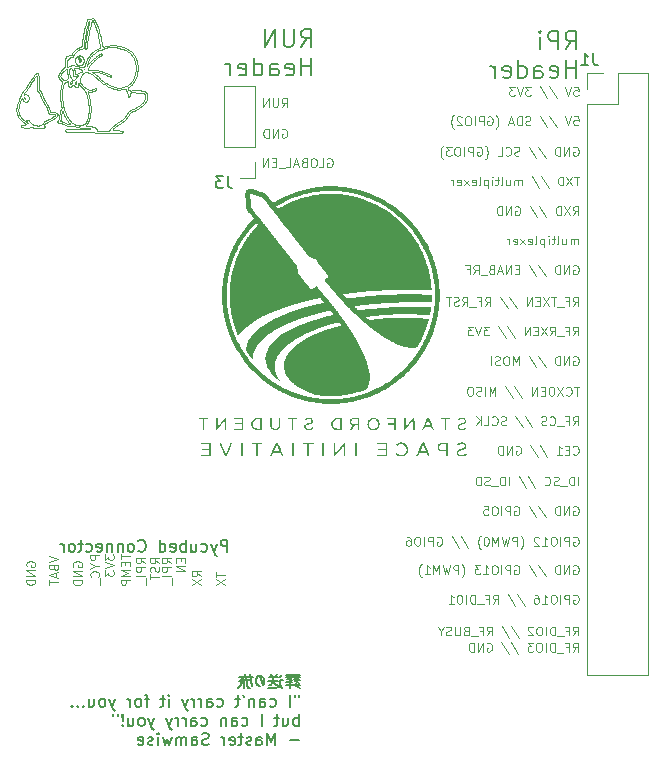
<source format=gbo>
%TF.GenerationSoftware,KiCad,Pcbnew,7.0.2-0*%
%TF.CreationDate,2024-05-08T20:56:10-07:00*%
%TF.ProjectId,RPi_interface,5250695f-696e-4746-9572-666163652e6b,1.1*%
%TF.SameCoordinates,Original*%
%TF.FileFunction,Legend,Bot*%
%TF.FilePolarity,Positive*%
%FSLAX46Y46*%
G04 Gerber Fmt 4.6, Leading zero omitted, Abs format (unit mm)*
G04 Created by KiCad (PCBNEW 7.0.2-0) date 2024-05-08 20:56:10*
%MOMM*%
%LPD*%
G01*
G04 APERTURE LIST*
%ADD10C,0.100000*%
%ADD11C,0.200000*%
%ADD12C,0.150000*%
%ADD13C,0.120000*%
%ADD14C,4.700000*%
%ADD15R,1.150000X1.150000*%
%ADD16C,1.150000*%
%ADD17C,3.700000*%
%ADD18C,1.400000*%
%ADD19O,1.400000X1.400000*%
%ADD20C,2.050000*%
%ADD21C,2.250000*%
%ADD22R,1.700000X1.700000*%
%ADD23O,1.700000X1.700000*%
G04 APERTURE END LIST*
D10*
X139146428Y-89933214D02*
X139146428Y-89183214D01*
X138789285Y-89933214D02*
X138789285Y-89183214D01*
X138789285Y-89183214D02*
X138610714Y-89183214D01*
X138610714Y-89183214D02*
X138503571Y-89218928D01*
X138503571Y-89218928D02*
X138432142Y-89290357D01*
X138432142Y-89290357D02*
X138396428Y-89361785D01*
X138396428Y-89361785D02*
X138360714Y-89504642D01*
X138360714Y-89504642D02*
X138360714Y-89611785D01*
X138360714Y-89611785D02*
X138396428Y-89754642D01*
X138396428Y-89754642D02*
X138432142Y-89826071D01*
X138432142Y-89826071D02*
X138503571Y-89897500D01*
X138503571Y-89897500D02*
X138610714Y-89933214D01*
X138610714Y-89933214D02*
X138789285Y-89933214D01*
X138217857Y-90004642D02*
X137646428Y-90004642D01*
X137503570Y-89897500D02*
X137396428Y-89933214D01*
X137396428Y-89933214D02*
X137217856Y-89933214D01*
X137217856Y-89933214D02*
X137146428Y-89897500D01*
X137146428Y-89897500D02*
X137110713Y-89861785D01*
X137110713Y-89861785D02*
X137074999Y-89790357D01*
X137074999Y-89790357D02*
X137074999Y-89718928D01*
X137074999Y-89718928D02*
X137110713Y-89647500D01*
X137110713Y-89647500D02*
X137146428Y-89611785D01*
X137146428Y-89611785D02*
X137217856Y-89576071D01*
X137217856Y-89576071D02*
X137360713Y-89540357D01*
X137360713Y-89540357D02*
X137432142Y-89504642D01*
X137432142Y-89504642D02*
X137467856Y-89468928D01*
X137467856Y-89468928D02*
X137503570Y-89397500D01*
X137503570Y-89397500D02*
X137503570Y-89326071D01*
X137503570Y-89326071D02*
X137467856Y-89254642D01*
X137467856Y-89254642D02*
X137432142Y-89218928D01*
X137432142Y-89218928D02*
X137360713Y-89183214D01*
X137360713Y-89183214D02*
X137182142Y-89183214D01*
X137182142Y-89183214D02*
X137074999Y-89218928D01*
X136324999Y-89861785D02*
X136360713Y-89897500D01*
X136360713Y-89897500D02*
X136467856Y-89933214D01*
X136467856Y-89933214D02*
X136539284Y-89933214D01*
X136539284Y-89933214D02*
X136646427Y-89897500D01*
X136646427Y-89897500D02*
X136717856Y-89826071D01*
X136717856Y-89826071D02*
X136753570Y-89754642D01*
X136753570Y-89754642D02*
X136789284Y-89611785D01*
X136789284Y-89611785D02*
X136789284Y-89504642D01*
X136789284Y-89504642D02*
X136753570Y-89361785D01*
X136753570Y-89361785D02*
X136717856Y-89290357D01*
X136717856Y-89290357D02*
X136646427Y-89218928D01*
X136646427Y-89218928D02*
X136539284Y-89183214D01*
X136539284Y-89183214D02*
X136467856Y-89183214D01*
X136467856Y-89183214D02*
X136360713Y-89218928D01*
X136360713Y-89218928D02*
X136324999Y-89254642D01*
X134896427Y-89147500D02*
X135539284Y-90111785D01*
X134110713Y-89147500D02*
X134753570Y-90111785D01*
X133289284Y-89933214D02*
X133289284Y-89183214D01*
X132932141Y-89933214D02*
X132932141Y-89183214D01*
X132932141Y-89183214D02*
X132753570Y-89183214D01*
X132753570Y-89183214D02*
X132646427Y-89218928D01*
X132646427Y-89218928D02*
X132574998Y-89290357D01*
X132574998Y-89290357D02*
X132539284Y-89361785D01*
X132539284Y-89361785D02*
X132503570Y-89504642D01*
X132503570Y-89504642D02*
X132503570Y-89611785D01*
X132503570Y-89611785D02*
X132539284Y-89754642D01*
X132539284Y-89754642D02*
X132574998Y-89826071D01*
X132574998Y-89826071D02*
X132646427Y-89897500D01*
X132646427Y-89897500D02*
X132753570Y-89933214D01*
X132753570Y-89933214D02*
X132932141Y-89933214D01*
X132360713Y-90004642D02*
X131789284Y-90004642D01*
X131646426Y-89897500D02*
X131539284Y-89933214D01*
X131539284Y-89933214D02*
X131360712Y-89933214D01*
X131360712Y-89933214D02*
X131289284Y-89897500D01*
X131289284Y-89897500D02*
X131253569Y-89861785D01*
X131253569Y-89861785D02*
X131217855Y-89790357D01*
X131217855Y-89790357D02*
X131217855Y-89718928D01*
X131217855Y-89718928D02*
X131253569Y-89647500D01*
X131253569Y-89647500D02*
X131289284Y-89611785D01*
X131289284Y-89611785D02*
X131360712Y-89576071D01*
X131360712Y-89576071D02*
X131503569Y-89540357D01*
X131503569Y-89540357D02*
X131574998Y-89504642D01*
X131574998Y-89504642D02*
X131610712Y-89468928D01*
X131610712Y-89468928D02*
X131646426Y-89397500D01*
X131646426Y-89397500D02*
X131646426Y-89326071D01*
X131646426Y-89326071D02*
X131610712Y-89254642D01*
X131610712Y-89254642D02*
X131574998Y-89218928D01*
X131574998Y-89218928D02*
X131503569Y-89183214D01*
X131503569Y-89183214D02*
X131324998Y-89183214D01*
X131324998Y-89183214D02*
X131217855Y-89218928D01*
X130896426Y-89933214D02*
X130896426Y-89183214D01*
X130896426Y-89183214D02*
X130717855Y-89183214D01*
X130717855Y-89183214D02*
X130610712Y-89218928D01*
X130610712Y-89218928D02*
X130539283Y-89290357D01*
X130539283Y-89290357D02*
X130503569Y-89361785D01*
X130503569Y-89361785D02*
X130467855Y-89504642D01*
X130467855Y-89504642D02*
X130467855Y-89611785D01*
X130467855Y-89611785D02*
X130503569Y-89754642D01*
X130503569Y-89754642D02*
X130539283Y-89826071D01*
X130539283Y-89826071D02*
X130610712Y-89897500D01*
X130610712Y-89897500D02*
X130717855Y-89933214D01*
X130717855Y-89933214D02*
X130896426Y-89933214D01*
X139253571Y-81583214D02*
X138825000Y-81583214D01*
X139039285Y-82333214D02*
X139039285Y-81583214D01*
X138146428Y-82261785D02*
X138182142Y-82297500D01*
X138182142Y-82297500D02*
X138289285Y-82333214D01*
X138289285Y-82333214D02*
X138360713Y-82333214D01*
X138360713Y-82333214D02*
X138467856Y-82297500D01*
X138467856Y-82297500D02*
X138539285Y-82226071D01*
X138539285Y-82226071D02*
X138574999Y-82154642D01*
X138574999Y-82154642D02*
X138610713Y-82011785D01*
X138610713Y-82011785D02*
X138610713Y-81904642D01*
X138610713Y-81904642D02*
X138574999Y-81761785D01*
X138574999Y-81761785D02*
X138539285Y-81690357D01*
X138539285Y-81690357D02*
X138467856Y-81618928D01*
X138467856Y-81618928D02*
X138360713Y-81583214D01*
X138360713Y-81583214D02*
X138289285Y-81583214D01*
X138289285Y-81583214D02*
X138182142Y-81618928D01*
X138182142Y-81618928D02*
X138146428Y-81654642D01*
X137896428Y-81583214D02*
X137396428Y-82333214D01*
X137396428Y-81583214D02*
X137896428Y-82333214D01*
X136967856Y-81583214D02*
X136824999Y-81583214D01*
X136824999Y-81583214D02*
X136753570Y-81618928D01*
X136753570Y-81618928D02*
X136682142Y-81690357D01*
X136682142Y-81690357D02*
X136646427Y-81833214D01*
X136646427Y-81833214D02*
X136646427Y-82083214D01*
X136646427Y-82083214D02*
X136682142Y-82226071D01*
X136682142Y-82226071D02*
X136753570Y-82297500D01*
X136753570Y-82297500D02*
X136824999Y-82333214D01*
X136824999Y-82333214D02*
X136967856Y-82333214D01*
X136967856Y-82333214D02*
X137039285Y-82297500D01*
X137039285Y-82297500D02*
X137110713Y-82226071D01*
X137110713Y-82226071D02*
X137146427Y-82083214D01*
X137146427Y-82083214D02*
X137146427Y-81833214D01*
X137146427Y-81833214D02*
X137110713Y-81690357D01*
X137110713Y-81690357D02*
X137039285Y-81618928D01*
X137039285Y-81618928D02*
X136967856Y-81583214D01*
X136324999Y-81940357D02*
X136074999Y-81940357D01*
X135967856Y-82333214D02*
X136324999Y-82333214D01*
X136324999Y-82333214D02*
X136324999Y-81583214D01*
X136324999Y-81583214D02*
X135967856Y-81583214D01*
X135646428Y-82333214D02*
X135646428Y-81583214D01*
X135646428Y-81583214D02*
X135217857Y-82333214D01*
X135217857Y-82333214D02*
X135217857Y-81583214D01*
X133753571Y-81547500D02*
X134396428Y-82511785D01*
X132967857Y-81547500D02*
X133610714Y-82511785D01*
X132146428Y-82333214D02*
X132146428Y-81583214D01*
X132146428Y-81583214D02*
X131896428Y-82118928D01*
X131896428Y-82118928D02*
X131646428Y-81583214D01*
X131646428Y-81583214D02*
X131646428Y-82333214D01*
X131289285Y-82333214D02*
X131289285Y-81583214D01*
X130967856Y-82297500D02*
X130860714Y-82333214D01*
X130860714Y-82333214D02*
X130682142Y-82333214D01*
X130682142Y-82333214D02*
X130610714Y-82297500D01*
X130610714Y-82297500D02*
X130574999Y-82261785D01*
X130574999Y-82261785D02*
X130539285Y-82190357D01*
X130539285Y-82190357D02*
X130539285Y-82118928D01*
X130539285Y-82118928D02*
X130574999Y-82047500D01*
X130574999Y-82047500D02*
X130610714Y-82011785D01*
X130610714Y-82011785D02*
X130682142Y-81976071D01*
X130682142Y-81976071D02*
X130824999Y-81940357D01*
X130824999Y-81940357D02*
X130896428Y-81904642D01*
X130896428Y-81904642D02*
X130932142Y-81868928D01*
X130932142Y-81868928D02*
X130967856Y-81797500D01*
X130967856Y-81797500D02*
X130967856Y-81726071D01*
X130967856Y-81726071D02*
X130932142Y-81654642D01*
X130932142Y-81654642D02*
X130896428Y-81618928D01*
X130896428Y-81618928D02*
X130824999Y-81583214D01*
X130824999Y-81583214D02*
X130646428Y-81583214D01*
X130646428Y-81583214D02*
X130539285Y-81618928D01*
X130074999Y-81583214D02*
X129932142Y-81583214D01*
X129932142Y-81583214D02*
X129860713Y-81618928D01*
X129860713Y-81618928D02*
X129789285Y-81690357D01*
X129789285Y-81690357D02*
X129753570Y-81833214D01*
X129753570Y-81833214D02*
X129753570Y-82083214D01*
X129753570Y-82083214D02*
X129789285Y-82226071D01*
X129789285Y-82226071D02*
X129860713Y-82297500D01*
X129860713Y-82297500D02*
X129932142Y-82333214D01*
X129932142Y-82333214D02*
X130074999Y-82333214D01*
X130074999Y-82333214D02*
X130146428Y-82297500D01*
X130146428Y-82297500D02*
X130217856Y-82226071D01*
X130217856Y-82226071D02*
X130253570Y-82083214D01*
X130253570Y-82083214D02*
X130253570Y-81833214D01*
X130253570Y-81833214D02*
X130217856Y-81690357D01*
X130217856Y-81690357D02*
X130146428Y-81618928D01*
X130146428Y-81618928D02*
X130074999Y-81583214D01*
X138717857Y-87261785D02*
X138753571Y-87297500D01*
X138753571Y-87297500D02*
X138860714Y-87333214D01*
X138860714Y-87333214D02*
X138932142Y-87333214D01*
X138932142Y-87333214D02*
X139039285Y-87297500D01*
X139039285Y-87297500D02*
X139110714Y-87226071D01*
X139110714Y-87226071D02*
X139146428Y-87154642D01*
X139146428Y-87154642D02*
X139182142Y-87011785D01*
X139182142Y-87011785D02*
X139182142Y-86904642D01*
X139182142Y-86904642D02*
X139146428Y-86761785D01*
X139146428Y-86761785D02*
X139110714Y-86690357D01*
X139110714Y-86690357D02*
X139039285Y-86618928D01*
X139039285Y-86618928D02*
X138932142Y-86583214D01*
X138932142Y-86583214D02*
X138860714Y-86583214D01*
X138860714Y-86583214D02*
X138753571Y-86618928D01*
X138753571Y-86618928D02*
X138717857Y-86654642D01*
X138396428Y-86940357D02*
X138146428Y-86940357D01*
X138039285Y-87333214D02*
X138396428Y-87333214D01*
X138396428Y-87333214D02*
X138396428Y-86583214D01*
X138396428Y-86583214D02*
X138039285Y-86583214D01*
X137325000Y-87333214D02*
X137753571Y-87333214D01*
X137539286Y-87333214D02*
X137539286Y-86583214D01*
X137539286Y-86583214D02*
X137610714Y-86690357D01*
X137610714Y-86690357D02*
X137682143Y-86761785D01*
X137682143Y-86761785D02*
X137753571Y-86797500D01*
X135896428Y-86547500D02*
X136539285Y-87511785D01*
X135110714Y-86547500D02*
X135753571Y-87511785D01*
X133896428Y-86618928D02*
X133967857Y-86583214D01*
X133967857Y-86583214D02*
X134074999Y-86583214D01*
X134074999Y-86583214D02*
X134182142Y-86618928D01*
X134182142Y-86618928D02*
X134253571Y-86690357D01*
X134253571Y-86690357D02*
X134289285Y-86761785D01*
X134289285Y-86761785D02*
X134324999Y-86904642D01*
X134324999Y-86904642D02*
X134324999Y-87011785D01*
X134324999Y-87011785D02*
X134289285Y-87154642D01*
X134289285Y-87154642D02*
X134253571Y-87226071D01*
X134253571Y-87226071D02*
X134182142Y-87297500D01*
X134182142Y-87297500D02*
X134074999Y-87333214D01*
X134074999Y-87333214D02*
X134003571Y-87333214D01*
X134003571Y-87333214D02*
X133896428Y-87297500D01*
X133896428Y-87297500D02*
X133860714Y-87261785D01*
X133860714Y-87261785D02*
X133860714Y-87011785D01*
X133860714Y-87011785D02*
X134003571Y-87011785D01*
X133539285Y-87333214D02*
X133539285Y-86583214D01*
X133539285Y-86583214D02*
X133110714Y-87333214D01*
X133110714Y-87333214D02*
X133110714Y-86583214D01*
X132753571Y-87333214D02*
X132753571Y-86583214D01*
X132753571Y-86583214D02*
X132575000Y-86583214D01*
X132575000Y-86583214D02*
X132467857Y-86618928D01*
X132467857Y-86618928D02*
X132396428Y-86690357D01*
X132396428Y-86690357D02*
X132360714Y-86761785D01*
X132360714Y-86761785D02*
X132325000Y-86904642D01*
X132325000Y-86904642D02*
X132325000Y-87011785D01*
X132325000Y-87011785D02*
X132360714Y-87154642D01*
X132360714Y-87154642D02*
X132396428Y-87226071D01*
X132396428Y-87226071D02*
X132467857Y-87297500D01*
X132467857Y-87297500D02*
X132575000Y-87333214D01*
X132575000Y-87333214D02*
X132753571Y-87333214D01*
X102473214Y-96537142D02*
X102116071Y-96287142D01*
X102473214Y-96108571D02*
X101723214Y-96108571D01*
X101723214Y-96108571D02*
X101723214Y-96394285D01*
X101723214Y-96394285D02*
X101758928Y-96465714D01*
X101758928Y-96465714D02*
X101794642Y-96501428D01*
X101794642Y-96501428D02*
X101866071Y-96537142D01*
X101866071Y-96537142D02*
X101973214Y-96537142D01*
X101973214Y-96537142D02*
X102044642Y-96501428D01*
X102044642Y-96501428D02*
X102080357Y-96465714D01*
X102080357Y-96465714D02*
X102116071Y-96394285D01*
X102116071Y-96394285D02*
X102116071Y-96108571D01*
X102473214Y-96858571D02*
X101723214Y-96858571D01*
X101723214Y-96858571D02*
X101723214Y-97144285D01*
X101723214Y-97144285D02*
X101758928Y-97215714D01*
X101758928Y-97215714D02*
X101794642Y-97251428D01*
X101794642Y-97251428D02*
X101866071Y-97287142D01*
X101866071Y-97287142D02*
X101973214Y-97287142D01*
X101973214Y-97287142D02*
X102044642Y-97251428D01*
X102044642Y-97251428D02*
X102080357Y-97215714D01*
X102080357Y-97215714D02*
X102116071Y-97144285D01*
X102116071Y-97144285D02*
X102116071Y-96858571D01*
X102473214Y-97608571D02*
X101723214Y-97608571D01*
X102544642Y-97787143D02*
X102544642Y-98358571D01*
X103688214Y-96537142D02*
X103331071Y-96287142D01*
X103688214Y-96108571D02*
X102938214Y-96108571D01*
X102938214Y-96108571D02*
X102938214Y-96394285D01*
X102938214Y-96394285D02*
X102973928Y-96465714D01*
X102973928Y-96465714D02*
X103009642Y-96501428D01*
X103009642Y-96501428D02*
X103081071Y-96537142D01*
X103081071Y-96537142D02*
X103188214Y-96537142D01*
X103188214Y-96537142D02*
X103259642Y-96501428D01*
X103259642Y-96501428D02*
X103295357Y-96465714D01*
X103295357Y-96465714D02*
X103331071Y-96394285D01*
X103331071Y-96394285D02*
X103331071Y-96108571D01*
X103652500Y-96822857D02*
X103688214Y-96930000D01*
X103688214Y-96930000D02*
X103688214Y-97108571D01*
X103688214Y-97108571D02*
X103652500Y-97180000D01*
X103652500Y-97180000D02*
X103616785Y-97215714D01*
X103616785Y-97215714D02*
X103545357Y-97251428D01*
X103545357Y-97251428D02*
X103473928Y-97251428D01*
X103473928Y-97251428D02*
X103402500Y-97215714D01*
X103402500Y-97215714D02*
X103366785Y-97180000D01*
X103366785Y-97180000D02*
X103331071Y-97108571D01*
X103331071Y-97108571D02*
X103295357Y-96965714D01*
X103295357Y-96965714D02*
X103259642Y-96894285D01*
X103259642Y-96894285D02*
X103223928Y-96858571D01*
X103223928Y-96858571D02*
X103152500Y-96822857D01*
X103152500Y-96822857D02*
X103081071Y-96822857D01*
X103081071Y-96822857D02*
X103009642Y-96858571D01*
X103009642Y-96858571D02*
X102973928Y-96894285D01*
X102973928Y-96894285D02*
X102938214Y-96965714D01*
X102938214Y-96965714D02*
X102938214Y-97144285D01*
X102938214Y-97144285D02*
X102973928Y-97251428D01*
X102938214Y-97465714D02*
X102938214Y-97894286D01*
X103688214Y-97680000D02*
X102938214Y-97680000D01*
D11*
X115710714Y-52786428D02*
X116210714Y-52072142D01*
X116567857Y-52786428D02*
X116567857Y-51286428D01*
X116567857Y-51286428D02*
X115996428Y-51286428D01*
X115996428Y-51286428D02*
X115853571Y-51357857D01*
X115853571Y-51357857D02*
X115782142Y-51429285D01*
X115782142Y-51429285D02*
X115710714Y-51572142D01*
X115710714Y-51572142D02*
X115710714Y-51786428D01*
X115710714Y-51786428D02*
X115782142Y-51929285D01*
X115782142Y-51929285D02*
X115853571Y-52000714D01*
X115853571Y-52000714D02*
X115996428Y-52072142D01*
X115996428Y-52072142D02*
X116567857Y-52072142D01*
X115067857Y-51286428D02*
X115067857Y-52500714D01*
X115067857Y-52500714D02*
X114996428Y-52643571D01*
X114996428Y-52643571D02*
X114925000Y-52715000D01*
X114925000Y-52715000D02*
X114782142Y-52786428D01*
X114782142Y-52786428D02*
X114496428Y-52786428D01*
X114496428Y-52786428D02*
X114353571Y-52715000D01*
X114353571Y-52715000D02*
X114282142Y-52643571D01*
X114282142Y-52643571D02*
X114210714Y-52500714D01*
X114210714Y-52500714D02*
X114210714Y-51286428D01*
X113496428Y-52786428D02*
X113496428Y-51286428D01*
X113496428Y-51286428D02*
X112639285Y-52786428D01*
X112639285Y-52786428D02*
X112639285Y-51286428D01*
X116567857Y-55216428D02*
X116567857Y-53716428D01*
X116567857Y-54430714D02*
X115710714Y-54430714D01*
X115710714Y-55216428D02*
X115710714Y-53716428D01*
X114424999Y-55145000D02*
X114567856Y-55216428D01*
X114567856Y-55216428D02*
X114853571Y-55216428D01*
X114853571Y-55216428D02*
X114996428Y-55145000D01*
X114996428Y-55145000D02*
X115067856Y-55002142D01*
X115067856Y-55002142D02*
X115067856Y-54430714D01*
X115067856Y-54430714D02*
X114996428Y-54287857D01*
X114996428Y-54287857D02*
X114853571Y-54216428D01*
X114853571Y-54216428D02*
X114567856Y-54216428D01*
X114567856Y-54216428D02*
X114424999Y-54287857D01*
X114424999Y-54287857D02*
X114353571Y-54430714D01*
X114353571Y-54430714D02*
X114353571Y-54573571D01*
X114353571Y-54573571D02*
X115067856Y-54716428D01*
X113067857Y-55216428D02*
X113067857Y-54430714D01*
X113067857Y-54430714D02*
X113139285Y-54287857D01*
X113139285Y-54287857D02*
X113282142Y-54216428D01*
X113282142Y-54216428D02*
X113567857Y-54216428D01*
X113567857Y-54216428D02*
X113710714Y-54287857D01*
X113067857Y-55145000D02*
X113210714Y-55216428D01*
X113210714Y-55216428D02*
X113567857Y-55216428D01*
X113567857Y-55216428D02*
X113710714Y-55145000D01*
X113710714Y-55145000D02*
X113782142Y-55002142D01*
X113782142Y-55002142D02*
X113782142Y-54859285D01*
X113782142Y-54859285D02*
X113710714Y-54716428D01*
X113710714Y-54716428D02*
X113567857Y-54645000D01*
X113567857Y-54645000D02*
X113210714Y-54645000D01*
X113210714Y-54645000D02*
X113067857Y-54573571D01*
X111710714Y-55216428D02*
X111710714Y-53716428D01*
X111710714Y-55145000D02*
X111853571Y-55216428D01*
X111853571Y-55216428D02*
X112139285Y-55216428D01*
X112139285Y-55216428D02*
X112282142Y-55145000D01*
X112282142Y-55145000D02*
X112353571Y-55073571D01*
X112353571Y-55073571D02*
X112424999Y-54930714D01*
X112424999Y-54930714D02*
X112424999Y-54502142D01*
X112424999Y-54502142D02*
X112353571Y-54359285D01*
X112353571Y-54359285D02*
X112282142Y-54287857D01*
X112282142Y-54287857D02*
X112139285Y-54216428D01*
X112139285Y-54216428D02*
X111853571Y-54216428D01*
X111853571Y-54216428D02*
X111710714Y-54287857D01*
X110424999Y-55145000D02*
X110567856Y-55216428D01*
X110567856Y-55216428D02*
X110853571Y-55216428D01*
X110853571Y-55216428D02*
X110996428Y-55145000D01*
X110996428Y-55145000D02*
X111067856Y-55002142D01*
X111067856Y-55002142D02*
X111067856Y-54430714D01*
X111067856Y-54430714D02*
X110996428Y-54287857D01*
X110996428Y-54287857D02*
X110853571Y-54216428D01*
X110853571Y-54216428D02*
X110567856Y-54216428D01*
X110567856Y-54216428D02*
X110424999Y-54287857D01*
X110424999Y-54287857D02*
X110353571Y-54430714D01*
X110353571Y-54430714D02*
X110353571Y-54573571D01*
X110353571Y-54573571D02*
X111067856Y-54716428D01*
X109710714Y-55216428D02*
X109710714Y-54216428D01*
X109710714Y-54502142D02*
X109639285Y-54359285D01*
X109639285Y-54359285D02*
X109567857Y-54287857D01*
X109567857Y-54287857D02*
X109424999Y-54216428D01*
X109424999Y-54216428D02*
X109282142Y-54216428D01*
D10*
X138753571Y-61318928D02*
X138825000Y-61283214D01*
X138825000Y-61283214D02*
X138932142Y-61283214D01*
X138932142Y-61283214D02*
X139039285Y-61318928D01*
X139039285Y-61318928D02*
X139110714Y-61390357D01*
X139110714Y-61390357D02*
X139146428Y-61461785D01*
X139146428Y-61461785D02*
X139182142Y-61604642D01*
X139182142Y-61604642D02*
X139182142Y-61711785D01*
X139182142Y-61711785D02*
X139146428Y-61854642D01*
X139146428Y-61854642D02*
X139110714Y-61926071D01*
X139110714Y-61926071D02*
X139039285Y-61997500D01*
X139039285Y-61997500D02*
X138932142Y-62033214D01*
X138932142Y-62033214D02*
X138860714Y-62033214D01*
X138860714Y-62033214D02*
X138753571Y-61997500D01*
X138753571Y-61997500D02*
X138717857Y-61961785D01*
X138717857Y-61961785D02*
X138717857Y-61711785D01*
X138717857Y-61711785D02*
X138860714Y-61711785D01*
X138396428Y-62033214D02*
X138396428Y-61283214D01*
X138396428Y-61283214D02*
X137967857Y-62033214D01*
X137967857Y-62033214D02*
X137967857Y-61283214D01*
X137610714Y-62033214D02*
X137610714Y-61283214D01*
X137610714Y-61283214D02*
X137432143Y-61283214D01*
X137432143Y-61283214D02*
X137325000Y-61318928D01*
X137325000Y-61318928D02*
X137253571Y-61390357D01*
X137253571Y-61390357D02*
X137217857Y-61461785D01*
X137217857Y-61461785D02*
X137182143Y-61604642D01*
X137182143Y-61604642D02*
X137182143Y-61711785D01*
X137182143Y-61711785D02*
X137217857Y-61854642D01*
X137217857Y-61854642D02*
X137253571Y-61926071D01*
X137253571Y-61926071D02*
X137325000Y-61997500D01*
X137325000Y-61997500D02*
X137432143Y-62033214D01*
X137432143Y-62033214D02*
X137610714Y-62033214D01*
X135753571Y-61247500D02*
X136396428Y-62211785D01*
X134967857Y-61247500D02*
X135610714Y-62211785D01*
X134182142Y-61997500D02*
X134075000Y-62033214D01*
X134075000Y-62033214D02*
X133896428Y-62033214D01*
X133896428Y-62033214D02*
X133825000Y-61997500D01*
X133825000Y-61997500D02*
X133789285Y-61961785D01*
X133789285Y-61961785D02*
X133753571Y-61890357D01*
X133753571Y-61890357D02*
X133753571Y-61818928D01*
X133753571Y-61818928D02*
X133789285Y-61747500D01*
X133789285Y-61747500D02*
X133825000Y-61711785D01*
X133825000Y-61711785D02*
X133896428Y-61676071D01*
X133896428Y-61676071D02*
X134039285Y-61640357D01*
X134039285Y-61640357D02*
X134110714Y-61604642D01*
X134110714Y-61604642D02*
X134146428Y-61568928D01*
X134146428Y-61568928D02*
X134182142Y-61497500D01*
X134182142Y-61497500D02*
X134182142Y-61426071D01*
X134182142Y-61426071D02*
X134146428Y-61354642D01*
X134146428Y-61354642D02*
X134110714Y-61318928D01*
X134110714Y-61318928D02*
X134039285Y-61283214D01*
X134039285Y-61283214D02*
X133860714Y-61283214D01*
X133860714Y-61283214D02*
X133753571Y-61318928D01*
X133003571Y-61961785D02*
X133039285Y-61997500D01*
X133039285Y-61997500D02*
X133146428Y-62033214D01*
X133146428Y-62033214D02*
X133217856Y-62033214D01*
X133217856Y-62033214D02*
X133324999Y-61997500D01*
X133324999Y-61997500D02*
X133396428Y-61926071D01*
X133396428Y-61926071D02*
X133432142Y-61854642D01*
X133432142Y-61854642D02*
X133467856Y-61711785D01*
X133467856Y-61711785D02*
X133467856Y-61604642D01*
X133467856Y-61604642D02*
X133432142Y-61461785D01*
X133432142Y-61461785D02*
X133396428Y-61390357D01*
X133396428Y-61390357D02*
X133324999Y-61318928D01*
X133324999Y-61318928D02*
X133217856Y-61283214D01*
X133217856Y-61283214D02*
X133146428Y-61283214D01*
X133146428Y-61283214D02*
X133039285Y-61318928D01*
X133039285Y-61318928D02*
X133003571Y-61354642D01*
X132324999Y-62033214D02*
X132682142Y-62033214D01*
X132682142Y-62033214D02*
X132682142Y-61283214D01*
X131289284Y-62318928D02*
X131324999Y-62283214D01*
X131324999Y-62283214D02*
X131396427Y-62176071D01*
X131396427Y-62176071D02*
X131432142Y-62104642D01*
X131432142Y-62104642D02*
X131467856Y-61997500D01*
X131467856Y-61997500D02*
X131503570Y-61818928D01*
X131503570Y-61818928D02*
X131503570Y-61676071D01*
X131503570Y-61676071D02*
X131467856Y-61497500D01*
X131467856Y-61497500D02*
X131432142Y-61390357D01*
X131432142Y-61390357D02*
X131396427Y-61318928D01*
X131396427Y-61318928D02*
X131324999Y-61211785D01*
X131324999Y-61211785D02*
X131289284Y-61176071D01*
X130610713Y-61318928D02*
X130682142Y-61283214D01*
X130682142Y-61283214D02*
X130789284Y-61283214D01*
X130789284Y-61283214D02*
X130896427Y-61318928D01*
X130896427Y-61318928D02*
X130967856Y-61390357D01*
X130967856Y-61390357D02*
X131003570Y-61461785D01*
X131003570Y-61461785D02*
X131039284Y-61604642D01*
X131039284Y-61604642D02*
X131039284Y-61711785D01*
X131039284Y-61711785D02*
X131003570Y-61854642D01*
X131003570Y-61854642D02*
X130967856Y-61926071D01*
X130967856Y-61926071D02*
X130896427Y-61997500D01*
X130896427Y-61997500D02*
X130789284Y-62033214D01*
X130789284Y-62033214D02*
X130717856Y-62033214D01*
X130717856Y-62033214D02*
X130610713Y-61997500D01*
X130610713Y-61997500D02*
X130574999Y-61961785D01*
X130574999Y-61961785D02*
X130574999Y-61711785D01*
X130574999Y-61711785D02*
X130717856Y-61711785D01*
X130253570Y-62033214D02*
X130253570Y-61283214D01*
X130253570Y-61283214D02*
X129967856Y-61283214D01*
X129967856Y-61283214D02*
X129896427Y-61318928D01*
X129896427Y-61318928D02*
X129860713Y-61354642D01*
X129860713Y-61354642D02*
X129824999Y-61426071D01*
X129824999Y-61426071D02*
X129824999Y-61533214D01*
X129824999Y-61533214D02*
X129860713Y-61604642D01*
X129860713Y-61604642D02*
X129896427Y-61640357D01*
X129896427Y-61640357D02*
X129967856Y-61676071D01*
X129967856Y-61676071D02*
X130253570Y-61676071D01*
X129503570Y-62033214D02*
X129503570Y-61283214D01*
X129003570Y-61283214D02*
X128860713Y-61283214D01*
X128860713Y-61283214D02*
X128789284Y-61318928D01*
X128789284Y-61318928D02*
X128717856Y-61390357D01*
X128717856Y-61390357D02*
X128682141Y-61533214D01*
X128682141Y-61533214D02*
X128682141Y-61783214D01*
X128682141Y-61783214D02*
X128717856Y-61926071D01*
X128717856Y-61926071D02*
X128789284Y-61997500D01*
X128789284Y-61997500D02*
X128860713Y-62033214D01*
X128860713Y-62033214D02*
X129003570Y-62033214D01*
X129003570Y-62033214D02*
X129074999Y-61997500D01*
X129074999Y-61997500D02*
X129146427Y-61926071D01*
X129146427Y-61926071D02*
X129182141Y-61783214D01*
X129182141Y-61783214D02*
X129182141Y-61533214D01*
X129182141Y-61533214D02*
X129146427Y-61390357D01*
X129146427Y-61390357D02*
X129074999Y-61318928D01*
X129074999Y-61318928D02*
X129003570Y-61283214D01*
X128432142Y-61283214D02*
X127967856Y-61283214D01*
X127967856Y-61283214D02*
X128217856Y-61568928D01*
X128217856Y-61568928D02*
X128110713Y-61568928D01*
X128110713Y-61568928D02*
X128039285Y-61604642D01*
X128039285Y-61604642D02*
X128003570Y-61640357D01*
X128003570Y-61640357D02*
X127967856Y-61711785D01*
X127967856Y-61711785D02*
X127967856Y-61890357D01*
X127967856Y-61890357D02*
X128003570Y-61961785D01*
X128003570Y-61961785D02*
X128039285Y-61997500D01*
X128039285Y-61997500D02*
X128110713Y-62033214D01*
X128110713Y-62033214D02*
X128324999Y-62033214D01*
X128324999Y-62033214D02*
X128396427Y-61997500D01*
X128396427Y-61997500D02*
X128432142Y-61961785D01*
X127717856Y-62318928D02*
X127682141Y-62283214D01*
X127682141Y-62283214D02*
X127610713Y-62176071D01*
X127610713Y-62176071D02*
X127574999Y-62104642D01*
X127574999Y-62104642D02*
X127539284Y-61997500D01*
X127539284Y-61997500D02*
X127503570Y-61818928D01*
X127503570Y-61818928D02*
X127503570Y-61676071D01*
X127503570Y-61676071D02*
X127539284Y-61497500D01*
X127539284Y-61497500D02*
X127574999Y-61390357D01*
X127574999Y-61390357D02*
X127610713Y-61318928D01*
X127610713Y-61318928D02*
X127682141Y-61211785D01*
X127682141Y-61211785D02*
X127717856Y-61176071D01*
X138753571Y-79018928D02*
X138825000Y-78983214D01*
X138825000Y-78983214D02*
X138932142Y-78983214D01*
X138932142Y-78983214D02*
X139039285Y-79018928D01*
X139039285Y-79018928D02*
X139110714Y-79090357D01*
X139110714Y-79090357D02*
X139146428Y-79161785D01*
X139146428Y-79161785D02*
X139182142Y-79304642D01*
X139182142Y-79304642D02*
X139182142Y-79411785D01*
X139182142Y-79411785D02*
X139146428Y-79554642D01*
X139146428Y-79554642D02*
X139110714Y-79626071D01*
X139110714Y-79626071D02*
X139039285Y-79697500D01*
X139039285Y-79697500D02*
X138932142Y-79733214D01*
X138932142Y-79733214D02*
X138860714Y-79733214D01*
X138860714Y-79733214D02*
X138753571Y-79697500D01*
X138753571Y-79697500D02*
X138717857Y-79661785D01*
X138717857Y-79661785D02*
X138717857Y-79411785D01*
X138717857Y-79411785D02*
X138860714Y-79411785D01*
X138396428Y-79733214D02*
X138396428Y-78983214D01*
X138396428Y-78983214D02*
X137967857Y-79733214D01*
X137967857Y-79733214D02*
X137967857Y-78983214D01*
X137610714Y-79733214D02*
X137610714Y-78983214D01*
X137610714Y-78983214D02*
X137432143Y-78983214D01*
X137432143Y-78983214D02*
X137325000Y-79018928D01*
X137325000Y-79018928D02*
X137253571Y-79090357D01*
X137253571Y-79090357D02*
X137217857Y-79161785D01*
X137217857Y-79161785D02*
X137182143Y-79304642D01*
X137182143Y-79304642D02*
X137182143Y-79411785D01*
X137182143Y-79411785D02*
X137217857Y-79554642D01*
X137217857Y-79554642D02*
X137253571Y-79626071D01*
X137253571Y-79626071D02*
X137325000Y-79697500D01*
X137325000Y-79697500D02*
X137432143Y-79733214D01*
X137432143Y-79733214D02*
X137610714Y-79733214D01*
X135753571Y-78947500D02*
X136396428Y-79911785D01*
X134967857Y-78947500D02*
X135610714Y-79911785D01*
X134146428Y-79733214D02*
X134146428Y-78983214D01*
X134146428Y-78983214D02*
X133896428Y-79518928D01*
X133896428Y-79518928D02*
X133646428Y-78983214D01*
X133646428Y-78983214D02*
X133646428Y-79733214D01*
X133146428Y-78983214D02*
X133003571Y-78983214D01*
X133003571Y-78983214D02*
X132932142Y-79018928D01*
X132932142Y-79018928D02*
X132860714Y-79090357D01*
X132860714Y-79090357D02*
X132824999Y-79233214D01*
X132824999Y-79233214D02*
X132824999Y-79483214D01*
X132824999Y-79483214D02*
X132860714Y-79626071D01*
X132860714Y-79626071D02*
X132932142Y-79697500D01*
X132932142Y-79697500D02*
X133003571Y-79733214D01*
X133003571Y-79733214D02*
X133146428Y-79733214D01*
X133146428Y-79733214D02*
X133217857Y-79697500D01*
X133217857Y-79697500D02*
X133289285Y-79626071D01*
X133289285Y-79626071D02*
X133324999Y-79483214D01*
X133324999Y-79483214D02*
X133324999Y-79233214D01*
X133324999Y-79233214D02*
X133289285Y-79090357D01*
X133289285Y-79090357D02*
X133217857Y-79018928D01*
X133217857Y-79018928D02*
X133146428Y-78983214D01*
X132539285Y-79697500D02*
X132432143Y-79733214D01*
X132432143Y-79733214D02*
X132253571Y-79733214D01*
X132253571Y-79733214D02*
X132182143Y-79697500D01*
X132182143Y-79697500D02*
X132146428Y-79661785D01*
X132146428Y-79661785D02*
X132110714Y-79590357D01*
X132110714Y-79590357D02*
X132110714Y-79518928D01*
X132110714Y-79518928D02*
X132146428Y-79447500D01*
X132146428Y-79447500D02*
X132182143Y-79411785D01*
X132182143Y-79411785D02*
X132253571Y-79376071D01*
X132253571Y-79376071D02*
X132396428Y-79340357D01*
X132396428Y-79340357D02*
X132467857Y-79304642D01*
X132467857Y-79304642D02*
X132503571Y-79268928D01*
X132503571Y-79268928D02*
X132539285Y-79197500D01*
X132539285Y-79197500D02*
X132539285Y-79126071D01*
X132539285Y-79126071D02*
X132503571Y-79054642D01*
X132503571Y-79054642D02*
X132467857Y-79018928D01*
X132467857Y-79018928D02*
X132396428Y-78983214D01*
X132396428Y-78983214D02*
X132217857Y-78983214D01*
X132217857Y-78983214D02*
X132110714Y-79018928D01*
X131789285Y-79733214D02*
X131789285Y-78983214D01*
X138753571Y-94318928D02*
X138825000Y-94283214D01*
X138825000Y-94283214D02*
X138932142Y-94283214D01*
X138932142Y-94283214D02*
X139039285Y-94318928D01*
X139039285Y-94318928D02*
X139110714Y-94390357D01*
X139110714Y-94390357D02*
X139146428Y-94461785D01*
X139146428Y-94461785D02*
X139182142Y-94604642D01*
X139182142Y-94604642D02*
X139182142Y-94711785D01*
X139182142Y-94711785D02*
X139146428Y-94854642D01*
X139146428Y-94854642D02*
X139110714Y-94926071D01*
X139110714Y-94926071D02*
X139039285Y-94997500D01*
X139039285Y-94997500D02*
X138932142Y-95033214D01*
X138932142Y-95033214D02*
X138860714Y-95033214D01*
X138860714Y-95033214D02*
X138753571Y-94997500D01*
X138753571Y-94997500D02*
X138717857Y-94961785D01*
X138717857Y-94961785D02*
X138717857Y-94711785D01*
X138717857Y-94711785D02*
X138860714Y-94711785D01*
X138396428Y-95033214D02*
X138396428Y-94283214D01*
X138396428Y-94283214D02*
X138110714Y-94283214D01*
X138110714Y-94283214D02*
X138039285Y-94318928D01*
X138039285Y-94318928D02*
X138003571Y-94354642D01*
X138003571Y-94354642D02*
X137967857Y-94426071D01*
X137967857Y-94426071D02*
X137967857Y-94533214D01*
X137967857Y-94533214D02*
X138003571Y-94604642D01*
X138003571Y-94604642D02*
X138039285Y-94640357D01*
X138039285Y-94640357D02*
X138110714Y-94676071D01*
X138110714Y-94676071D02*
X138396428Y-94676071D01*
X137646428Y-95033214D02*
X137646428Y-94283214D01*
X137146428Y-94283214D02*
X137003571Y-94283214D01*
X137003571Y-94283214D02*
X136932142Y-94318928D01*
X136932142Y-94318928D02*
X136860714Y-94390357D01*
X136860714Y-94390357D02*
X136824999Y-94533214D01*
X136824999Y-94533214D02*
X136824999Y-94783214D01*
X136824999Y-94783214D02*
X136860714Y-94926071D01*
X136860714Y-94926071D02*
X136932142Y-94997500D01*
X136932142Y-94997500D02*
X137003571Y-95033214D01*
X137003571Y-95033214D02*
X137146428Y-95033214D01*
X137146428Y-95033214D02*
X137217857Y-94997500D01*
X137217857Y-94997500D02*
X137289285Y-94926071D01*
X137289285Y-94926071D02*
X137324999Y-94783214D01*
X137324999Y-94783214D02*
X137324999Y-94533214D01*
X137324999Y-94533214D02*
X137289285Y-94390357D01*
X137289285Y-94390357D02*
X137217857Y-94318928D01*
X137217857Y-94318928D02*
X137146428Y-94283214D01*
X136110714Y-95033214D02*
X136539285Y-95033214D01*
X136325000Y-95033214D02*
X136325000Y-94283214D01*
X136325000Y-94283214D02*
X136396428Y-94390357D01*
X136396428Y-94390357D02*
X136467857Y-94461785D01*
X136467857Y-94461785D02*
X136539285Y-94497500D01*
X135824999Y-94354642D02*
X135789285Y-94318928D01*
X135789285Y-94318928D02*
X135717857Y-94283214D01*
X135717857Y-94283214D02*
X135539285Y-94283214D01*
X135539285Y-94283214D02*
X135467857Y-94318928D01*
X135467857Y-94318928D02*
X135432142Y-94354642D01*
X135432142Y-94354642D02*
X135396428Y-94426071D01*
X135396428Y-94426071D02*
X135396428Y-94497500D01*
X135396428Y-94497500D02*
X135432142Y-94604642D01*
X135432142Y-94604642D02*
X135860714Y-95033214D01*
X135860714Y-95033214D02*
X135396428Y-95033214D01*
X134289284Y-95318928D02*
X134324999Y-95283214D01*
X134324999Y-95283214D02*
X134396427Y-95176071D01*
X134396427Y-95176071D02*
X134432142Y-95104642D01*
X134432142Y-95104642D02*
X134467856Y-94997500D01*
X134467856Y-94997500D02*
X134503570Y-94818928D01*
X134503570Y-94818928D02*
X134503570Y-94676071D01*
X134503570Y-94676071D02*
X134467856Y-94497500D01*
X134467856Y-94497500D02*
X134432142Y-94390357D01*
X134432142Y-94390357D02*
X134396427Y-94318928D01*
X134396427Y-94318928D02*
X134324999Y-94211785D01*
X134324999Y-94211785D02*
X134289284Y-94176071D01*
X134003570Y-95033214D02*
X134003570Y-94283214D01*
X134003570Y-94283214D02*
X133717856Y-94283214D01*
X133717856Y-94283214D02*
X133646427Y-94318928D01*
X133646427Y-94318928D02*
X133610713Y-94354642D01*
X133610713Y-94354642D02*
X133574999Y-94426071D01*
X133574999Y-94426071D02*
X133574999Y-94533214D01*
X133574999Y-94533214D02*
X133610713Y-94604642D01*
X133610713Y-94604642D02*
X133646427Y-94640357D01*
X133646427Y-94640357D02*
X133717856Y-94676071D01*
X133717856Y-94676071D02*
X134003570Y-94676071D01*
X133324999Y-94283214D02*
X133146427Y-95033214D01*
X133146427Y-95033214D02*
X133003570Y-94497500D01*
X133003570Y-94497500D02*
X132860713Y-95033214D01*
X132860713Y-95033214D02*
X132682142Y-94283214D01*
X132396427Y-95033214D02*
X132396427Y-94283214D01*
X132396427Y-94283214D02*
X132146427Y-94818928D01*
X132146427Y-94818928D02*
X131896427Y-94283214D01*
X131896427Y-94283214D02*
X131896427Y-95033214D01*
X131396427Y-94283214D02*
X131324998Y-94283214D01*
X131324998Y-94283214D02*
X131253570Y-94318928D01*
X131253570Y-94318928D02*
X131217856Y-94354642D01*
X131217856Y-94354642D02*
X131182141Y-94426071D01*
X131182141Y-94426071D02*
X131146427Y-94568928D01*
X131146427Y-94568928D02*
X131146427Y-94747500D01*
X131146427Y-94747500D02*
X131182141Y-94890357D01*
X131182141Y-94890357D02*
X131217856Y-94961785D01*
X131217856Y-94961785D02*
X131253570Y-94997500D01*
X131253570Y-94997500D02*
X131324998Y-95033214D01*
X131324998Y-95033214D02*
X131396427Y-95033214D01*
X131396427Y-95033214D02*
X131467856Y-94997500D01*
X131467856Y-94997500D02*
X131503570Y-94961785D01*
X131503570Y-94961785D02*
X131539284Y-94890357D01*
X131539284Y-94890357D02*
X131574998Y-94747500D01*
X131574998Y-94747500D02*
X131574998Y-94568928D01*
X131574998Y-94568928D02*
X131539284Y-94426071D01*
X131539284Y-94426071D02*
X131503570Y-94354642D01*
X131503570Y-94354642D02*
X131467856Y-94318928D01*
X131467856Y-94318928D02*
X131396427Y-94283214D01*
X130896427Y-95318928D02*
X130860712Y-95283214D01*
X130860712Y-95283214D02*
X130789284Y-95176071D01*
X130789284Y-95176071D02*
X130753570Y-95104642D01*
X130753570Y-95104642D02*
X130717855Y-94997500D01*
X130717855Y-94997500D02*
X130682141Y-94818928D01*
X130682141Y-94818928D02*
X130682141Y-94676071D01*
X130682141Y-94676071D02*
X130717855Y-94497500D01*
X130717855Y-94497500D02*
X130753570Y-94390357D01*
X130753570Y-94390357D02*
X130789284Y-94318928D01*
X130789284Y-94318928D02*
X130860712Y-94211785D01*
X130860712Y-94211785D02*
X130896427Y-94176071D01*
X129217855Y-94247500D02*
X129860712Y-95211785D01*
X128432141Y-94247500D02*
X129074998Y-95211785D01*
X127217855Y-94318928D02*
X127289284Y-94283214D01*
X127289284Y-94283214D02*
X127396426Y-94283214D01*
X127396426Y-94283214D02*
X127503569Y-94318928D01*
X127503569Y-94318928D02*
X127574998Y-94390357D01*
X127574998Y-94390357D02*
X127610712Y-94461785D01*
X127610712Y-94461785D02*
X127646426Y-94604642D01*
X127646426Y-94604642D02*
X127646426Y-94711785D01*
X127646426Y-94711785D02*
X127610712Y-94854642D01*
X127610712Y-94854642D02*
X127574998Y-94926071D01*
X127574998Y-94926071D02*
X127503569Y-94997500D01*
X127503569Y-94997500D02*
X127396426Y-95033214D01*
X127396426Y-95033214D02*
X127324998Y-95033214D01*
X127324998Y-95033214D02*
X127217855Y-94997500D01*
X127217855Y-94997500D02*
X127182141Y-94961785D01*
X127182141Y-94961785D02*
X127182141Y-94711785D01*
X127182141Y-94711785D02*
X127324998Y-94711785D01*
X126860712Y-95033214D02*
X126860712Y-94283214D01*
X126860712Y-94283214D02*
X126574998Y-94283214D01*
X126574998Y-94283214D02*
X126503569Y-94318928D01*
X126503569Y-94318928D02*
X126467855Y-94354642D01*
X126467855Y-94354642D02*
X126432141Y-94426071D01*
X126432141Y-94426071D02*
X126432141Y-94533214D01*
X126432141Y-94533214D02*
X126467855Y-94604642D01*
X126467855Y-94604642D02*
X126503569Y-94640357D01*
X126503569Y-94640357D02*
X126574998Y-94676071D01*
X126574998Y-94676071D02*
X126860712Y-94676071D01*
X126110712Y-95033214D02*
X126110712Y-94283214D01*
X125610712Y-94283214D02*
X125467855Y-94283214D01*
X125467855Y-94283214D02*
X125396426Y-94318928D01*
X125396426Y-94318928D02*
X125324998Y-94390357D01*
X125324998Y-94390357D02*
X125289283Y-94533214D01*
X125289283Y-94533214D02*
X125289283Y-94783214D01*
X125289283Y-94783214D02*
X125324998Y-94926071D01*
X125324998Y-94926071D02*
X125396426Y-94997500D01*
X125396426Y-94997500D02*
X125467855Y-95033214D01*
X125467855Y-95033214D02*
X125610712Y-95033214D01*
X125610712Y-95033214D02*
X125682141Y-94997500D01*
X125682141Y-94997500D02*
X125753569Y-94926071D01*
X125753569Y-94926071D02*
X125789283Y-94783214D01*
X125789283Y-94783214D02*
X125789283Y-94533214D01*
X125789283Y-94533214D02*
X125753569Y-94390357D01*
X125753569Y-94390357D02*
X125682141Y-94318928D01*
X125682141Y-94318928D02*
X125610712Y-94283214D01*
X124646427Y-94283214D02*
X124789284Y-94283214D01*
X124789284Y-94283214D02*
X124860712Y-94318928D01*
X124860712Y-94318928D02*
X124896427Y-94354642D01*
X124896427Y-94354642D02*
X124967855Y-94461785D01*
X124967855Y-94461785D02*
X125003569Y-94604642D01*
X125003569Y-94604642D02*
X125003569Y-94890357D01*
X125003569Y-94890357D02*
X124967855Y-94961785D01*
X124967855Y-94961785D02*
X124932141Y-94997500D01*
X124932141Y-94997500D02*
X124860712Y-95033214D01*
X124860712Y-95033214D02*
X124717855Y-95033214D01*
X124717855Y-95033214D02*
X124646427Y-94997500D01*
X124646427Y-94997500D02*
X124610712Y-94961785D01*
X124610712Y-94961785D02*
X124574998Y-94890357D01*
X124574998Y-94890357D02*
X124574998Y-94711785D01*
X124574998Y-94711785D02*
X124610712Y-94640357D01*
X124610712Y-94640357D02*
X124646427Y-94604642D01*
X124646427Y-94604642D02*
X124717855Y-94568928D01*
X124717855Y-94568928D02*
X124860712Y-94568928D01*
X124860712Y-94568928D02*
X124932141Y-94604642D01*
X124932141Y-94604642D02*
X124967855Y-94640357D01*
X124967855Y-94640357D02*
X125003569Y-94711785D01*
X138717857Y-102633214D02*
X138967857Y-102276071D01*
X139146428Y-102633214D02*
X139146428Y-101883214D01*
X139146428Y-101883214D02*
X138860714Y-101883214D01*
X138860714Y-101883214D02*
X138789285Y-101918928D01*
X138789285Y-101918928D02*
X138753571Y-101954642D01*
X138753571Y-101954642D02*
X138717857Y-102026071D01*
X138717857Y-102026071D02*
X138717857Y-102133214D01*
X138717857Y-102133214D02*
X138753571Y-102204642D01*
X138753571Y-102204642D02*
X138789285Y-102240357D01*
X138789285Y-102240357D02*
X138860714Y-102276071D01*
X138860714Y-102276071D02*
X139146428Y-102276071D01*
X138146428Y-102240357D02*
X138396428Y-102240357D01*
X138396428Y-102633214D02*
X138396428Y-101883214D01*
X138396428Y-101883214D02*
X138039285Y-101883214D01*
X137932143Y-102704642D02*
X137360714Y-102704642D01*
X137182142Y-102633214D02*
X137182142Y-101883214D01*
X137182142Y-101883214D02*
X137003571Y-101883214D01*
X137003571Y-101883214D02*
X136896428Y-101918928D01*
X136896428Y-101918928D02*
X136824999Y-101990357D01*
X136824999Y-101990357D02*
X136789285Y-102061785D01*
X136789285Y-102061785D02*
X136753571Y-102204642D01*
X136753571Y-102204642D02*
X136753571Y-102311785D01*
X136753571Y-102311785D02*
X136789285Y-102454642D01*
X136789285Y-102454642D02*
X136824999Y-102526071D01*
X136824999Y-102526071D02*
X136896428Y-102597500D01*
X136896428Y-102597500D02*
X137003571Y-102633214D01*
X137003571Y-102633214D02*
X137182142Y-102633214D01*
X136432142Y-102633214D02*
X136432142Y-101883214D01*
X135932142Y-101883214D02*
X135789285Y-101883214D01*
X135789285Y-101883214D02*
X135717856Y-101918928D01*
X135717856Y-101918928D02*
X135646428Y-101990357D01*
X135646428Y-101990357D02*
X135610713Y-102133214D01*
X135610713Y-102133214D02*
X135610713Y-102383214D01*
X135610713Y-102383214D02*
X135646428Y-102526071D01*
X135646428Y-102526071D02*
X135717856Y-102597500D01*
X135717856Y-102597500D02*
X135789285Y-102633214D01*
X135789285Y-102633214D02*
X135932142Y-102633214D01*
X135932142Y-102633214D02*
X136003571Y-102597500D01*
X136003571Y-102597500D02*
X136074999Y-102526071D01*
X136074999Y-102526071D02*
X136110713Y-102383214D01*
X136110713Y-102383214D02*
X136110713Y-102133214D01*
X136110713Y-102133214D02*
X136074999Y-101990357D01*
X136074999Y-101990357D02*
X136003571Y-101918928D01*
X136003571Y-101918928D02*
X135932142Y-101883214D01*
X135324999Y-101954642D02*
X135289285Y-101918928D01*
X135289285Y-101918928D02*
X135217857Y-101883214D01*
X135217857Y-101883214D02*
X135039285Y-101883214D01*
X135039285Y-101883214D02*
X134967857Y-101918928D01*
X134967857Y-101918928D02*
X134932142Y-101954642D01*
X134932142Y-101954642D02*
X134896428Y-102026071D01*
X134896428Y-102026071D02*
X134896428Y-102097500D01*
X134896428Y-102097500D02*
X134932142Y-102204642D01*
X134932142Y-102204642D02*
X135360714Y-102633214D01*
X135360714Y-102633214D02*
X134896428Y-102633214D01*
X133467856Y-101847500D02*
X134110713Y-102811785D01*
X132682142Y-101847500D02*
X133324999Y-102811785D01*
X131432142Y-102633214D02*
X131682142Y-102276071D01*
X131860713Y-102633214D02*
X131860713Y-101883214D01*
X131860713Y-101883214D02*
X131574999Y-101883214D01*
X131574999Y-101883214D02*
X131503570Y-101918928D01*
X131503570Y-101918928D02*
X131467856Y-101954642D01*
X131467856Y-101954642D02*
X131432142Y-102026071D01*
X131432142Y-102026071D02*
X131432142Y-102133214D01*
X131432142Y-102133214D02*
X131467856Y-102204642D01*
X131467856Y-102204642D02*
X131503570Y-102240357D01*
X131503570Y-102240357D02*
X131574999Y-102276071D01*
X131574999Y-102276071D02*
X131860713Y-102276071D01*
X130860713Y-102240357D02*
X131110713Y-102240357D01*
X131110713Y-102633214D02*
X131110713Y-101883214D01*
X131110713Y-101883214D02*
X130753570Y-101883214D01*
X130646428Y-102704642D02*
X130074999Y-102704642D01*
X129646427Y-102240357D02*
X129539284Y-102276071D01*
X129539284Y-102276071D02*
X129503570Y-102311785D01*
X129503570Y-102311785D02*
X129467856Y-102383214D01*
X129467856Y-102383214D02*
X129467856Y-102490357D01*
X129467856Y-102490357D02*
X129503570Y-102561785D01*
X129503570Y-102561785D02*
X129539284Y-102597500D01*
X129539284Y-102597500D02*
X129610713Y-102633214D01*
X129610713Y-102633214D02*
X129896427Y-102633214D01*
X129896427Y-102633214D02*
X129896427Y-101883214D01*
X129896427Y-101883214D02*
X129646427Y-101883214D01*
X129646427Y-101883214D02*
X129574999Y-101918928D01*
X129574999Y-101918928D02*
X129539284Y-101954642D01*
X129539284Y-101954642D02*
X129503570Y-102026071D01*
X129503570Y-102026071D02*
X129503570Y-102097500D01*
X129503570Y-102097500D02*
X129539284Y-102168928D01*
X129539284Y-102168928D02*
X129574999Y-102204642D01*
X129574999Y-102204642D02*
X129646427Y-102240357D01*
X129646427Y-102240357D02*
X129896427Y-102240357D01*
X129146427Y-101883214D02*
X129146427Y-102490357D01*
X129146427Y-102490357D02*
X129110713Y-102561785D01*
X129110713Y-102561785D02*
X129074999Y-102597500D01*
X129074999Y-102597500D02*
X129003570Y-102633214D01*
X129003570Y-102633214D02*
X128860713Y-102633214D01*
X128860713Y-102633214D02*
X128789284Y-102597500D01*
X128789284Y-102597500D02*
X128753570Y-102561785D01*
X128753570Y-102561785D02*
X128717856Y-102490357D01*
X128717856Y-102490357D02*
X128717856Y-101883214D01*
X128396427Y-102597500D02*
X128289285Y-102633214D01*
X128289285Y-102633214D02*
X128110713Y-102633214D01*
X128110713Y-102633214D02*
X128039285Y-102597500D01*
X128039285Y-102597500D02*
X128003570Y-102561785D01*
X128003570Y-102561785D02*
X127967856Y-102490357D01*
X127967856Y-102490357D02*
X127967856Y-102418928D01*
X127967856Y-102418928D02*
X128003570Y-102347500D01*
X128003570Y-102347500D02*
X128039285Y-102311785D01*
X128039285Y-102311785D02*
X128110713Y-102276071D01*
X128110713Y-102276071D02*
X128253570Y-102240357D01*
X128253570Y-102240357D02*
X128324999Y-102204642D01*
X128324999Y-102204642D02*
X128360713Y-102168928D01*
X128360713Y-102168928D02*
X128396427Y-102097500D01*
X128396427Y-102097500D02*
X128396427Y-102026071D01*
X128396427Y-102026071D02*
X128360713Y-101954642D01*
X128360713Y-101954642D02*
X128324999Y-101918928D01*
X128324999Y-101918928D02*
X128253570Y-101883214D01*
X128253570Y-101883214D02*
X128074999Y-101883214D01*
X128074999Y-101883214D02*
X127967856Y-101918928D01*
X127503570Y-102276071D02*
X127503570Y-102633214D01*
X127753570Y-101883214D02*
X127503570Y-102276071D01*
X127503570Y-102276071D02*
X127253570Y-101883214D01*
D12*
X115629761Y-105995000D02*
X114391666Y-105995000D01*
X115582142Y-106185476D02*
X114439285Y-106185476D01*
X114915476Y-106614047D02*
X114439285Y-106614047D01*
X115629761Y-106804523D02*
X114391666Y-106804523D01*
X115248809Y-105899761D02*
X115248809Y-106137857D01*
X114867857Y-106185476D02*
X114867857Y-106566428D01*
X114772619Y-105899761D02*
X114772619Y-106137857D01*
X114772619Y-106661666D02*
X114772619Y-107042619D01*
X115296428Y-106185476D02*
X115439285Y-106375952D01*
X115439285Y-106375952D02*
X115201190Y-106518809D01*
X115344047Y-106328333D02*
X115629761Y-106423571D01*
X115391666Y-106375952D02*
X115058333Y-106328333D01*
X115058333Y-106328333D02*
X115201190Y-106518809D01*
X115201190Y-106518809D02*
X115486904Y-106661666D01*
X115296428Y-106947380D02*
X115582142Y-107042619D01*
X114486904Y-106328333D02*
X114915476Y-106423571D01*
X115296428Y-106661666D02*
X115296428Y-106899761D01*
X113725000Y-106185476D02*
X112963095Y-106185476D01*
X113772619Y-106471190D02*
X112915476Y-106471190D01*
X114058333Y-105947380D02*
X113915476Y-106137857D01*
X114153571Y-106423571D02*
X113915476Y-106423571D01*
X113915476Y-106423571D02*
X113915476Y-106852142D01*
X113915476Y-106852142D02*
X114105952Y-107042619D01*
X113105952Y-105899761D02*
X113201190Y-106137857D01*
X113629762Y-105899761D02*
X113534524Y-106090238D01*
X114010714Y-106947380D02*
X113534524Y-107042619D01*
X113534524Y-107042619D02*
X112915476Y-107042619D01*
X113344048Y-106185476D02*
X113344048Y-106471190D01*
X113344048Y-106471190D02*
X113439286Y-106661666D01*
X113439286Y-106661666D02*
X113582143Y-106804523D01*
X113582143Y-106804523D02*
X113772619Y-106852142D01*
X113344048Y-106471190D02*
X113248810Y-106661666D01*
X113248810Y-106661666D02*
X113105952Y-106804523D01*
X113105952Y-106804523D02*
X112963095Y-106852142D01*
X112248810Y-106090238D02*
X112439286Y-106852142D01*
X112439286Y-106852142D02*
X112582143Y-106709285D01*
X112582143Y-106709285D02*
X112582143Y-106328333D01*
X112582143Y-106328333D02*
X112486905Y-106137857D01*
X112486905Y-106137857D02*
X112248810Y-106042619D01*
X112248810Y-106042619D02*
X112058334Y-106090238D01*
X112058334Y-106090238D02*
X111915477Y-106328333D01*
X111915477Y-106328333D02*
X111915477Y-106614047D01*
X111915477Y-106614047D02*
X111963096Y-106804523D01*
X111963096Y-106804523D02*
X112201191Y-106947380D01*
X110963096Y-106137857D02*
X110439286Y-106137857D01*
X111629762Y-106137857D02*
X111105953Y-106137857D01*
X111391667Y-107042619D02*
X111201191Y-107042619D01*
X111344048Y-105899761D02*
X111344048Y-106137857D01*
X110867858Y-106375952D02*
X110867858Y-107042619D01*
X110915477Y-105899761D02*
X111058334Y-106280714D01*
X110582143Y-106280714D02*
X111058334Y-106423571D01*
X111439286Y-106137857D02*
X111439286Y-106518809D01*
X111439286Y-106518809D02*
X111534524Y-106899761D01*
X111439286Y-106375952D02*
X111153572Y-106375952D01*
X111153572Y-106375952D02*
X111153572Y-106804523D01*
X111153572Y-106804523D02*
X111201191Y-107042619D01*
X110772620Y-106328333D02*
X110629762Y-106852142D01*
X110629762Y-106852142D02*
X110391667Y-107042619D01*
X110439286Y-106471190D02*
X110677381Y-106566428D01*
X115534523Y-107662619D02*
X115534523Y-107853095D01*
X115153571Y-107662619D02*
X115153571Y-107853095D01*
X114724999Y-108662619D02*
X114724999Y-107662619D01*
X113058333Y-108615000D02*
X113153571Y-108662619D01*
X113153571Y-108662619D02*
X113344047Y-108662619D01*
X113344047Y-108662619D02*
X113439285Y-108615000D01*
X113439285Y-108615000D02*
X113486904Y-108567380D01*
X113486904Y-108567380D02*
X113534523Y-108472142D01*
X113534523Y-108472142D02*
X113534523Y-108186428D01*
X113534523Y-108186428D02*
X113486904Y-108091190D01*
X113486904Y-108091190D02*
X113439285Y-108043571D01*
X113439285Y-108043571D02*
X113344047Y-107995952D01*
X113344047Y-107995952D02*
X113153571Y-107995952D01*
X113153571Y-107995952D02*
X113058333Y-108043571D01*
X112201190Y-108662619D02*
X112201190Y-108138809D01*
X112201190Y-108138809D02*
X112248809Y-108043571D01*
X112248809Y-108043571D02*
X112344047Y-107995952D01*
X112344047Y-107995952D02*
X112534523Y-107995952D01*
X112534523Y-107995952D02*
X112629761Y-108043571D01*
X112201190Y-108615000D02*
X112296428Y-108662619D01*
X112296428Y-108662619D02*
X112534523Y-108662619D01*
X112534523Y-108662619D02*
X112629761Y-108615000D01*
X112629761Y-108615000D02*
X112677380Y-108519761D01*
X112677380Y-108519761D02*
X112677380Y-108424523D01*
X112677380Y-108424523D02*
X112629761Y-108329285D01*
X112629761Y-108329285D02*
X112534523Y-108281666D01*
X112534523Y-108281666D02*
X112296428Y-108281666D01*
X112296428Y-108281666D02*
X112201190Y-108234047D01*
X111724999Y-107995952D02*
X111724999Y-108662619D01*
X111724999Y-108091190D02*
X111677380Y-108043571D01*
X111677380Y-108043571D02*
X111582142Y-107995952D01*
X111582142Y-107995952D02*
X111439285Y-107995952D01*
X111439285Y-107995952D02*
X111344047Y-108043571D01*
X111344047Y-108043571D02*
X111296428Y-108138809D01*
X111296428Y-108138809D02*
X111296428Y-108662619D01*
X110772618Y-107662619D02*
X110867856Y-107853095D01*
X110486904Y-107995952D02*
X110105952Y-107995952D01*
X110344047Y-107662619D02*
X110344047Y-108519761D01*
X110344047Y-108519761D02*
X110296428Y-108615000D01*
X110296428Y-108615000D02*
X110201190Y-108662619D01*
X110201190Y-108662619D02*
X110105952Y-108662619D01*
X108582142Y-108615000D02*
X108677380Y-108662619D01*
X108677380Y-108662619D02*
X108867856Y-108662619D01*
X108867856Y-108662619D02*
X108963094Y-108615000D01*
X108963094Y-108615000D02*
X109010713Y-108567380D01*
X109010713Y-108567380D02*
X109058332Y-108472142D01*
X109058332Y-108472142D02*
X109058332Y-108186428D01*
X109058332Y-108186428D02*
X109010713Y-108091190D01*
X109010713Y-108091190D02*
X108963094Y-108043571D01*
X108963094Y-108043571D02*
X108867856Y-107995952D01*
X108867856Y-107995952D02*
X108677380Y-107995952D01*
X108677380Y-107995952D02*
X108582142Y-108043571D01*
X107724999Y-108662619D02*
X107724999Y-108138809D01*
X107724999Y-108138809D02*
X107772618Y-108043571D01*
X107772618Y-108043571D02*
X107867856Y-107995952D01*
X107867856Y-107995952D02*
X108058332Y-107995952D01*
X108058332Y-107995952D02*
X108153570Y-108043571D01*
X107724999Y-108615000D02*
X107820237Y-108662619D01*
X107820237Y-108662619D02*
X108058332Y-108662619D01*
X108058332Y-108662619D02*
X108153570Y-108615000D01*
X108153570Y-108615000D02*
X108201189Y-108519761D01*
X108201189Y-108519761D02*
X108201189Y-108424523D01*
X108201189Y-108424523D02*
X108153570Y-108329285D01*
X108153570Y-108329285D02*
X108058332Y-108281666D01*
X108058332Y-108281666D02*
X107820237Y-108281666D01*
X107820237Y-108281666D02*
X107724999Y-108234047D01*
X107248808Y-108662619D02*
X107248808Y-107995952D01*
X107248808Y-108186428D02*
X107201189Y-108091190D01*
X107201189Y-108091190D02*
X107153570Y-108043571D01*
X107153570Y-108043571D02*
X107058332Y-107995952D01*
X107058332Y-107995952D02*
X106963094Y-107995952D01*
X106629760Y-108662619D02*
X106629760Y-107995952D01*
X106629760Y-108186428D02*
X106582141Y-108091190D01*
X106582141Y-108091190D02*
X106534522Y-108043571D01*
X106534522Y-108043571D02*
X106439284Y-107995952D01*
X106439284Y-107995952D02*
X106344046Y-107995952D01*
X106105950Y-107995952D02*
X105867855Y-108662619D01*
X105629760Y-107995952D02*
X105867855Y-108662619D01*
X105867855Y-108662619D02*
X105963093Y-108900714D01*
X105963093Y-108900714D02*
X106010712Y-108948333D01*
X106010712Y-108948333D02*
X106105950Y-108995952D01*
X104486902Y-108662619D02*
X104486902Y-107995952D01*
X104486902Y-107662619D02*
X104534521Y-107710238D01*
X104534521Y-107710238D02*
X104486902Y-107757857D01*
X104486902Y-107757857D02*
X104439283Y-107710238D01*
X104439283Y-107710238D02*
X104486902Y-107662619D01*
X104486902Y-107662619D02*
X104486902Y-107757857D01*
X104153569Y-107995952D02*
X103772617Y-107995952D01*
X104010712Y-107662619D02*
X104010712Y-108519761D01*
X104010712Y-108519761D02*
X103963093Y-108615000D01*
X103963093Y-108615000D02*
X103867855Y-108662619D01*
X103867855Y-108662619D02*
X103772617Y-108662619D01*
X102820235Y-107995952D02*
X102439283Y-107995952D01*
X102677378Y-108662619D02*
X102677378Y-107805476D01*
X102677378Y-107805476D02*
X102629759Y-107710238D01*
X102629759Y-107710238D02*
X102534521Y-107662619D01*
X102534521Y-107662619D02*
X102439283Y-107662619D01*
X101963092Y-108662619D02*
X102058330Y-108615000D01*
X102058330Y-108615000D02*
X102105949Y-108567380D01*
X102105949Y-108567380D02*
X102153568Y-108472142D01*
X102153568Y-108472142D02*
X102153568Y-108186428D01*
X102153568Y-108186428D02*
X102105949Y-108091190D01*
X102105949Y-108091190D02*
X102058330Y-108043571D01*
X102058330Y-108043571D02*
X101963092Y-107995952D01*
X101963092Y-107995952D02*
X101820235Y-107995952D01*
X101820235Y-107995952D02*
X101724997Y-108043571D01*
X101724997Y-108043571D02*
X101677378Y-108091190D01*
X101677378Y-108091190D02*
X101629759Y-108186428D01*
X101629759Y-108186428D02*
X101629759Y-108472142D01*
X101629759Y-108472142D02*
X101677378Y-108567380D01*
X101677378Y-108567380D02*
X101724997Y-108615000D01*
X101724997Y-108615000D02*
X101820235Y-108662619D01*
X101820235Y-108662619D02*
X101963092Y-108662619D01*
X101201187Y-108662619D02*
X101201187Y-107995952D01*
X101201187Y-108186428D02*
X101153568Y-108091190D01*
X101153568Y-108091190D02*
X101105949Y-108043571D01*
X101105949Y-108043571D02*
X101010711Y-107995952D01*
X101010711Y-107995952D02*
X100915473Y-107995952D01*
X99915472Y-107995952D02*
X99677377Y-108662619D01*
X99439282Y-107995952D02*
X99677377Y-108662619D01*
X99677377Y-108662619D02*
X99772615Y-108900714D01*
X99772615Y-108900714D02*
X99820234Y-108948333D01*
X99820234Y-108948333D02*
X99915472Y-108995952D01*
X98915472Y-108662619D02*
X99010710Y-108615000D01*
X99010710Y-108615000D02*
X99058329Y-108567380D01*
X99058329Y-108567380D02*
X99105948Y-108472142D01*
X99105948Y-108472142D02*
X99105948Y-108186428D01*
X99105948Y-108186428D02*
X99058329Y-108091190D01*
X99058329Y-108091190D02*
X99010710Y-108043571D01*
X99010710Y-108043571D02*
X98915472Y-107995952D01*
X98915472Y-107995952D02*
X98772615Y-107995952D01*
X98772615Y-107995952D02*
X98677377Y-108043571D01*
X98677377Y-108043571D02*
X98629758Y-108091190D01*
X98629758Y-108091190D02*
X98582139Y-108186428D01*
X98582139Y-108186428D02*
X98582139Y-108472142D01*
X98582139Y-108472142D02*
X98629758Y-108567380D01*
X98629758Y-108567380D02*
X98677377Y-108615000D01*
X98677377Y-108615000D02*
X98772615Y-108662619D01*
X98772615Y-108662619D02*
X98915472Y-108662619D01*
X97724996Y-107995952D02*
X97724996Y-108662619D01*
X98153567Y-107995952D02*
X98153567Y-108519761D01*
X98153567Y-108519761D02*
X98105948Y-108615000D01*
X98105948Y-108615000D02*
X98010710Y-108662619D01*
X98010710Y-108662619D02*
X97867853Y-108662619D01*
X97867853Y-108662619D02*
X97772615Y-108615000D01*
X97772615Y-108615000D02*
X97724996Y-108567380D01*
X97248805Y-108567380D02*
X97201186Y-108615000D01*
X97201186Y-108615000D02*
X97248805Y-108662619D01*
X97248805Y-108662619D02*
X97296424Y-108615000D01*
X97296424Y-108615000D02*
X97248805Y-108567380D01*
X97248805Y-108567380D02*
X97248805Y-108662619D01*
X96772615Y-108567380D02*
X96724996Y-108615000D01*
X96724996Y-108615000D02*
X96772615Y-108662619D01*
X96772615Y-108662619D02*
X96820234Y-108615000D01*
X96820234Y-108615000D02*
X96772615Y-108567380D01*
X96772615Y-108567380D02*
X96772615Y-108662619D01*
X96296425Y-108567380D02*
X96248806Y-108615000D01*
X96248806Y-108615000D02*
X96296425Y-108662619D01*
X96296425Y-108662619D02*
X96344044Y-108615000D01*
X96344044Y-108615000D02*
X96296425Y-108567380D01*
X96296425Y-108567380D02*
X96296425Y-108662619D01*
X115486904Y-110282619D02*
X115486904Y-109282619D01*
X115486904Y-109663571D02*
X115391666Y-109615952D01*
X115391666Y-109615952D02*
X115201190Y-109615952D01*
X115201190Y-109615952D02*
X115105952Y-109663571D01*
X115105952Y-109663571D02*
X115058333Y-109711190D01*
X115058333Y-109711190D02*
X115010714Y-109806428D01*
X115010714Y-109806428D02*
X115010714Y-110092142D01*
X115010714Y-110092142D02*
X115058333Y-110187380D01*
X115058333Y-110187380D02*
X115105952Y-110235000D01*
X115105952Y-110235000D02*
X115201190Y-110282619D01*
X115201190Y-110282619D02*
X115391666Y-110282619D01*
X115391666Y-110282619D02*
X115486904Y-110235000D01*
X114153571Y-109615952D02*
X114153571Y-110282619D01*
X114582142Y-109615952D02*
X114582142Y-110139761D01*
X114582142Y-110139761D02*
X114534523Y-110235000D01*
X114534523Y-110235000D02*
X114439285Y-110282619D01*
X114439285Y-110282619D02*
X114296428Y-110282619D01*
X114296428Y-110282619D02*
X114201190Y-110235000D01*
X114201190Y-110235000D02*
X114153571Y-110187380D01*
X113820237Y-109615952D02*
X113439285Y-109615952D01*
X113677380Y-109282619D02*
X113677380Y-110139761D01*
X113677380Y-110139761D02*
X113629761Y-110235000D01*
X113629761Y-110235000D02*
X113534523Y-110282619D01*
X113534523Y-110282619D02*
X113439285Y-110282619D01*
X112344046Y-110282619D02*
X112344046Y-109282619D01*
X110677380Y-110235000D02*
X110772618Y-110282619D01*
X110772618Y-110282619D02*
X110963094Y-110282619D01*
X110963094Y-110282619D02*
X111058332Y-110235000D01*
X111058332Y-110235000D02*
X111105951Y-110187380D01*
X111105951Y-110187380D02*
X111153570Y-110092142D01*
X111153570Y-110092142D02*
X111153570Y-109806428D01*
X111153570Y-109806428D02*
X111105951Y-109711190D01*
X111105951Y-109711190D02*
X111058332Y-109663571D01*
X111058332Y-109663571D02*
X110963094Y-109615952D01*
X110963094Y-109615952D02*
X110772618Y-109615952D01*
X110772618Y-109615952D02*
X110677380Y-109663571D01*
X109820237Y-110282619D02*
X109820237Y-109758809D01*
X109820237Y-109758809D02*
X109867856Y-109663571D01*
X109867856Y-109663571D02*
X109963094Y-109615952D01*
X109963094Y-109615952D02*
X110153570Y-109615952D01*
X110153570Y-109615952D02*
X110248808Y-109663571D01*
X109820237Y-110235000D02*
X109915475Y-110282619D01*
X109915475Y-110282619D02*
X110153570Y-110282619D01*
X110153570Y-110282619D02*
X110248808Y-110235000D01*
X110248808Y-110235000D02*
X110296427Y-110139761D01*
X110296427Y-110139761D02*
X110296427Y-110044523D01*
X110296427Y-110044523D02*
X110248808Y-109949285D01*
X110248808Y-109949285D02*
X110153570Y-109901666D01*
X110153570Y-109901666D02*
X109915475Y-109901666D01*
X109915475Y-109901666D02*
X109820237Y-109854047D01*
X109344046Y-109615952D02*
X109344046Y-110282619D01*
X109344046Y-109711190D02*
X109296427Y-109663571D01*
X109296427Y-109663571D02*
X109201189Y-109615952D01*
X109201189Y-109615952D02*
X109058332Y-109615952D01*
X109058332Y-109615952D02*
X108963094Y-109663571D01*
X108963094Y-109663571D02*
X108915475Y-109758809D01*
X108915475Y-109758809D02*
X108915475Y-110282619D01*
X107248808Y-110235000D02*
X107344046Y-110282619D01*
X107344046Y-110282619D02*
X107534522Y-110282619D01*
X107534522Y-110282619D02*
X107629760Y-110235000D01*
X107629760Y-110235000D02*
X107677379Y-110187380D01*
X107677379Y-110187380D02*
X107724998Y-110092142D01*
X107724998Y-110092142D02*
X107724998Y-109806428D01*
X107724998Y-109806428D02*
X107677379Y-109711190D01*
X107677379Y-109711190D02*
X107629760Y-109663571D01*
X107629760Y-109663571D02*
X107534522Y-109615952D01*
X107534522Y-109615952D02*
X107344046Y-109615952D01*
X107344046Y-109615952D02*
X107248808Y-109663571D01*
X106391665Y-110282619D02*
X106391665Y-109758809D01*
X106391665Y-109758809D02*
X106439284Y-109663571D01*
X106439284Y-109663571D02*
X106534522Y-109615952D01*
X106534522Y-109615952D02*
X106724998Y-109615952D01*
X106724998Y-109615952D02*
X106820236Y-109663571D01*
X106391665Y-110235000D02*
X106486903Y-110282619D01*
X106486903Y-110282619D02*
X106724998Y-110282619D01*
X106724998Y-110282619D02*
X106820236Y-110235000D01*
X106820236Y-110235000D02*
X106867855Y-110139761D01*
X106867855Y-110139761D02*
X106867855Y-110044523D01*
X106867855Y-110044523D02*
X106820236Y-109949285D01*
X106820236Y-109949285D02*
X106724998Y-109901666D01*
X106724998Y-109901666D02*
X106486903Y-109901666D01*
X106486903Y-109901666D02*
X106391665Y-109854047D01*
X105915474Y-110282619D02*
X105915474Y-109615952D01*
X105915474Y-109806428D02*
X105867855Y-109711190D01*
X105867855Y-109711190D02*
X105820236Y-109663571D01*
X105820236Y-109663571D02*
X105724998Y-109615952D01*
X105724998Y-109615952D02*
X105629760Y-109615952D01*
X105296426Y-110282619D02*
X105296426Y-109615952D01*
X105296426Y-109806428D02*
X105248807Y-109711190D01*
X105248807Y-109711190D02*
X105201188Y-109663571D01*
X105201188Y-109663571D02*
X105105950Y-109615952D01*
X105105950Y-109615952D02*
X105010712Y-109615952D01*
X104772616Y-109615952D02*
X104534521Y-110282619D01*
X104296426Y-109615952D02*
X104534521Y-110282619D01*
X104534521Y-110282619D02*
X104629759Y-110520714D01*
X104629759Y-110520714D02*
X104677378Y-110568333D01*
X104677378Y-110568333D02*
X104772616Y-110615952D01*
X103248806Y-109615952D02*
X103010711Y-110282619D01*
X102772616Y-109615952D02*
X103010711Y-110282619D01*
X103010711Y-110282619D02*
X103105949Y-110520714D01*
X103105949Y-110520714D02*
X103153568Y-110568333D01*
X103153568Y-110568333D02*
X103248806Y-110615952D01*
X102248806Y-110282619D02*
X102344044Y-110235000D01*
X102344044Y-110235000D02*
X102391663Y-110187380D01*
X102391663Y-110187380D02*
X102439282Y-110092142D01*
X102439282Y-110092142D02*
X102439282Y-109806428D01*
X102439282Y-109806428D02*
X102391663Y-109711190D01*
X102391663Y-109711190D02*
X102344044Y-109663571D01*
X102344044Y-109663571D02*
X102248806Y-109615952D01*
X102248806Y-109615952D02*
X102105949Y-109615952D01*
X102105949Y-109615952D02*
X102010711Y-109663571D01*
X102010711Y-109663571D02*
X101963092Y-109711190D01*
X101963092Y-109711190D02*
X101915473Y-109806428D01*
X101915473Y-109806428D02*
X101915473Y-110092142D01*
X101915473Y-110092142D02*
X101963092Y-110187380D01*
X101963092Y-110187380D02*
X102010711Y-110235000D01*
X102010711Y-110235000D02*
X102105949Y-110282619D01*
X102105949Y-110282619D02*
X102248806Y-110282619D01*
X101058330Y-109615952D02*
X101058330Y-110282619D01*
X101486901Y-109615952D02*
X101486901Y-110139761D01*
X101486901Y-110139761D02*
X101439282Y-110235000D01*
X101439282Y-110235000D02*
X101344044Y-110282619D01*
X101344044Y-110282619D02*
X101201187Y-110282619D01*
X101201187Y-110282619D02*
X101105949Y-110235000D01*
X101105949Y-110235000D02*
X101058330Y-110187380D01*
X100582139Y-110187380D02*
X100534520Y-110235000D01*
X100534520Y-110235000D02*
X100582139Y-110282619D01*
X100582139Y-110282619D02*
X100629758Y-110235000D01*
X100629758Y-110235000D02*
X100582139Y-110187380D01*
X100582139Y-110187380D02*
X100582139Y-110282619D01*
X100582139Y-109901666D02*
X100629758Y-109330238D01*
X100629758Y-109330238D02*
X100582139Y-109282619D01*
X100582139Y-109282619D02*
X100534520Y-109330238D01*
X100534520Y-109330238D02*
X100582139Y-109901666D01*
X100582139Y-109901666D02*
X100582139Y-109282619D01*
X100153568Y-109282619D02*
X100153568Y-109473095D01*
X99772616Y-109282619D02*
X99772616Y-109473095D01*
X115486904Y-111521666D02*
X114725000Y-111521666D01*
X113486904Y-111902619D02*
X113486904Y-110902619D01*
X113486904Y-110902619D02*
X113153571Y-111616904D01*
X113153571Y-111616904D02*
X112820238Y-110902619D01*
X112820238Y-110902619D02*
X112820238Y-111902619D01*
X111915476Y-111902619D02*
X111915476Y-111378809D01*
X111915476Y-111378809D02*
X111963095Y-111283571D01*
X111963095Y-111283571D02*
X112058333Y-111235952D01*
X112058333Y-111235952D02*
X112248809Y-111235952D01*
X112248809Y-111235952D02*
X112344047Y-111283571D01*
X111915476Y-111855000D02*
X112010714Y-111902619D01*
X112010714Y-111902619D02*
X112248809Y-111902619D01*
X112248809Y-111902619D02*
X112344047Y-111855000D01*
X112344047Y-111855000D02*
X112391666Y-111759761D01*
X112391666Y-111759761D02*
X112391666Y-111664523D01*
X112391666Y-111664523D02*
X112344047Y-111569285D01*
X112344047Y-111569285D02*
X112248809Y-111521666D01*
X112248809Y-111521666D02*
X112010714Y-111521666D01*
X112010714Y-111521666D02*
X111915476Y-111474047D01*
X111486904Y-111855000D02*
X111391666Y-111902619D01*
X111391666Y-111902619D02*
X111201190Y-111902619D01*
X111201190Y-111902619D02*
X111105952Y-111855000D01*
X111105952Y-111855000D02*
X111058333Y-111759761D01*
X111058333Y-111759761D02*
X111058333Y-111712142D01*
X111058333Y-111712142D02*
X111105952Y-111616904D01*
X111105952Y-111616904D02*
X111201190Y-111569285D01*
X111201190Y-111569285D02*
X111344047Y-111569285D01*
X111344047Y-111569285D02*
X111439285Y-111521666D01*
X111439285Y-111521666D02*
X111486904Y-111426428D01*
X111486904Y-111426428D02*
X111486904Y-111378809D01*
X111486904Y-111378809D02*
X111439285Y-111283571D01*
X111439285Y-111283571D02*
X111344047Y-111235952D01*
X111344047Y-111235952D02*
X111201190Y-111235952D01*
X111201190Y-111235952D02*
X111105952Y-111283571D01*
X110772618Y-111235952D02*
X110391666Y-111235952D01*
X110629761Y-110902619D02*
X110629761Y-111759761D01*
X110629761Y-111759761D02*
X110582142Y-111855000D01*
X110582142Y-111855000D02*
X110486904Y-111902619D01*
X110486904Y-111902619D02*
X110391666Y-111902619D01*
X109677380Y-111855000D02*
X109772618Y-111902619D01*
X109772618Y-111902619D02*
X109963094Y-111902619D01*
X109963094Y-111902619D02*
X110058332Y-111855000D01*
X110058332Y-111855000D02*
X110105951Y-111759761D01*
X110105951Y-111759761D02*
X110105951Y-111378809D01*
X110105951Y-111378809D02*
X110058332Y-111283571D01*
X110058332Y-111283571D02*
X109963094Y-111235952D01*
X109963094Y-111235952D02*
X109772618Y-111235952D01*
X109772618Y-111235952D02*
X109677380Y-111283571D01*
X109677380Y-111283571D02*
X109629761Y-111378809D01*
X109629761Y-111378809D02*
X109629761Y-111474047D01*
X109629761Y-111474047D02*
X110105951Y-111569285D01*
X109201189Y-111902619D02*
X109201189Y-111235952D01*
X109201189Y-111426428D02*
X109153570Y-111331190D01*
X109153570Y-111331190D02*
X109105951Y-111283571D01*
X109105951Y-111283571D02*
X109010713Y-111235952D01*
X109010713Y-111235952D02*
X108915475Y-111235952D01*
X107867855Y-111855000D02*
X107724998Y-111902619D01*
X107724998Y-111902619D02*
X107486903Y-111902619D01*
X107486903Y-111902619D02*
X107391665Y-111855000D01*
X107391665Y-111855000D02*
X107344046Y-111807380D01*
X107344046Y-111807380D02*
X107296427Y-111712142D01*
X107296427Y-111712142D02*
X107296427Y-111616904D01*
X107296427Y-111616904D02*
X107344046Y-111521666D01*
X107344046Y-111521666D02*
X107391665Y-111474047D01*
X107391665Y-111474047D02*
X107486903Y-111426428D01*
X107486903Y-111426428D02*
X107677379Y-111378809D01*
X107677379Y-111378809D02*
X107772617Y-111331190D01*
X107772617Y-111331190D02*
X107820236Y-111283571D01*
X107820236Y-111283571D02*
X107867855Y-111188333D01*
X107867855Y-111188333D02*
X107867855Y-111093095D01*
X107867855Y-111093095D02*
X107820236Y-110997857D01*
X107820236Y-110997857D02*
X107772617Y-110950238D01*
X107772617Y-110950238D02*
X107677379Y-110902619D01*
X107677379Y-110902619D02*
X107439284Y-110902619D01*
X107439284Y-110902619D02*
X107296427Y-110950238D01*
X106439284Y-111902619D02*
X106439284Y-111378809D01*
X106439284Y-111378809D02*
X106486903Y-111283571D01*
X106486903Y-111283571D02*
X106582141Y-111235952D01*
X106582141Y-111235952D02*
X106772617Y-111235952D01*
X106772617Y-111235952D02*
X106867855Y-111283571D01*
X106439284Y-111855000D02*
X106534522Y-111902619D01*
X106534522Y-111902619D02*
X106772617Y-111902619D01*
X106772617Y-111902619D02*
X106867855Y-111855000D01*
X106867855Y-111855000D02*
X106915474Y-111759761D01*
X106915474Y-111759761D02*
X106915474Y-111664523D01*
X106915474Y-111664523D02*
X106867855Y-111569285D01*
X106867855Y-111569285D02*
X106772617Y-111521666D01*
X106772617Y-111521666D02*
X106534522Y-111521666D01*
X106534522Y-111521666D02*
X106439284Y-111474047D01*
X105963093Y-111902619D02*
X105963093Y-111235952D01*
X105963093Y-111331190D02*
X105915474Y-111283571D01*
X105915474Y-111283571D02*
X105820236Y-111235952D01*
X105820236Y-111235952D02*
X105677379Y-111235952D01*
X105677379Y-111235952D02*
X105582141Y-111283571D01*
X105582141Y-111283571D02*
X105534522Y-111378809D01*
X105534522Y-111378809D02*
X105534522Y-111902619D01*
X105534522Y-111378809D02*
X105486903Y-111283571D01*
X105486903Y-111283571D02*
X105391665Y-111235952D01*
X105391665Y-111235952D02*
X105248808Y-111235952D01*
X105248808Y-111235952D02*
X105153569Y-111283571D01*
X105153569Y-111283571D02*
X105105950Y-111378809D01*
X105105950Y-111378809D02*
X105105950Y-111902619D01*
X104724998Y-111235952D02*
X104534522Y-111902619D01*
X104534522Y-111902619D02*
X104344046Y-111426428D01*
X104344046Y-111426428D02*
X104153570Y-111902619D01*
X104153570Y-111902619D02*
X103963094Y-111235952D01*
X103582141Y-111902619D02*
X103582141Y-111235952D01*
X103582141Y-110902619D02*
X103629760Y-110950238D01*
X103629760Y-110950238D02*
X103582141Y-110997857D01*
X103582141Y-110997857D02*
X103534522Y-110950238D01*
X103534522Y-110950238D02*
X103582141Y-110902619D01*
X103582141Y-110902619D02*
X103582141Y-110997857D01*
X103153570Y-111855000D02*
X103058332Y-111902619D01*
X103058332Y-111902619D02*
X102867856Y-111902619D01*
X102867856Y-111902619D02*
X102772618Y-111855000D01*
X102772618Y-111855000D02*
X102724999Y-111759761D01*
X102724999Y-111759761D02*
X102724999Y-111712142D01*
X102724999Y-111712142D02*
X102772618Y-111616904D01*
X102772618Y-111616904D02*
X102867856Y-111569285D01*
X102867856Y-111569285D02*
X103010713Y-111569285D01*
X103010713Y-111569285D02*
X103105951Y-111521666D01*
X103105951Y-111521666D02*
X103153570Y-111426428D01*
X103153570Y-111426428D02*
X103153570Y-111378809D01*
X103153570Y-111378809D02*
X103105951Y-111283571D01*
X103105951Y-111283571D02*
X103010713Y-111235952D01*
X103010713Y-111235952D02*
X102867856Y-111235952D01*
X102867856Y-111235952D02*
X102772618Y-111283571D01*
X101915475Y-111855000D02*
X102010713Y-111902619D01*
X102010713Y-111902619D02*
X102201189Y-111902619D01*
X102201189Y-111902619D02*
X102296427Y-111855000D01*
X102296427Y-111855000D02*
X102344046Y-111759761D01*
X102344046Y-111759761D02*
X102344046Y-111378809D01*
X102344046Y-111378809D02*
X102296427Y-111283571D01*
X102296427Y-111283571D02*
X102201189Y-111235952D01*
X102201189Y-111235952D02*
X102010713Y-111235952D01*
X102010713Y-111235952D02*
X101915475Y-111283571D01*
X101915475Y-111283571D02*
X101867856Y-111378809D01*
X101867856Y-111378809D02*
X101867856Y-111474047D01*
X101867856Y-111474047D02*
X102344046Y-111569285D01*
D10*
X100463214Y-95726428D02*
X100463214Y-96155000D01*
X101213214Y-95940714D02*
X100463214Y-95940714D01*
X100820357Y-96405000D02*
X100820357Y-96655000D01*
X101213214Y-96762143D02*
X101213214Y-96405000D01*
X101213214Y-96405000D02*
X100463214Y-96405000D01*
X100463214Y-96405000D02*
X100463214Y-96762143D01*
X101213214Y-97083571D02*
X100463214Y-97083571D01*
X100463214Y-97083571D02*
X100998928Y-97333571D01*
X100998928Y-97333571D02*
X100463214Y-97583571D01*
X100463214Y-97583571D02*
X101213214Y-97583571D01*
X101213214Y-97940714D02*
X100463214Y-97940714D01*
X100463214Y-97940714D02*
X100463214Y-98226428D01*
X100463214Y-98226428D02*
X100498928Y-98297857D01*
X100498928Y-98297857D02*
X100534642Y-98333571D01*
X100534642Y-98333571D02*
X100606071Y-98369285D01*
X100606071Y-98369285D02*
X100713214Y-98369285D01*
X100713214Y-98369285D02*
X100784642Y-98333571D01*
X100784642Y-98333571D02*
X100820357Y-98297857D01*
X100820357Y-98297857D02*
X100856071Y-98226428D01*
X100856071Y-98226428D02*
X100856071Y-97940714D01*
X138789285Y-56183214D02*
X139146428Y-56183214D01*
X139146428Y-56183214D02*
X139182142Y-56540357D01*
X139182142Y-56540357D02*
X139146428Y-56504642D01*
X139146428Y-56504642D02*
X139075000Y-56468928D01*
X139075000Y-56468928D02*
X138896428Y-56468928D01*
X138896428Y-56468928D02*
X138825000Y-56504642D01*
X138825000Y-56504642D02*
X138789285Y-56540357D01*
X138789285Y-56540357D02*
X138753571Y-56611785D01*
X138753571Y-56611785D02*
X138753571Y-56790357D01*
X138753571Y-56790357D02*
X138789285Y-56861785D01*
X138789285Y-56861785D02*
X138825000Y-56897500D01*
X138825000Y-56897500D02*
X138896428Y-56933214D01*
X138896428Y-56933214D02*
X139075000Y-56933214D01*
X139075000Y-56933214D02*
X139146428Y-56897500D01*
X139146428Y-56897500D02*
X139182142Y-56861785D01*
X138539285Y-56183214D02*
X138289285Y-56933214D01*
X138289285Y-56933214D02*
X138039285Y-56183214D01*
X136682142Y-56147500D02*
X137324999Y-57111785D01*
X135896428Y-56147500D02*
X136539285Y-57111785D01*
X135146428Y-56183214D02*
X134682142Y-56183214D01*
X134682142Y-56183214D02*
X134932142Y-56468928D01*
X134932142Y-56468928D02*
X134824999Y-56468928D01*
X134824999Y-56468928D02*
X134753571Y-56504642D01*
X134753571Y-56504642D02*
X134717856Y-56540357D01*
X134717856Y-56540357D02*
X134682142Y-56611785D01*
X134682142Y-56611785D02*
X134682142Y-56790357D01*
X134682142Y-56790357D02*
X134717856Y-56861785D01*
X134717856Y-56861785D02*
X134753571Y-56897500D01*
X134753571Y-56897500D02*
X134824999Y-56933214D01*
X134824999Y-56933214D02*
X135039285Y-56933214D01*
X135039285Y-56933214D02*
X135110713Y-56897500D01*
X135110713Y-56897500D02*
X135146428Y-56861785D01*
X134467856Y-56183214D02*
X134217856Y-56933214D01*
X134217856Y-56933214D02*
X133967856Y-56183214D01*
X133789285Y-56183214D02*
X133324999Y-56183214D01*
X133324999Y-56183214D02*
X133574999Y-56468928D01*
X133574999Y-56468928D02*
X133467856Y-56468928D01*
X133467856Y-56468928D02*
X133396428Y-56504642D01*
X133396428Y-56504642D02*
X133360713Y-56540357D01*
X133360713Y-56540357D02*
X133324999Y-56611785D01*
X133324999Y-56611785D02*
X133324999Y-56790357D01*
X133324999Y-56790357D02*
X133360713Y-56861785D01*
X133360713Y-56861785D02*
X133396428Y-56897500D01*
X133396428Y-56897500D02*
X133467856Y-56933214D01*
X133467856Y-56933214D02*
X133682142Y-56933214D01*
X133682142Y-56933214D02*
X133753570Y-56897500D01*
X133753570Y-56897500D02*
X133789285Y-56861785D01*
X114078571Y-59793928D02*
X114150000Y-59758214D01*
X114150000Y-59758214D02*
X114257142Y-59758214D01*
X114257142Y-59758214D02*
X114364285Y-59793928D01*
X114364285Y-59793928D02*
X114435714Y-59865357D01*
X114435714Y-59865357D02*
X114471428Y-59936785D01*
X114471428Y-59936785D02*
X114507142Y-60079642D01*
X114507142Y-60079642D02*
X114507142Y-60186785D01*
X114507142Y-60186785D02*
X114471428Y-60329642D01*
X114471428Y-60329642D02*
X114435714Y-60401071D01*
X114435714Y-60401071D02*
X114364285Y-60472500D01*
X114364285Y-60472500D02*
X114257142Y-60508214D01*
X114257142Y-60508214D02*
X114185714Y-60508214D01*
X114185714Y-60508214D02*
X114078571Y-60472500D01*
X114078571Y-60472500D02*
X114042857Y-60436785D01*
X114042857Y-60436785D02*
X114042857Y-60186785D01*
X114042857Y-60186785D02*
X114185714Y-60186785D01*
X113721428Y-60508214D02*
X113721428Y-59758214D01*
X113721428Y-59758214D02*
X113292857Y-60508214D01*
X113292857Y-60508214D02*
X113292857Y-59758214D01*
X112935714Y-60508214D02*
X112935714Y-59758214D01*
X112935714Y-59758214D02*
X112757143Y-59758214D01*
X112757143Y-59758214D02*
X112650000Y-59793928D01*
X112650000Y-59793928D02*
X112578571Y-59865357D01*
X112578571Y-59865357D02*
X112542857Y-59936785D01*
X112542857Y-59936785D02*
X112507143Y-60079642D01*
X112507143Y-60079642D02*
X112507143Y-60186785D01*
X112507143Y-60186785D02*
X112542857Y-60329642D01*
X112542857Y-60329642D02*
X112578571Y-60401071D01*
X112578571Y-60401071D02*
X112650000Y-60472500D01*
X112650000Y-60472500D02*
X112757143Y-60508214D01*
X112757143Y-60508214D02*
X112935714Y-60508214D01*
X138753571Y-91718928D02*
X138825000Y-91683214D01*
X138825000Y-91683214D02*
X138932142Y-91683214D01*
X138932142Y-91683214D02*
X139039285Y-91718928D01*
X139039285Y-91718928D02*
X139110714Y-91790357D01*
X139110714Y-91790357D02*
X139146428Y-91861785D01*
X139146428Y-91861785D02*
X139182142Y-92004642D01*
X139182142Y-92004642D02*
X139182142Y-92111785D01*
X139182142Y-92111785D02*
X139146428Y-92254642D01*
X139146428Y-92254642D02*
X139110714Y-92326071D01*
X139110714Y-92326071D02*
X139039285Y-92397500D01*
X139039285Y-92397500D02*
X138932142Y-92433214D01*
X138932142Y-92433214D02*
X138860714Y-92433214D01*
X138860714Y-92433214D02*
X138753571Y-92397500D01*
X138753571Y-92397500D02*
X138717857Y-92361785D01*
X138717857Y-92361785D02*
X138717857Y-92111785D01*
X138717857Y-92111785D02*
X138860714Y-92111785D01*
X138396428Y-92433214D02*
X138396428Y-91683214D01*
X138396428Y-91683214D02*
X137967857Y-92433214D01*
X137967857Y-92433214D02*
X137967857Y-91683214D01*
X137610714Y-92433214D02*
X137610714Y-91683214D01*
X137610714Y-91683214D02*
X137432143Y-91683214D01*
X137432143Y-91683214D02*
X137325000Y-91718928D01*
X137325000Y-91718928D02*
X137253571Y-91790357D01*
X137253571Y-91790357D02*
X137217857Y-91861785D01*
X137217857Y-91861785D02*
X137182143Y-92004642D01*
X137182143Y-92004642D02*
X137182143Y-92111785D01*
X137182143Y-92111785D02*
X137217857Y-92254642D01*
X137217857Y-92254642D02*
X137253571Y-92326071D01*
X137253571Y-92326071D02*
X137325000Y-92397500D01*
X137325000Y-92397500D02*
X137432143Y-92433214D01*
X137432143Y-92433214D02*
X137610714Y-92433214D01*
X135753571Y-91647500D02*
X136396428Y-92611785D01*
X134967857Y-91647500D02*
X135610714Y-92611785D01*
X133753571Y-91718928D02*
X133825000Y-91683214D01*
X133825000Y-91683214D02*
X133932142Y-91683214D01*
X133932142Y-91683214D02*
X134039285Y-91718928D01*
X134039285Y-91718928D02*
X134110714Y-91790357D01*
X134110714Y-91790357D02*
X134146428Y-91861785D01*
X134146428Y-91861785D02*
X134182142Y-92004642D01*
X134182142Y-92004642D02*
X134182142Y-92111785D01*
X134182142Y-92111785D02*
X134146428Y-92254642D01*
X134146428Y-92254642D02*
X134110714Y-92326071D01*
X134110714Y-92326071D02*
X134039285Y-92397500D01*
X134039285Y-92397500D02*
X133932142Y-92433214D01*
X133932142Y-92433214D02*
X133860714Y-92433214D01*
X133860714Y-92433214D02*
X133753571Y-92397500D01*
X133753571Y-92397500D02*
X133717857Y-92361785D01*
X133717857Y-92361785D02*
X133717857Y-92111785D01*
X133717857Y-92111785D02*
X133860714Y-92111785D01*
X133396428Y-92433214D02*
X133396428Y-91683214D01*
X133396428Y-91683214D02*
X133110714Y-91683214D01*
X133110714Y-91683214D02*
X133039285Y-91718928D01*
X133039285Y-91718928D02*
X133003571Y-91754642D01*
X133003571Y-91754642D02*
X132967857Y-91826071D01*
X132967857Y-91826071D02*
X132967857Y-91933214D01*
X132967857Y-91933214D02*
X133003571Y-92004642D01*
X133003571Y-92004642D02*
X133039285Y-92040357D01*
X133039285Y-92040357D02*
X133110714Y-92076071D01*
X133110714Y-92076071D02*
X133396428Y-92076071D01*
X132646428Y-92433214D02*
X132646428Y-91683214D01*
X132146428Y-91683214D02*
X132003571Y-91683214D01*
X132003571Y-91683214D02*
X131932142Y-91718928D01*
X131932142Y-91718928D02*
X131860714Y-91790357D01*
X131860714Y-91790357D02*
X131824999Y-91933214D01*
X131824999Y-91933214D02*
X131824999Y-92183214D01*
X131824999Y-92183214D02*
X131860714Y-92326071D01*
X131860714Y-92326071D02*
X131932142Y-92397500D01*
X131932142Y-92397500D02*
X132003571Y-92433214D01*
X132003571Y-92433214D02*
X132146428Y-92433214D01*
X132146428Y-92433214D02*
X132217857Y-92397500D01*
X132217857Y-92397500D02*
X132289285Y-92326071D01*
X132289285Y-92326071D02*
X132324999Y-92183214D01*
X132324999Y-92183214D02*
X132324999Y-91933214D01*
X132324999Y-91933214D02*
X132289285Y-91790357D01*
X132289285Y-91790357D02*
X132217857Y-91718928D01*
X132217857Y-91718928D02*
X132146428Y-91683214D01*
X131146428Y-91683214D02*
X131503571Y-91683214D01*
X131503571Y-91683214D02*
X131539285Y-92040357D01*
X131539285Y-92040357D02*
X131503571Y-92004642D01*
X131503571Y-92004642D02*
X131432143Y-91968928D01*
X131432143Y-91968928D02*
X131253571Y-91968928D01*
X131253571Y-91968928D02*
X131182143Y-92004642D01*
X131182143Y-92004642D02*
X131146428Y-92040357D01*
X131146428Y-92040357D02*
X131110714Y-92111785D01*
X131110714Y-92111785D02*
X131110714Y-92290357D01*
X131110714Y-92290357D02*
X131146428Y-92361785D01*
X131146428Y-92361785D02*
X131182143Y-92397500D01*
X131182143Y-92397500D02*
X131253571Y-92433214D01*
X131253571Y-92433214D02*
X131432143Y-92433214D01*
X131432143Y-92433214D02*
X131503571Y-92397500D01*
X131503571Y-92397500D02*
X131539285Y-92361785D01*
X96423928Y-96801428D02*
X96388214Y-96730000D01*
X96388214Y-96730000D02*
X96388214Y-96622857D01*
X96388214Y-96622857D02*
X96423928Y-96515714D01*
X96423928Y-96515714D02*
X96495357Y-96444285D01*
X96495357Y-96444285D02*
X96566785Y-96408571D01*
X96566785Y-96408571D02*
X96709642Y-96372857D01*
X96709642Y-96372857D02*
X96816785Y-96372857D01*
X96816785Y-96372857D02*
X96959642Y-96408571D01*
X96959642Y-96408571D02*
X97031071Y-96444285D01*
X97031071Y-96444285D02*
X97102500Y-96515714D01*
X97102500Y-96515714D02*
X97138214Y-96622857D01*
X97138214Y-96622857D02*
X97138214Y-96694285D01*
X97138214Y-96694285D02*
X97102500Y-96801428D01*
X97102500Y-96801428D02*
X97066785Y-96837142D01*
X97066785Y-96837142D02*
X96816785Y-96837142D01*
X96816785Y-96837142D02*
X96816785Y-96694285D01*
X97138214Y-97158571D02*
X96388214Y-97158571D01*
X96388214Y-97158571D02*
X97138214Y-97587142D01*
X97138214Y-97587142D02*
X96388214Y-97587142D01*
X97138214Y-97944285D02*
X96388214Y-97944285D01*
X96388214Y-97944285D02*
X96388214Y-98122856D01*
X96388214Y-98122856D02*
X96423928Y-98229999D01*
X96423928Y-98229999D02*
X96495357Y-98301428D01*
X96495357Y-98301428D02*
X96566785Y-98337142D01*
X96566785Y-98337142D02*
X96709642Y-98372856D01*
X96709642Y-98372856D02*
X96816785Y-98372856D01*
X96816785Y-98372856D02*
X96959642Y-98337142D01*
X96959642Y-98337142D02*
X97031071Y-98301428D01*
X97031071Y-98301428D02*
X97102500Y-98229999D01*
X97102500Y-98229999D02*
X97138214Y-98122856D01*
X97138214Y-98122856D02*
X97138214Y-97944285D01*
D11*
X138085714Y-52986428D02*
X138585714Y-52272142D01*
X138942857Y-52986428D02*
X138942857Y-51486428D01*
X138942857Y-51486428D02*
X138371428Y-51486428D01*
X138371428Y-51486428D02*
X138228571Y-51557857D01*
X138228571Y-51557857D02*
X138157142Y-51629285D01*
X138157142Y-51629285D02*
X138085714Y-51772142D01*
X138085714Y-51772142D02*
X138085714Y-51986428D01*
X138085714Y-51986428D02*
X138157142Y-52129285D01*
X138157142Y-52129285D02*
X138228571Y-52200714D01*
X138228571Y-52200714D02*
X138371428Y-52272142D01*
X138371428Y-52272142D02*
X138942857Y-52272142D01*
X137442857Y-52986428D02*
X137442857Y-51486428D01*
X137442857Y-51486428D02*
X136871428Y-51486428D01*
X136871428Y-51486428D02*
X136728571Y-51557857D01*
X136728571Y-51557857D02*
X136657142Y-51629285D01*
X136657142Y-51629285D02*
X136585714Y-51772142D01*
X136585714Y-51772142D02*
X136585714Y-51986428D01*
X136585714Y-51986428D02*
X136657142Y-52129285D01*
X136657142Y-52129285D02*
X136728571Y-52200714D01*
X136728571Y-52200714D02*
X136871428Y-52272142D01*
X136871428Y-52272142D02*
X137442857Y-52272142D01*
X135942857Y-52986428D02*
X135942857Y-51986428D01*
X135942857Y-51486428D02*
X136014285Y-51557857D01*
X136014285Y-51557857D02*
X135942857Y-51629285D01*
X135942857Y-51629285D02*
X135871428Y-51557857D01*
X135871428Y-51557857D02*
X135942857Y-51486428D01*
X135942857Y-51486428D02*
X135942857Y-51629285D01*
X138942857Y-55416428D02*
X138942857Y-53916428D01*
X138942857Y-54630714D02*
X138085714Y-54630714D01*
X138085714Y-55416428D02*
X138085714Y-53916428D01*
X136799999Y-55345000D02*
X136942856Y-55416428D01*
X136942856Y-55416428D02*
X137228571Y-55416428D01*
X137228571Y-55416428D02*
X137371428Y-55345000D01*
X137371428Y-55345000D02*
X137442856Y-55202142D01*
X137442856Y-55202142D02*
X137442856Y-54630714D01*
X137442856Y-54630714D02*
X137371428Y-54487857D01*
X137371428Y-54487857D02*
X137228571Y-54416428D01*
X137228571Y-54416428D02*
X136942856Y-54416428D01*
X136942856Y-54416428D02*
X136799999Y-54487857D01*
X136799999Y-54487857D02*
X136728571Y-54630714D01*
X136728571Y-54630714D02*
X136728571Y-54773571D01*
X136728571Y-54773571D02*
X137442856Y-54916428D01*
X135442857Y-55416428D02*
X135442857Y-54630714D01*
X135442857Y-54630714D02*
X135514285Y-54487857D01*
X135514285Y-54487857D02*
X135657142Y-54416428D01*
X135657142Y-54416428D02*
X135942857Y-54416428D01*
X135942857Y-54416428D02*
X136085714Y-54487857D01*
X135442857Y-55345000D02*
X135585714Y-55416428D01*
X135585714Y-55416428D02*
X135942857Y-55416428D01*
X135942857Y-55416428D02*
X136085714Y-55345000D01*
X136085714Y-55345000D02*
X136157142Y-55202142D01*
X136157142Y-55202142D02*
X136157142Y-55059285D01*
X136157142Y-55059285D02*
X136085714Y-54916428D01*
X136085714Y-54916428D02*
X135942857Y-54845000D01*
X135942857Y-54845000D02*
X135585714Y-54845000D01*
X135585714Y-54845000D02*
X135442857Y-54773571D01*
X134085714Y-55416428D02*
X134085714Y-53916428D01*
X134085714Y-55345000D02*
X134228571Y-55416428D01*
X134228571Y-55416428D02*
X134514285Y-55416428D01*
X134514285Y-55416428D02*
X134657142Y-55345000D01*
X134657142Y-55345000D02*
X134728571Y-55273571D01*
X134728571Y-55273571D02*
X134799999Y-55130714D01*
X134799999Y-55130714D02*
X134799999Y-54702142D01*
X134799999Y-54702142D02*
X134728571Y-54559285D01*
X134728571Y-54559285D02*
X134657142Y-54487857D01*
X134657142Y-54487857D02*
X134514285Y-54416428D01*
X134514285Y-54416428D02*
X134228571Y-54416428D01*
X134228571Y-54416428D02*
X134085714Y-54487857D01*
X132799999Y-55345000D02*
X132942856Y-55416428D01*
X132942856Y-55416428D02*
X133228571Y-55416428D01*
X133228571Y-55416428D02*
X133371428Y-55345000D01*
X133371428Y-55345000D02*
X133442856Y-55202142D01*
X133442856Y-55202142D02*
X133442856Y-54630714D01*
X133442856Y-54630714D02*
X133371428Y-54487857D01*
X133371428Y-54487857D02*
X133228571Y-54416428D01*
X133228571Y-54416428D02*
X132942856Y-54416428D01*
X132942856Y-54416428D02*
X132799999Y-54487857D01*
X132799999Y-54487857D02*
X132728571Y-54630714D01*
X132728571Y-54630714D02*
X132728571Y-54773571D01*
X132728571Y-54773571D02*
X133442856Y-54916428D01*
X132085714Y-55416428D02*
X132085714Y-54416428D01*
X132085714Y-54702142D02*
X132014285Y-54559285D01*
X132014285Y-54559285D02*
X131942857Y-54487857D01*
X131942857Y-54487857D02*
X131799999Y-54416428D01*
X131799999Y-54416428D02*
X131657142Y-54416428D01*
D10*
X138753571Y-99218928D02*
X138825000Y-99183214D01*
X138825000Y-99183214D02*
X138932142Y-99183214D01*
X138932142Y-99183214D02*
X139039285Y-99218928D01*
X139039285Y-99218928D02*
X139110714Y-99290357D01*
X139110714Y-99290357D02*
X139146428Y-99361785D01*
X139146428Y-99361785D02*
X139182142Y-99504642D01*
X139182142Y-99504642D02*
X139182142Y-99611785D01*
X139182142Y-99611785D02*
X139146428Y-99754642D01*
X139146428Y-99754642D02*
X139110714Y-99826071D01*
X139110714Y-99826071D02*
X139039285Y-99897500D01*
X139039285Y-99897500D02*
X138932142Y-99933214D01*
X138932142Y-99933214D02*
X138860714Y-99933214D01*
X138860714Y-99933214D02*
X138753571Y-99897500D01*
X138753571Y-99897500D02*
X138717857Y-99861785D01*
X138717857Y-99861785D02*
X138717857Y-99611785D01*
X138717857Y-99611785D02*
X138860714Y-99611785D01*
X138396428Y-99933214D02*
X138396428Y-99183214D01*
X138396428Y-99183214D02*
X138110714Y-99183214D01*
X138110714Y-99183214D02*
X138039285Y-99218928D01*
X138039285Y-99218928D02*
X138003571Y-99254642D01*
X138003571Y-99254642D02*
X137967857Y-99326071D01*
X137967857Y-99326071D02*
X137967857Y-99433214D01*
X137967857Y-99433214D02*
X138003571Y-99504642D01*
X138003571Y-99504642D02*
X138039285Y-99540357D01*
X138039285Y-99540357D02*
X138110714Y-99576071D01*
X138110714Y-99576071D02*
X138396428Y-99576071D01*
X137646428Y-99933214D02*
X137646428Y-99183214D01*
X137146428Y-99183214D02*
X137003571Y-99183214D01*
X137003571Y-99183214D02*
X136932142Y-99218928D01*
X136932142Y-99218928D02*
X136860714Y-99290357D01*
X136860714Y-99290357D02*
X136824999Y-99433214D01*
X136824999Y-99433214D02*
X136824999Y-99683214D01*
X136824999Y-99683214D02*
X136860714Y-99826071D01*
X136860714Y-99826071D02*
X136932142Y-99897500D01*
X136932142Y-99897500D02*
X137003571Y-99933214D01*
X137003571Y-99933214D02*
X137146428Y-99933214D01*
X137146428Y-99933214D02*
X137217857Y-99897500D01*
X137217857Y-99897500D02*
X137289285Y-99826071D01*
X137289285Y-99826071D02*
X137324999Y-99683214D01*
X137324999Y-99683214D02*
X137324999Y-99433214D01*
X137324999Y-99433214D02*
X137289285Y-99290357D01*
X137289285Y-99290357D02*
X137217857Y-99218928D01*
X137217857Y-99218928D02*
X137146428Y-99183214D01*
X136110714Y-99933214D02*
X136539285Y-99933214D01*
X136325000Y-99933214D02*
X136325000Y-99183214D01*
X136325000Y-99183214D02*
X136396428Y-99290357D01*
X136396428Y-99290357D02*
X136467857Y-99361785D01*
X136467857Y-99361785D02*
X136539285Y-99397500D01*
X135467857Y-99183214D02*
X135610714Y-99183214D01*
X135610714Y-99183214D02*
X135682142Y-99218928D01*
X135682142Y-99218928D02*
X135717857Y-99254642D01*
X135717857Y-99254642D02*
X135789285Y-99361785D01*
X135789285Y-99361785D02*
X135824999Y-99504642D01*
X135824999Y-99504642D02*
X135824999Y-99790357D01*
X135824999Y-99790357D02*
X135789285Y-99861785D01*
X135789285Y-99861785D02*
X135753571Y-99897500D01*
X135753571Y-99897500D02*
X135682142Y-99933214D01*
X135682142Y-99933214D02*
X135539285Y-99933214D01*
X135539285Y-99933214D02*
X135467857Y-99897500D01*
X135467857Y-99897500D02*
X135432142Y-99861785D01*
X135432142Y-99861785D02*
X135396428Y-99790357D01*
X135396428Y-99790357D02*
X135396428Y-99611785D01*
X135396428Y-99611785D02*
X135432142Y-99540357D01*
X135432142Y-99540357D02*
X135467857Y-99504642D01*
X135467857Y-99504642D02*
X135539285Y-99468928D01*
X135539285Y-99468928D02*
X135682142Y-99468928D01*
X135682142Y-99468928D02*
X135753571Y-99504642D01*
X135753571Y-99504642D02*
X135789285Y-99540357D01*
X135789285Y-99540357D02*
X135824999Y-99611785D01*
X133967856Y-99147500D02*
X134610713Y-100111785D01*
X133182142Y-99147500D02*
X133824999Y-100111785D01*
X131932142Y-99933214D02*
X132182142Y-99576071D01*
X132360713Y-99933214D02*
X132360713Y-99183214D01*
X132360713Y-99183214D02*
X132074999Y-99183214D01*
X132074999Y-99183214D02*
X132003570Y-99218928D01*
X132003570Y-99218928D02*
X131967856Y-99254642D01*
X131967856Y-99254642D02*
X131932142Y-99326071D01*
X131932142Y-99326071D02*
X131932142Y-99433214D01*
X131932142Y-99433214D02*
X131967856Y-99504642D01*
X131967856Y-99504642D02*
X132003570Y-99540357D01*
X132003570Y-99540357D02*
X132074999Y-99576071D01*
X132074999Y-99576071D02*
X132360713Y-99576071D01*
X131360713Y-99540357D02*
X131610713Y-99540357D01*
X131610713Y-99933214D02*
X131610713Y-99183214D01*
X131610713Y-99183214D02*
X131253570Y-99183214D01*
X131146428Y-100004642D02*
X130574999Y-100004642D01*
X130396427Y-99933214D02*
X130396427Y-99183214D01*
X130396427Y-99183214D02*
X130217856Y-99183214D01*
X130217856Y-99183214D02*
X130110713Y-99218928D01*
X130110713Y-99218928D02*
X130039284Y-99290357D01*
X130039284Y-99290357D02*
X130003570Y-99361785D01*
X130003570Y-99361785D02*
X129967856Y-99504642D01*
X129967856Y-99504642D02*
X129967856Y-99611785D01*
X129967856Y-99611785D02*
X130003570Y-99754642D01*
X130003570Y-99754642D02*
X130039284Y-99826071D01*
X130039284Y-99826071D02*
X130110713Y-99897500D01*
X130110713Y-99897500D02*
X130217856Y-99933214D01*
X130217856Y-99933214D02*
X130396427Y-99933214D01*
X129646427Y-99933214D02*
X129646427Y-99183214D01*
X129146427Y-99183214D02*
X129074998Y-99183214D01*
X129074998Y-99183214D02*
X129003570Y-99218928D01*
X129003570Y-99218928D02*
X128967856Y-99254642D01*
X128967856Y-99254642D02*
X128932141Y-99326071D01*
X128932141Y-99326071D02*
X128896427Y-99468928D01*
X128896427Y-99468928D02*
X128896427Y-99647500D01*
X128896427Y-99647500D02*
X128932141Y-99790357D01*
X128932141Y-99790357D02*
X128967856Y-99861785D01*
X128967856Y-99861785D02*
X129003570Y-99897500D01*
X129003570Y-99897500D02*
X129074998Y-99933214D01*
X129074998Y-99933214D02*
X129146427Y-99933214D01*
X129146427Y-99933214D02*
X129217856Y-99897500D01*
X129217856Y-99897500D02*
X129253570Y-99861785D01*
X129253570Y-99861785D02*
X129289284Y-99790357D01*
X129289284Y-99790357D02*
X129324998Y-99647500D01*
X129324998Y-99647500D02*
X129324998Y-99468928D01*
X129324998Y-99468928D02*
X129289284Y-99326071D01*
X129289284Y-99326071D02*
X129253570Y-99254642D01*
X129253570Y-99254642D02*
X129217856Y-99218928D01*
X129217856Y-99218928D02*
X129146427Y-99183214D01*
X128182141Y-99933214D02*
X128610712Y-99933214D01*
X128396427Y-99933214D02*
X128396427Y-99183214D01*
X128396427Y-99183214D02*
X128467855Y-99290357D01*
X128467855Y-99290357D02*
X128539284Y-99361785D01*
X128539284Y-99361785D02*
X128610712Y-99397500D01*
D12*
X109441904Y-95542619D02*
X109441904Y-94542619D01*
X109441904Y-94542619D02*
X109060952Y-94542619D01*
X109060952Y-94542619D02*
X108965714Y-94590238D01*
X108965714Y-94590238D02*
X108918095Y-94637857D01*
X108918095Y-94637857D02*
X108870476Y-94733095D01*
X108870476Y-94733095D02*
X108870476Y-94875952D01*
X108870476Y-94875952D02*
X108918095Y-94971190D01*
X108918095Y-94971190D02*
X108965714Y-95018809D01*
X108965714Y-95018809D02*
X109060952Y-95066428D01*
X109060952Y-95066428D02*
X109441904Y-95066428D01*
X108537142Y-94875952D02*
X108299047Y-95542619D01*
X108060952Y-94875952D02*
X108299047Y-95542619D01*
X108299047Y-95542619D02*
X108394285Y-95780714D01*
X108394285Y-95780714D02*
X108441904Y-95828333D01*
X108441904Y-95828333D02*
X108537142Y-95875952D01*
X107251428Y-95495000D02*
X107346666Y-95542619D01*
X107346666Y-95542619D02*
X107537142Y-95542619D01*
X107537142Y-95542619D02*
X107632380Y-95495000D01*
X107632380Y-95495000D02*
X107679999Y-95447380D01*
X107679999Y-95447380D02*
X107727618Y-95352142D01*
X107727618Y-95352142D02*
X107727618Y-95066428D01*
X107727618Y-95066428D02*
X107679999Y-94971190D01*
X107679999Y-94971190D02*
X107632380Y-94923571D01*
X107632380Y-94923571D02*
X107537142Y-94875952D01*
X107537142Y-94875952D02*
X107346666Y-94875952D01*
X107346666Y-94875952D02*
X107251428Y-94923571D01*
X106394285Y-94875952D02*
X106394285Y-95542619D01*
X106822856Y-94875952D02*
X106822856Y-95399761D01*
X106822856Y-95399761D02*
X106775237Y-95495000D01*
X106775237Y-95495000D02*
X106679999Y-95542619D01*
X106679999Y-95542619D02*
X106537142Y-95542619D01*
X106537142Y-95542619D02*
X106441904Y-95495000D01*
X106441904Y-95495000D02*
X106394285Y-95447380D01*
X105918094Y-95542619D02*
X105918094Y-94542619D01*
X105918094Y-94923571D02*
X105822856Y-94875952D01*
X105822856Y-94875952D02*
X105632380Y-94875952D01*
X105632380Y-94875952D02*
X105537142Y-94923571D01*
X105537142Y-94923571D02*
X105489523Y-94971190D01*
X105489523Y-94971190D02*
X105441904Y-95066428D01*
X105441904Y-95066428D02*
X105441904Y-95352142D01*
X105441904Y-95352142D02*
X105489523Y-95447380D01*
X105489523Y-95447380D02*
X105537142Y-95495000D01*
X105537142Y-95495000D02*
X105632380Y-95542619D01*
X105632380Y-95542619D02*
X105822856Y-95542619D01*
X105822856Y-95542619D02*
X105918094Y-95495000D01*
X104632380Y-95495000D02*
X104727618Y-95542619D01*
X104727618Y-95542619D02*
X104918094Y-95542619D01*
X104918094Y-95542619D02*
X105013332Y-95495000D01*
X105013332Y-95495000D02*
X105060951Y-95399761D01*
X105060951Y-95399761D02*
X105060951Y-95018809D01*
X105060951Y-95018809D02*
X105013332Y-94923571D01*
X105013332Y-94923571D02*
X104918094Y-94875952D01*
X104918094Y-94875952D02*
X104727618Y-94875952D01*
X104727618Y-94875952D02*
X104632380Y-94923571D01*
X104632380Y-94923571D02*
X104584761Y-95018809D01*
X104584761Y-95018809D02*
X104584761Y-95114047D01*
X104584761Y-95114047D02*
X105060951Y-95209285D01*
X103727618Y-95542619D02*
X103727618Y-94542619D01*
X103727618Y-95495000D02*
X103822856Y-95542619D01*
X103822856Y-95542619D02*
X104013332Y-95542619D01*
X104013332Y-95542619D02*
X104108570Y-95495000D01*
X104108570Y-95495000D02*
X104156189Y-95447380D01*
X104156189Y-95447380D02*
X104203808Y-95352142D01*
X104203808Y-95352142D02*
X104203808Y-95066428D01*
X104203808Y-95066428D02*
X104156189Y-94971190D01*
X104156189Y-94971190D02*
X104108570Y-94923571D01*
X104108570Y-94923571D02*
X104013332Y-94875952D01*
X104013332Y-94875952D02*
X103822856Y-94875952D01*
X103822856Y-94875952D02*
X103727618Y-94923571D01*
X101918094Y-95447380D02*
X101965713Y-95495000D01*
X101965713Y-95495000D02*
X102108570Y-95542619D01*
X102108570Y-95542619D02*
X102203808Y-95542619D01*
X102203808Y-95542619D02*
X102346665Y-95495000D01*
X102346665Y-95495000D02*
X102441903Y-95399761D01*
X102441903Y-95399761D02*
X102489522Y-95304523D01*
X102489522Y-95304523D02*
X102537141Y-95114047D01*
X102537141Y-95114047D02*
X102537141Y-94971190D01*
X102537141Y-94971190D02*
X102489522Y-94780714D01*
X102489522Y-94780714D02*
X102441903Y-94685476D01*
X102441903Y-94685476D02*
X102346665Y-94590238D01*
X102346665Y-94590238D02*
X102203808Y-94542619D01*
X102203808Y-94542619D02*
X102108570Y-94542619D01*
X102108570Y-94542619D02*
X101965713Y-94590238D01*
X101965713Y-94590238D02*
X101918094Y-94637857D01*
X101346665Y-95542619D02*
X101441903Y-95495000D01*
X101441903Y-95495000D02*
X101489522Y-95447380D01*
X101489522Y-95447380D02*
X101537141Y-95352142D01*
X101537141Y-95352142D02*
X101537141Y-95066428D01*
X101537141Y-95066428D02*
X101489522Y-94971190D01*
X101489522Y-94971190D02*
X101441903Y-94923571D01*
X101441903Y-94923571D02*
X101346665Y-94875952D01*
X101346665Y-94875952D02*
X101203808Y-94875952D01*
X101203808Y-94875952D02*
X101108570Y-94923571D01*
X101108570Y-94923571D02*
X101060951Y-94971190D01*
X101060951Y-94971190D02*
X101013332Y-95066428D01*
X101013332Y-95066428D02*
X101013332Y-95352142D01*
X101013332Y-95352142D02*
X101060951Y-95447380D01*
X101060951Y-95447380D02*
X101108570Y-95495000D01*
X101108570Y-95495000D02*
X101203808Y-95542619D01*
X101203808Y-95542619D02*
X101346665Y-95542619D01*
X100584760Y-94875952D02*
X100584760Y-95542619D01*
X100584760Y-94971190D02*
X100537141Y-94923571D01*
X100537141Y-94923571D02*
X100441903Y-94875952D01*
X100441903Y-94875952D02*
X100299046Y-94875952D01*
X100299046Y-94875952D02*
X100203808Y-94923571D01*
X100203808Y-94923571D02*
X100156189Y-95018809D01*
X100156189Y-95018809D02*
X100156189Y-95542619D01*
X99679998Y-94875952D02*
X99679998Y-95542619D01*
X99679998Y-94971190D02*
X99632379Y-94923571D01*
X99632379Y-94923571D02*
X99537141Y-94875952D01*
X99537141Y-94875952D02*
X99394284Y-94875952D01*
X99394284Y-94875952D02*
X99299046Y-94923571D01*
X99299046Y-94923571D02*
X99251427Y-95018809D01*
X99251427Y-95018809D02*
X99251427Y-95542619D01*
X98394284Y-95495000D02*
X98489522Y-95542619D01*
X98489522Y-95542619D02*
X98679998Y-95542619D01*
X98679998Y-95542619D02*
X98775236Y-95495000D01*
X98775236Y-95495000D02*
X98822855Y-95399761D01*
X98822855Y-95399761D02*
X98822855Y-95018809D01*
X98822855Y-95018809D02*
X98775236Y-94923571D01*
X98775236Y-94923571D02*
X98679998Y-94875952D01*
X98679998Y-94875952D02*
X98489522Y-94875952D01*
X98489522Y-94875952D02*
X98394284Y-94923571D01*
X98394284Y-94923571D02*
X98346665Y-95018809D01*
X98346665Y-95018809D02*
X98346665Y-95114047D01*
X98346665Y-95114047D02*
X98822855Y-95209285D01*
X97489522Y-95495000D02*
X97584760Y-95542619D01*
X97584760Y-95542619D02*
X97775236Y-95542619D01*
X97775236Y-95542619D02*
X97870474Y-95495000D01*
X97870474Y-95495000D02*
X97918093Y-95447380D01*
X97918093Y-95447380D02*
X97965712Y-95352142D01*
X97965712Y-95352142D02*
X97965712Y-95066428D01*
X97965712Y-95066428D02*
X97918093Y-94971190D01*
X97918093Y-94971190D02*
X97870474Y-94923571D01*
X97870474Y-94923571D02*
X97775236Y-94875952D01*
X97775236Y-94875952D02*
X97584760Y-94875952D01*
X97584760Y-94875952D02*
X97489522Y-94923571D01*
X97203807Y-94875952D02*
X96822855Y-94875952D01*
X97060950Y-94542619D02*
X97060950Y-95399761D01*
X97060950Y-95399761D02*
X97013331Y-95495000D01*
X97013331Y-95495000D02*
X96918093Y-95542619D01*
X96918093Y-95542619D02*
X96822855Y-95542619D01*
X96346664Y-95542619D02*
X96441902Y-95495000D01*
X96441902Y-95495000D02*
X96489521Y-95447380D01*
X96489521Y-95447380D02*
X96537140Y-95352142D01*
X96537140Y-95352142D02*
X96537140Y-95066428D01*
X96537140Y-95066428D02*
X96489521Y-94971190D01*
X96489521Y-94971190D02*
X96441902Y-94923571D01*
X96441902Y-94923571D02*
X96346664Y-94875952D01*
X96346664Y-94875952D02*
X96203807Y-94875952D01*
X96203807Y-94875952D02*
X96108569Y-94923571D01*
X96108569Y-94923571D02*
X96060950Y-94971190D01*
X96060950Y-94971190D02*
X96013331Y-95066428D01*
X96013331Y-95066428D02*
X96013331Y-95352142D01*
X96013331Y-95352142D02*
X96060950Y-95447380D01*
X96060950Y-95447380D02*
X96108569Y-95495000D01*
X96108569Y-95495000D02*
X96203807Y-95542619D01*
X96203807Y-95542619D02*
X96346664Y-95542619D01*
X95584759Y-95542619D02*
X95584759Y-94875952D01*
X95584759Y-95066428D02*
X95537140Y-94971190D01*
X95537140Y-94971190D02*
X95489521Y-94923571D01*
X95489521Y-94923571D02*
X95394283Y-94875952D01*
X95394283Y-94875952D02*
X95299045Y-94875952D01*
D10*
X114042857Y-57908214D02*
X114292857Y-57551071D01*
X114471428Y-57908214D02*
X114471428Y-57158214D01*
X114471428Y-57158214D02*
X114185714Y-57158214D01*
X114185714Y-57158214D02*
X114114285Y-57193928D01*
X114114285Y-57193928D02*
X114078571Y-57229642D01*
X114078571Y-57229642D02*
X114042857Y-57301071D01*
X114042857Y-57301071D02*
X114042857Y-57408214D01*
X114042857Y-57408214D02*
X114078571Y-57479642D01*
X114078571Y-57479642D02*
X114114285Y-57515357D01*
X114114285Y-57515357D02*
X114185714Y-57551071D01*
X114185714Y-57551071D02*
X114471428Y-57551071D01*
X113721428Y-57158214D02*
X113721428Y-57765357D01*
X113721428Y-57765357D02*
X113685714Y-57836785D01*
X113685714Y-57836785D02*
X113650000Y-57872500D01*
X113650000Y-57872500D02*
X113578571Y-57908214D01*
X113578571Y-57908214D02*
X113435714Y-57908214D01*
X113435714Y-57908214D02*
X113364285Y-57872500D01*
X113364285Y-57872500D02*
X113328571Y-57836785D01*
X113328571Y-57836785D02*
X113292857Y-57765357D01*
X113292857Y-57765357D02*
X113292857Y-57158214D01*
X112935714Y-57908214D02*
X112935714Y-57158214D01*
X112935714Y-57158214D02*
X112507143Y-57908214D01*
X112507143Y-57908214D02*
X112507143Y-57158214D01*
X138717857Y-84833214D02*
X138967857Y-84476071D01*
X139146428Y-84833214D02*
X139146428Y-84083214D01*
X139146428Y-84083214D02*
X138860714Y-84083214D01*
X138860714Y-84083214D02*
X138789285Y-84118928D01*
X138789285Y-84118928D02*
X138753571Y-84154642D01*
X138753571Y-84154642D02*
X138717857Y-84226071D01*
X138717857Y-84226071D02*
X138717857Y-84333214D01*
X138717857Y-84333214D02*
X138753571Y-84404642D01*
X138753571Y-84404642D02*
X138789285Y-84440357D01*
X138789285Y-84440357D02*
X138860714Y-84476071D01*
X138860714Y-84476071D02*
X139146428Y-84476071D01*
X138146428Y-84440357D02*
X138396428Y-84440357D01*
X138396428Y-84833214D02*
X138396428Y-84083214D01*
X138396428Y-84083214D02*
X138039285Y-84083214D01*
X137932143Y-84904642D02*
X137360714Y-84904642D01*
X136753571Y-84761785D02*
X136789285Y-84797500D01*
X136789285Y-84797500D02*
X136896428Y-84833214D01*
X136896428Y-84833214D02*
X136967856Y-84833214D01*
X136967856Y-84833214D02*
X137074999Y-84797500D01*
X137074999Y-84797500D02*
X137146428Y-84726071D01*
X137146428Y-84726071D02*
X137182142Y-84654642D01*
X137182142Y-84654642D02*
X137217856Y-84511785D01*
X137217856Y-84511785D02*
X137217856Y-84404642D01*
X137217856Y-84404642D02*
X137182142Y-84261785D01*
X137182142Y-84261785D02*
X137146428Y-84190357D01*
X137146428Y-84190357D02*
X137074999Y-84118928D01*
X137074999Y-84118928D02*
X136967856Y-84083214D01*
X136967856Y-84083214D02*
X136896428Y-84083214D01*
X136896428Y-84083214D02*
X136789285Y-84118928D01*
X136789285Y-84118928D02*
X136753571Y-84154642D01*
X136467856Y-84797500D02*
X136360714Y-84833214D01*
X136360714Y-84833214D02*
X136182142Y-84833214D01*
X136182142Y-84833214D02*
X136110714Y-84797500D01*
X136110714Y-84797500D02*
X136074999Y-84761785D01*
X136074999Y-84761785D02*
X136039285Y-84690357D01*
X136039285Y-84690357D02*
X136039285Y-84618928D01*
X136039285Y-84618928D02*
X136074999Y-84547500D01*
X136074999Y-84547500D02*
X136110714Y-84511785D01*
X136110714Y-84511785D02*
X136182142Y-84476071D01*
X136182142Y-84476071D02*
X136324999Y-84440357D01*
X136324999Y-84440357D02*
X136396428Y-84404642D01*
X136396428Y-84404642D02*
X136432142Y-84368928D01*
X136432142Y-84368928D02*
X136467856Y-84297500D01*
X136467856Y-84297500D02*
X136467856Y-84226071D01*
X136467856Y-84226071D02*
X136432142Y-84154642D01*
X136432142Y-84154642D02*
X136396428Y-84118928D01*
X136396428Y-84118928D02*
X136324999Y-84083214D01*
X136324999Y-84083214D02*
X136146428Y-84083214D01*
X136146428Y-84083214D02*
X136039285Y-84118928D01*
X134610713Y-84047500D02*
X135253570Y-85011785D01*
X133824999Y-84047500D02*
X134467856Y-85011785D01*
X133039284Y-84797500D02*
X132932142Y-84833214D01*
X132932142Y-84833214D02*
X132753570Y-84833214D01*
X132753570Y-84833214D02*
X132682142Y-84797500D01*
X132682142Y-84797500D02*
X132646427Y-84761785D01*
X132646427Y-84761785D02*
X132610713Y-84690357D01*
X132610713Y-84690357D02*
X132610713Y-84618928D01*
X132610713Y-84618928D02*
X132646427Y-84547500D01*
X132646427Y-84547500D02*
X132682142Y-84511785D01*
X132682142Y-84511785D02*
X132753570Y-84476071D01*
X132753570Y-84476071D02*
X132896427Y-84440357D01*
X132896427Y-84440357D02*
X132967856Y-84404642D01*
X132967856Y-84404642D02*
X133003570Y-84368928D01*
X133003570Y-84368928D02*
X133039284Y-84297500D01*
X133039284Y-84297500D02*
X133039284Y-84226071D01*
X133039284Y-84226071D02*
X133003570Y-84154642D01*
X133003570Y-84154642D02*
X132967856Y-84118928D01*
X132967856Y-84118928D02*
X132896427Y-84083214D01*
X132896427Y-84083214D02*
X132717856Y-84083214D01*
X132717856Y-84083214D02*
X132610713Y-84118928D01*
X131860713Y-84761785D02*
X131896427Y-84797500D01*
X131896427Y-84797500D02*
X132003570Y-84833214D01*
X132003570Y-84833214D02*
X132074998Y-84833214D01*
X132074998Y-84833214D02*
X132182141Y-84797500D01*
X132182141Y-84797500D02*
X132253570Y-84726071D01*
X132253570Y-84726071D02*
X132289284Y-84654642D01*
X132289284Y-84654642D02*
X132324998Y-84511785D01*
X132324998Y-84511785D02*
X132324998Y-84404642D01*
X132324998Y-84404642D02*
X132289284Y-84261785D01*
X132289284Y-84261785D02*
X132253570Y-84190357D01*
X132253570Y-84190357D02*
X132182141Y-84118928D01*
X132182141Y-84118928D02*
X132074998Y-84083214D01*
X132074998Y-84083214D02*
X132003570Y-84083214D01*
X132003570Y-84083214D02*
X131896427Y-84118928D01*
X131896427Y-84118928D02*
X131860713Y-84154642D01*
X131182141Y-84833214D02*
X131539284Y-84833214D01*
X131539284Y-84833214D02*
X131539284Y-84083214D01*
X130932141Y-84833214D02*
X130932141Y-84083214D01*
X130503570Y-84833214D02*
X130824998Y-84404642D01*
X130503570Y-84083214D02*
X130932141Y-84511785D01*
X138717857Y-77233214D02*
X138967857Y-76876071D01*
X139146428Y-77233214D02*
X139146428Y-76483214D01*
X139146428Y-76483214D02*
X138860714Y-76483214D01*
X138860714Y-76483214D02*
X138789285Y-76518928D01*
X138789285Y-76518928D02*
X138753571Y-76554642D01*
X138753571Y-76554642D02*
X138717857Y-76626071D01*
X138717857Y-76626071D02*
X138717857Y-76733214D01*
X138717857Y-76733214D02*
X138753571Y-76804642D01*
X138753571Y-76804642D02*
X138789285Y-76840357D01*
X138789285Y-76840357D02*
X138860714Y-76876071D01*
X138860714Y-76876071D02*
X139146428Y-76876071D01*
X138146428Y-76840357D02*
X138396428Y-76840357D01*
X138396428Y-77233214D02*
X138396428Y-76483214D01*
X138396428Y-76483214D02*
X138039285Y-76483214D01*
X137932143Y-77304642D02*
X137360714Y-77304642D01*
X136753571Y-77233214D02*
X137003571Y-76876071D01*
X137182142Y-77233214D02*
X137182142Y-76483214D01*
X137182142Y-76483214D02*
X136896428Y-76483214D01*
X136896428Y-76483214D02*
X136824999Y-76518928D01*
X136824999Y-76518928D02*
X136789285Y-76554642D01*
X136789285Y-76554642D02*
X136753571Y-76626071D01*
X136753571Y-76626071D02*
X136753571Y-76733214D01*
X136753571Y-76733214D02*
X136789285Y-76804642D01*
X136789285Y-76804642D02*
X136824999Y-76840357D01*
X136824999Y-76840357D02*
X136896428Y-76876071D01*
X136896428Y-76876071D02*
X137182142Y-76876071D01*
X136503571Y-76483214D02*
X136003571Y-77233214D01*
X136003571Y-76483214D02*
X136503571Y-77233214D01*
X135717856Y-76840357D02*
X135467856Y-76840357D01*
X135360713Y-77233214D02*
X135717856Y-77233214D01*
X135717856Y-77233214D02*
X135717856Y-76483214D01*
X135717856Y-76483214D02*
X135360713Y-76483214D01*
X135039285Y-77233214D02*
X135039285Y-76483214D01*
X135039285Y-76483214D02*
X134610714Y-77233214D01*
X134610714Y-77233214D02*
X134610714Y-76483214D01*
X133146428Y-76447500D02*
X133789285Y-77411785D01*
X132360714Y-76447500D02*
X133003571Y-77411785D01*
X131610714Y-76483214D02*
X131146428Y-76483214D01*
X131146428Y-76483214D02*
X131396428Y-76768928D01*
X131396428Y-76768928D02*
X131289285Y-76768928D01*
X131289285Y-76768928D02*
X131217857Y-76804642D01*
X131217857Y-76804642D02*
X131182142Y-76840357D01*
X131182142Y-76840357D02*
X131146428Y-76911785D01*
X131146428Y-76911785D02*
X131146428Y-77090357D01*
X131146428Y-77090357D02*
X131182142Y-77161785D01*
X131182142Y-77161785D02*
X131217857Y-77197500D01*
X131217857Y-77197500D02*
X131289285Y-77233214D01*
X131289285Y-77233214D02*
X131503571Y-77233214D01*
X131503571Y-77233214D02*
X131574999Y-77197500D01*
X131574999Y-77197500D02*
X131610714Y-77161785D01*
X130932142Y-76483214D02*
X130682142Y-77233214D01*
X130682142Y-77233214D02*
X130432142Y-76483214D01*
X130253571Y-76483214D02*
X129789285Y-76483214D01*
X129789285Y-76483214D02*
X130039285Y-76768928D01*
X130039285Y-76768928D02*
X129932142Y-76768928D01*
X129932142Y-76768928D02*
X129860714Y-76804642D01*
X129860714Y-76804642D02*
X129824999Y-76840357D01*
X129824999Y-76840357D02*
X129789285Y-76911785D01*
X129789285Y-76911785D02*
X129789285Y-77090357D01*
X129789285Y-77090357D02*
X129824999Y-77161785D01*
X129824999Y-77161785D02*
X129860714Y-77197500D01*
X129860714Y-77197500D02*
X129932142Y-77233214D01*
X129932142Y-77233214D02*
X130146428Y-77233214D01*
X130146428Y-77233214D02*
X130217856Y-77197500D01*
X130217856Y-77197500D02*
X130253571Y-77161785D01*
X139253571Y-63783214D02*
X138825000Y-63783214D01*
X139039285Y-64533214D02*
X139039285Y-63783214D01*
X138646428Y-63783214D02*
X138146428Y-64533214D01*
X138146428Y-63783214D02*
X138646428Y-64533214D01*
X137860713Y-64533214D02*
X137860713Y-63783214D01*
X137860713Y-63783214D02*
X137682142Y-63783214D01*
X137682142Y-63783214D02*
X137574999Y-63818928D01*
X137574999Y-63818928D02*
X137503570Y-63890357D01*
X137503570Y-63890357D02*
X137467856Y-63961785D01*
X137467856Y-63961785D02*
X137432142Y-64104642D01*
X137432142Y-64104642D02*
X137432142Y-64211785D01*
X137432142Y-64211785D02*
X137467856Y-64354642D01*
X137467856Y-64354642D02*
X137503570Y-64426071D01*
X137503570Y-64426071D02*
X137574999Y-64497500D01*
X137574999Y-64497500D02*
X137682142Y-64533214D01*
X137682142Y-64533214D02*
X137860713Y-64533214D01*
X136003570Y-63747500D02*
X136646427Y-64711785D01*
X135217856Y-63747500D02*
X135860713Y-64711785D01*
X134396427Y-64533214D02*
X134396427Y-64033214D01*
X134396427Y-64104642D02*
X134360713Y-64068928D01*
X134360713Y-64068928D02*
X134289284Y-64033214D01*
X134289284Y-64033214D02*
X134182141Y-64033214D01*
X134182141Y-64033214D02*
X134110713Y-64068928D01*
X134110713Y-64068928D02*
X134074999Y-64140357D01*
X134074999Y-64140357D02*
X134074999Y-64533214D01*
X134074999Y-64140357D02*
X134039284Y-64068928D01*
X134039284Y-64068928D02*
X133967856Y-64033214D01*
X133967856Y-64033214D02*
X133860713Y-64033214D01*
X133860713Y-64033214D02*
X133789284Y-64068928D01*
X133789284Y-64068928D02*
X133753570Y-64140357D01*
X133753570Y-64140357D02*
X133753570Y-64533214D01*
X133074999Y-64033214D02*
X133074999Y-64533214D01*
X133396427Y-64033214D02*
X133396427Y-64426071D01*
X133396427Y-64426071D02*
X133360713Y-64497500D01*
X133360713Y-64497500D02*
X133289284Y-64533214D01*
X133289284Y-64533214D02*
X133182141Y-64533214D01*
X133182141Y-64533214D02*
X133110713Y-64497500D01*
X133110713Y-64497500D02*
X133074999Y-64461785D01*
X132610713Y-64533214D02*
X132682142Y-64497500D01*
X132682142Y-64497500D02*
X132717856Y-64426071D01*
X132717856Y-64426071D02*
X132717856Y-63783214D01*
X132432142Y-64033214D02*
X132146428Y-64033214D01*
X132324999Y-63783214D02*
X132324999Y-64426071D01*
X132324999Y-64426071D02*
X132289285Y-64497500D01*
X132289285Y-64497500D02*
X132217856Y-64533214D01*
X132217856Y-64533214D02*
X132146428Y-64533214D01*
X131896428Y-64533214D02*
X131896428Y-64033214D01*
X131896428Y-63783214D02*
X131932142Y-63818928D01*
X131932142Y-63818928D02*
X131896428Y-63854642D01*
X131896428Y-63854642D02*
X131860714Y-63818928D01*
X131860714Y-63818928D02*
X131896428Y-63783214D01*
X131896428Y-63783214D02*
X131896428Y-63854642D01*
X131539285Y-64033214D02*
X131539285Y-64783214D01*
X131539285Y-64068928D02*
X131467857Y-64033214D01*
X131467857Y-64033214D02*
X131324999Y-64033214D01*
X131324999Y-64033214D02*
X131253571Y-64068928D01*
X131253571Y-64068928D02*
X131217857Y-64104642D01*
X131217857Y-64104642D02*
X131182142Y-64176071D01*
X131182142Y-64176071D02*
X131182142Y-64390357D01*
X131182142Y-64390357D02*
X131217857Y-64461785D01*
X131217857Y-64461785D02*
X131253571Y-64497500D01*
X131253571Y-64497500D02*
X131324999Y-64533214D01*
X131324999Y-64533214D02*
X131467857Y-64533214D01*
X131467857Y-64533214D02*
X131539285Y-64497500D01*
X130753571Y-64533214D02*
X130825000Y-64497500D01*
X130825000Y-64497500D02*
X130860714Y-64426071D01*
X130860714Y-64426071D02*
X130860714Y-63783214D01*
X130182143Y-64497500D02*
X130253571Y-64533214D01*
X130253571Y-64533214D02*
X130396429Y-64533214D01*
X130396429Y-64533214D02*
X130467857Y-64497500D01*
X130467857Y-64497500D02*
X130503571Y-64426071D01*
X130503571Y-64426071D02*
X130503571Y-64140357D01*
X130503571Y-64140357D02*
X130467857Y-64068928D01*
X130467857Y-64068928D02*
X130396429Y-64033214D01*
X130396429Y-64033214D02*
X130253571Y-64033214D01*
X130253571Y-64033214D02*
X130182143Y-64068928D01*
X130182143Y-64068928D02*
X130146429Y-64140357D01*
X130146429Y-64140357D02*
X130146429Y-64211785D01*
X130146429Y-64211785D02*
X130503571Y-64283214D01*
X129896429Y-64533214D02*
X129503572Y-64033214D01*
X129896429Y-64033214D02*
X129503572Y-64533214D01*
X128932143Y-64497500D02*
X129003571Y-64533214D01*
X129003571Y-64533214D02*
X129146429Y-64533214D01*
X129146429Y-64533214D02*
X129217857Y-64497500D01*
X129217857Y-64497500D02*
X129253571Y-64426071D01*
X129253571Y-64426071D02*
X129253571Y-64140357D01*
X129253571Y-64140357D02*
X129217857Y-64068928D01*
X129217857Y-64068928D02*
X129146429Y-64033214D01*
X129146429Y-64033214D02*
X129003571Y-64033214D01*
X129003571Y-64033214D02*
X128932143Y-64068928D01*
X128932143Y-64068928D02*
X128896429Y-64140357D01*
X128896429Y-64140357D02*
X128896429Y-64211785D01*
X128896429Y-64211785D02*
X129253571Y-64283214D01*
X128575000Y-64533214D02*
X128575000Y-64033214D01*
X128575000Y-64176071D02*
X128539286Y-64104642D01*
X128539286Y-64104642D02*
X128503572Y-64068928D01*
X128503572Y-64068928D02*
X128432143Y-64033214D01*
X128432143Y-64033214D02*
X128360714Y-64033214D01*
X107213214Y-97637142D02*
X106856071Y-97387142D01*
X107213214Y-97208571D02*
X106463214Y-97208571D01*
X106463214Y-97208571D02*
X106463214Y-97494285D01*
X106463214Y-97494285D02*
X106498928Y-97565714D01*
X106498928Y-97565714D02*
X106534642Y-97601428D01*
X106534642Y-97601428D02*
X106606071Y-97637142D01*
X106606071Y-97637142D02*
X106713214Y-97637142D01*
X106713214Y-97637142D02*
X106784642Y-97601428D01*
X106784642Y-97601428D02*
X106820357Y-97565714D01*
X106820357Y-97565714D02*
X106856071Y-97494285D01*
X106856071Y-97494285D02*
X106856071Y-97208571D01*
X106463214Y-97887142D02*
X107213214Y-98387142D01*
X106463214Y-98387142D02*
X107213214Y-97887142D01*
X117928571Y-62253928D02*
X118000000Y-62218214D01*
X118000000Y-62218214D02*
X118107142Y-62218214D01*
X118107142Y-62218214D02*
X118214285Y-62253928D01*
X118214285Y-62253928D02*
X118285714Y-62325357D01*
X118285714Y-62325357D02*
X118321428Y-62396785D01*
X118321428Y-62396785D02*
X118357142Y-62539642D01*
X118357142Y-62539642D02*
X118357142Y-62646785D01*
X118357142Y-62646785D02*
X118321428Y-62789642D01*
X118321428Y-62789642D02*
X118285714Y-62861071D01*
X118285714Y-62861071D02*
X118214285Y-62932500D01*
X118214285Y-62932500D02*
X118107142Y-62968214D01*
X118107142Y-62968214D02*
X118035714Y-62968214D01*
X118035714Y-62968214D02*
X117928571Y-62932500D01*
X117928571Y-62932500D02*
X117892857Y-62896785D01*
X117892857Y-62896785D02*
X117892857Y-62646785D01*
X117892857Y-62646785D02*
X118035714Y-62646785D01*
X117214285Y-62968214D02*
X117571428Y-62968214D01*
X117571428Y-62968214D02*
X117571428Y-62218214D01*
X116821428Y-62218214D02*
X116678571Y-62218214D01*
X116678571Y-62218214D02*
X116607142Y-62253928D01*
X116607142Y-62253928D02*
X116535714Y-62325357D01*
X116535714Y-62325357D02*
X116499999Y-62468214D01*
X116499999Y-62468214D02*
X116499999Y-62718214D01*
X116499999Y-62718214D02*
X116535714Y-62861071D01*
X116535714Y-62861071D02*
X116607142Y-62932500D01*
X116607142Y-62932500D02*
X116678571Y-62968214D01*
X116678571Y-62968214D02*
X116821428Y-62968214D01*
X116821428Y-62968214D02*
X116892857Y-62932500D01*
X116892857Y-62932500D02*
X116964285Y-62861071D01*
X116964285Y-62861071D02*
X116999999Y-62718214D01*
X116999999Y-62718214D02*
X116999999Y-62468214D01*
X116999999Y-62468214D02*
X116964285Y-62325357D01*
X116964285Y-62325357D02*
X116892857Y-62253928D01*
X116892857Y-62253928D02*
X116821428Y-62218214D01*
X115928571Y-62575357D02*
X115821428Y-62611071D01*
X115821428Y-62611071D02*
X115785714Y-62646785D01*
X115785714Y-62646785D02*
X115750000Y-62718214D01*
X115750000Y-62718214D02*
X115750000Y-62825357D01*
X115750000Y-62825357D02*
X115785714Y-62896785D01*
X115785714Y-62896785D02*
X115821428Y-62932500D01*
X115821428Y-62932500D02*
X115892857Y-62968214D01*
X115892857Y-62968214D02*
X116178571Y-62968214D01*
X116178571Y-62968214D02*
X116178571Y-62218214D01*
X116178571Y-62218214D02*
X115928571Y-62218214D01*
X115928571Y-62218214D02*
X115857143Y-62253928D01*
X115857143Y-62253928D02*
X115821428Y-62289642D01*
X115821428Y-62289642D02*
X115785714Y-62361071D01*
X115785714Y-62361071D02*
X115785714Y-62432500D01*
X115785714Y-62432500D02*
X115821428Y-62503928D01*
X115821428Y-62503928D02*
X115857143Y-62539642D01*
X115857143Y-62539642D02*
X115928571Y-62575357D01*
X115928571Y-62575357D02*
X116178571Y-62575357D01*
X115464285Y-62753928D02*
X115107143Y-62753928D01*
X115535714Y-62968214D02*
X115285714Y-62218214D01*
X115285714Y-62218214D02*
X115035714Y-62968214D01*
X114428571Y-62968214D02*
X114785714Y-62968214D01*
X114785714Y-62968214D02*
X114785714Y-62218214D01*
X114357143Y-63039642D02*
X113785714Y-63039642D01*
X113607142Y-62575357D02*
X113357142Y-62575357D01*
X113249999Y-62968214D02*
X113607142Y-62968214D01*
X113607142Y-62968214D02*
X113607142Y-62218214D01*
X113607142Y-62218214D02*
X113249999Y-62218214D01*
X112928571Y-62968214D02*
X112928571Y-62218214D01*
X112928571Y-62218214D02*
X112500000Y-62968214D01*
X112500000Y-62968214D02*
X112500000Y-62218214D01*
X138789285Y-58683214D02*
X139146428Y-58683214D01*
X139146428Y-58683214D02*
X139182142Y-59040357D01*
X139182142Y-59040357D02*
X139146428Y-59004642D01*
X139146428Y-59004642D02*
X139075000Y-58968928D01*
X139075000Y-58968928D02*
X138896428Y-58968928D01*
X138896428Y-58968928D02*
X138825000Y-59004642D01*
X138825000Y-59004642D02*
X138789285Y-59040357D01*
X138789285Y-59040357D02*
X138753571Y-59111785D01*
X138753571Y-59111785D02*
X138753571Y-59290357D01*
X138753571Y-59290357D02*
X138789285Y-59361785D01*
X138789285Y-59361785D02*
X138825000Y-59397500D01*
X138825000Y-59397500D02*
X138896428Y-59433214D01*
X138896428Y-59433214D02*
X139075000Y-59433214D01*
X139075000Y-59433214D02*
X139146428Y-59397500D01*
X139146428Y-59397500D02*
X139182142Y-59361785D01*
X138539285Y-58683214D02*
X138289285Y-59433214D01*
X138289285Y-59433214D02*
X138039285Y-58683214D01*
X136682142Y-58647500D02*
X137324999Y-59611785D01*
X135896428Y-58647500D02*
X136539285Y-59611785D01*
X135110713Y-59397500D02*
X135003571Y-59433214D01*
X135003571Y-59433214D02*
X134824999Y-59433214D01*
X134824999Y-59433214D02*
X134753571Y-59397500D01*
X134753571Y-59397500D02*
X134717856Y-59361785D01*
X134717856Y-59361785D02*
X134682142Y-59290357D01*
X134682142Y-59290357D02*
X134682142Y-59218928D01*
X134682142Y-59218928D02*
X134717856Y-59147500D01*
X134717856Y-59147500D02*
X134753571Y-59111785D01*
X134753571Y-59111785D02*
X134824999Y-59076071D01*
X134824999Y-59076071D02*
X134967856Y-59040357D01*
X134967856Y-59040357D02*
X135039285Y-59004642D01*
X135039285Y-59004642D02*
X135074999Y-58968928D01*
X135074999Y-58968928D02*
X135110713Y-58897500D01*
X135110713Y-58897500D02*
X135110713Y-58826071D01*
X135110713Y-58826071D02*
X135074999Y-58754642D01*
X135074999Y-58754642D02*
X135039285Y-58718928D01*
X135039285Y-58718928D02*
X134967856Y-58683214D01*
X134967856Y-58683214D02*
X134789285Y-58683214D01*
X134789285Y-58683214D02*
X134682142Y-58718928D01*
X134360713Y-59433214D02*
X134360713Y-58683214D01*
X134360713Y-58683214D02*
X134182142Y-58683214D01*
X134182142Y-58683214D02*
X134074999Y-58718928D01*
X134074999Y-58718928D02*
X134003570Y-58790357D01*
X134003570Y-58790357D02*
X133967856Y-58861785D01*
X133967856Y-58861785D02*
X133932142Y-59004642D01*
X133932142Y-59004642D02*
X133932142Y-59111785D01*
X133932142Y-59111785D02*
X133967856Y-59254642D01*
X133967856Y-59254642D02*
X134003570Y-59326071D01*
X134003570Y-59326071D02*
X134074999Y-59397500D01*
X134074999Y-59397500D02*
X134182142Y-59433214D01*
X134182142Y-59433214D02*
X134360713Y-59433214D01*
X133646427Y-59218928D02*
X133289285Y-59218928D01*
X133717856Y-59433214D02*
X133467856Y-58683214D01*
X133467856Y-58683214D02*
X133217856Y-59433214D01*
X132182141Y-59718928D02*
X132217856Y-59683214D01*
X132217856Y-59683214D02*
X132289284Y-59576071D01*
X132289284Y-59576071D02*
X132324999Y-59504642D01*
X132324999Y-59504642D02*
X132360713Y-59397500D01*
X132360713Y-59397500D02*
X132396427Y-59218928D01*
X132396427Y-59218928D02*
X132396427Y-59076071D01*
X132396427Y-59076071D02*
X132360713Y-58897500D01*
X132360713Y-58897500D02*
X132324999Y-58790357D01*
X132324999Y-58790357D02*
X132289284Y-58718928D01*
X132289284Y-58718928D02*
X132217856Y-58611785D01*
X132217856Y-58611785D02*
X132182141Y-58576071D01*
X131503570Y-58718928D02*
X131574999Y-58683214D01*
X131574999Y-58683214D02*
X131682141Y-58683214D01*
X131682141Y-58683214D02*
X131789284Y-58718928D01*
X131789284Y-58718928D02*
X131860713Y-58790357D01*
X131860713Y-58790357D02*
X131896427Y-58861785D01*
X131896427Y-58861785D02*
X131932141Y-59004642D01*
X131932141Y-59004642D02*
X131932141Y-59111785D01*
X131932141Y-59111785D02*
X131896427Y-59254642D01*
X131896427Y-59254642D02*
X131860713Y-59326071D01*
X131860713Y-59326071D02*
X131789284Y-59397500D01*
X131789284Y-59397500D02*
X131682141Y-59433214D01*
X131682141Y-59433214D02*
X131610713Y-59433214D01*
X131610713Y-59433214D02*
X131503570Y-59397500D01*
X131503570Y-59397500D02*
X131467856Y-59361785D01*
X131467856Y-59361785D02*
X131467856Y-59111785D01*
X131467856Y-59111785D02*
X131610713Y-59111785D01*
X131146427Y-59433214D02*
X131146427Y-58683214D01*
X131146427Y-58683214D02*
X130860713Y-58683214D01*
X130860713Y-58683214D02*
X130789284Y-58718928D01*
X130789284Y-58718928D02*
X130753570Y-58754642D01*
X130753570Y-58754642D02*
X130717856Y-58826071D01*
X130717856Y-58826071D02*
X130717856Y-58933214D01*
X130717856Y-58933214D02*
X130753570Y-59004642D01*
X130753570Y-59004642D02*
X130789284Y-59040357D01*
X130789284Y-59040357D02*
X130860713Y-59076071D01*
X130860713Y-59076071D02*
X131146427Y-59076071D01*
X130396427Y-59433214D02*
X130396427Y-58683214D01*
X129896427Y-58683214D02*
X129753570Y-58683214D01*
X129753570Y-58683214D02*
X129682141Y-58718928D01*
X129682141Y-58718928D02*
X129610713Y-58790357D01*
X129610713Y-58790357D02*
X129574998Y-58933214D01*
X129574998Y-58933214D02*
X129574998Y-59183214D01*
X129574998Y-59183214D02*
X129610713Y-59326071D01*
X129610713Y-59326071D02*
X129682141Y-59397500D01*
X129682141Y-59397500D02*
X129753570Y-59433214D01*
X129753570Y-59433214D02*
X129896427Y-59433214D01*
X129896427Y-59433214D02*
X129967856Y-59397500D01*
X129967856Y-59397500D02*
X130039284Y-59326071D01*
X130039284Y-59326071D02*
X130074998Y-59183214D01*
X130074998Y-59183214D02*
X130074998Y-58933214D01*
X130074998Y-58933214D02*
X130039284Y-58790357D01*
X130039284Y-58790357D02*
X129967856Y-58718928D01*
X129967856Y-58718928D02*
X129896427Y-58683214D01*
X129289284Y-58754642D02*
X129253570Y-58718928D01*
X129253570Y-58718928D02*
X129182142Y-58683214D01*
X129182142Y-58683214D02*
X129003570Y-58683214D01*
X129003570Y-58683214D02*
X128932142Y-58718928D01*
X128932142Y-58718928D02*
X128896427Y-58754642D01*
X128896427Y-58754642D02*
X128860713Y-58826071D01*
X128860713Y-58826071D02*
X128860713Y-58897500D01*
X128860713Y-58897500D02*
X128896427Y-59004642D01*
X128896427Y-59004642D02*
X129324999Y-59433214D01*
X129324999Y-59433214D02*
X128860713Y-59433214D01*
X128610713Y-59718928D02*
X128574998Y-59683214D01*
X128574998Y-59683214D02*
X128503570Y-59576071D01*
X128503570Y-59576071D02*
X128467856Y-59504642D01*
X128467856Y-59504642D02*
X128432141Y-59397500D01*
X128432141Y-59397500D02*
X128396427Y-59218928D01*
X128396427Y-59218928D02*
X128396427Y-59076071D01*
X128396427Y-59076071D02*
X128432141Y-58897500D01*
X128432141Y-58897500D02*
X128467856Y-58790357D01*
X128467856Y-58790357D02*
X128503570Y-58718928D01*
X128503570Y-58718928D02*
X128574998Y-58611785D01*
X128574998Y-58611785D02*
X128610713Y-58576071D01*
X92448928Y-96776428D02*
X92413214Y-96705000D01*
X92413214Y-96705000D02*
X92413214Y-96597857D01*
X92413214Y-96597857D02*
X92448928Y-96490714D01*
X92448928Y-96490714D02*
X92520357Y-96419285D01*
X92520357Y-96419285D02*
X92591785Y-96383571D01*
X92591785Y-96383571D02*
X92734642Y-96347857D01*
X92734642Y-96347857D02*
X92841785Y-96347857D01*
X92841785Y-96347857D02*
X92984642Y-96383571D01*
X92984642Y-96383571D02*
X93056071Y-96419285D01*
X93056071Y-96419285D02*
X93127500Y-96490714D01*
X93127500Y-96490714D02*
X93163214Y-96597857D01*
X93163214Y-96597857D02*
X93163214Y-96669285D01*
X93163214Y-96669285D02*
X93127500Y-96776428D01*
X93127500Y-96776428D02*
X93091785Y-96812142D01*
X93091785Y-96812142D02*
X92841785Y-96812142D01*
X92841785Y-96812142D02*
X92841785Y-96669285D01*
X93163214Y-97133571D02*
X92413214Y-97133571D01*
X92413214Y-97133571D02*
X93163214Y-97562142D01*
X93163214Y-97562142D02*
X92413214Y-97562142D01*
X93163214Y-97919285D02*
X92413214Y-97919285D01*
X92413214Y-97919285D02*
X92413214Y-98097856D01*
X92413214Y-98097856D02*
X92448928Y-98204999D01*
X92448928Y-98204999D02*
X92520357Y-98276428D01*
X92520357Y-98276428D02*
X92591785Y-98312142D01*
X92591785Y-98312142D02*
X92734642Y-98347856D01*
X92734642Y-98347856D02*
X92841785Y-98347856D01*
X92841785Y-98347856D02*
X92984642Y-98312142D01*
X92984642Y-98312142D02*
X93056071Y-98276428D01*
X93056071Y-98276428D02*
X93127500Y-98204999D01*
X93127500Y-98204999D02*
X93163214Y-98097856D01*
X93163214Y-98097856D02*
X93163214Y-97919285D01*
X94388214Y-95901428D02*
X95138214Y-96151428D01*
X95138214Y-96151428D02*
X94388214Y-96401428D01*
X94745357Y-96901428D02*
X94781071Y-97008571D01*
X94781071Y-97008571D02*
X94816785Y-97044285D01*
X94816785Y-97044285D02*
X94888214Y-97079999D01*
X94888214Y-97079999D02*
X94995357Y-97079999D01*
X94995357Y-97079999D02*
X95066785Y-97044285D01*
X95066785Y-97044285D02*
X95102500Y-97008571D01*
X95102500Y-97008571D02*
X95138214Y-96937142D01*
X95138214Y-96937142D02*
X95138214Y-96651428D01*
X95138214Y-96651428D02*
X94388214Y-96651428D01*
X94388214Y-96651428D02*
X94388214Y-96901428D01*
X94388214Y-96901428D02*
X94423928Y-96972857D01*
X94423928Y-96972857D02*
X94459642Y-97008571D01*
X94459642Y-97008571D02*
X94531071Y-97044285D01*
X94531071Y-97044285D02*
X94602500Y-97044285D01*
X94602500Y-97044285D02*
X94673928Y-97008571D01*
X94673928Y-97008571D02*
X94709642Y-96972857D01*
X94709642Y-96972857D02*
X94745357Y-96901428D01*
X94745357Y-96901428D02*
X94745357Y-96651428D01*
X94923928Y-97365714D02*
X94923928Y-97722857D01*
X95138214Y-97294285D02*
X94388214Y-97544285D01*
X94388214Y-97544285D02*
X95138214Y-97794285D01*
X94388214Y-97937142D02*
X94388214Y-98365714D01*
X95138214Y-98151428D02*
X94388214Y-98151428D01*
X138717857Y-67033214D02*
X138967857Y-66676071D01*
X139146428Y-67033214D02*
X139146428Y-66283214D01*
X139146428Y-66283214D02*
X138860714Y-66283214D01*
X138860714Y-66283214D02*
X138789285Y-66318928D01*
X138789285Y-66318928D02*
X138753571Y-66354642D01*
X138753571Y-66354642D02*
X138717857Y-66426071D01*
X138717857Y-66426071D02*
X138717857Y-66533214D01*
X138717857Y-66533214D02*
X138753571Y-66604642D01*
X138753571Y-66604642D02*
X138789285Y-66640357D01*
X138789285Y-66640357D02*
X138860714Y-66676071D01*
X138860714Y-66676071D02*
X139146428Y-66676071D01*
X138467857Y-66283214D02*
X137967857Y-67033214D01*
X137967857Y-66283214D02*
X138467857Y-67033214D01*
X137682142Y-67033214D02*
X137682142Y-66283214D01*
X137682142Y-66283214D02*
X137503571Y-66283214D01*
X137503571Y-66283214D02*
X137396428Y-66318928D01*
X137396428Y-66318928D02*
X137324999Y-66390357D01*
X137324999Y-66390357D02*
X137289285Y-66461785D01*
X137289285Y-66461785D02*
X137253571Y-66604642D01*
X137253571Y-66604642D02*
X137253571Y-66711785D01*
X137253571Y-66711785D02*
X137289285Y-66854642D01*
X137289285Y-66854642D02*
X137324999Y-66926071D01*
X137324999Y-66926071D02*
X137396428Y-66997500D01*
X137396428Y-66997500D02*
X137503571Y-67033214D01*
X137503571Y-67033214D02*
X137682142Y-67033214D01*
X135824999Y-66247500D02*
X136467856Y-67211785D01*
X135039285Y-66247500D02*
X135682142Y-67211785D01*
X133824999Y-66318928D02*
X133896428Y-66283214D01*
X133896428Y-66283214D02*
X134003570Y-66283214D01*
X134003570Y-66283214D02*
X134110713Y-66318928D01*
X134110713Y-66318928D02*
X134182142Y-66390357D01*
X134182142Y-66390357D02*
X134217856Y-66461785D01*
X134217856Y-66461785D02*
X134253570Y-66604642D01*
X134253570Y-66604642D02*
X134253570Y-66711785D01*
X134253570Y-66711785D02*
X134217856Y-66854642D01*
X134217856Y-66854642D02*
X134182142Y-66926071D01*
X134182142Y-66926071D02*
X134110713Y-66997500D01*
X134110713Y-66997500D02*
X134003570Y-67033214D01*
X134003570Y-67033214D02*
X133932142Y-67033214D01*
X133932142Y-67033214D02*
X133824999Y-66997500D01*
X133824999Y-66997500D02*
X133789285Y-66961785D01*
X133789285Y-66961785D02*
X133789285Y-66711785D01*
X133789285Y-66711785D02*
X133932142Y-66711785D01*
X133467856Y-67033214D02*
X133467856Y-66283214D01*
X133467856Y-66283214D02*
X133039285Y-67033214D01*
X133039285Y-67033214D02*
X133039285Y-66283214D01*
X132682142Y-67033214D02*
X132682142Y-66283214D01*
X132682142Y-66283214D02*
X132503571Y-66283214D01*
X132503571Y-66283214D02*
X132396428Y-66318928D01*
X132396428Y-66318928D02*
X132324999Y-66390357D01*
X132324999Y-66390357D02*
X132289285Y-66461785D01*
X132289285Y-66461785D02*
X132253571Y-66604642D01*
X132253571Y-66604642D02*
X132253571Y-66711785D01*
X132253571Y-66711785D02*
X132289285Y-66854642D01*
X132289285Y-66854642D02*
X132324999Y-66926071D01*
X132324999Y-66926071D02*
X132396428Y-66997500D01*
X132396428Y-66997500D02*
X132503571Y-67033214D01*
X132503571Y-67033214D02*
X132682142Y-67033214D01*
X138753571Y-96718928D02*
X138825000Y-96683214D01*
X138825000Y-96683214D02*
X138932142Y-96683214D01*
X138932142Y-96683214D02*
X139039285Y-96718928D01*
X139039285Y-96718928D02*
X139110714Y-96790357D01*
X139110714Y-96790357D02*
X139146428Y-96861785D01*
X139146428Y-96861785D02*
X139182142Y-97004642D01*
X139182142Y-97004642D02*
X139182142Y-97111785D01*
X139182142Y-97111785D02*
X139146428Y-97254642D01*
X139146428Y-97254642D02*
X139110714Y-97326071D01*
X139110714Y-97326071D02*
X139039285Y-97397500D01*
X139039285Y-97397500D02*
X138932142Y-97433214D01*
X138932142Y-97433214D02*
X138860714Y-97433214D01*
X138860714Y-97433214D02*
X138753571Y-97397500D01*
X138753571Y-97397500D02*
X138717857Y-97361785D01*
X138717857Y-97361785D02*
X138717857Y-97111785D01*
X138717857Y-97111785D02*
X138860714Y-97111785D01*
X138396428Y-97433214D02*
X138396428Y-96683214D01*
X138396428Y-96683214D02*
X137967857Y-97433214D01*
X137967857Y-97433214D02*
X137967857Y-96683214D01*
X137610714Y-97433214D02*
X137610714Y-96683214D01*
X137610714Y-96683214D02*
X137432143Y-96683214D01*
X137432143Y-96683214D02*
X137325000Y-96718928D01*
X137325000Y-96718928D02*
X137253571Y-96790357D01*
X137253571Y-96790357D02*
X137217857Y-96861785D01*
X137217857Y-96861785D02*
X137182143Y-97004642D01*
X137182143Y-97004642D02*
X137182143Y-97111785D01*
X137182143Y-97111785D02*
X137217857Y-97254642D01*
X137217857Y-97254642D02*
X137253571Y-97326071D01*
X137253571Y-97326071D02*
X137325000Y-97397500D01*
X137325000Y-97397500D02*
X137432143Y-97433214D01*
X137432143Y-97433214D02*
X137610714Y-97433214D01*
X135753571Y-96647500D02*
X136396428Y-97611785D01*
X134967857Y-96647500D02*
X135610714Y-97611785D01*
X133753571Y-96718928D02*
X133825000Y-96683214D01*
X133825000Y-96683214D02*
X133932142Y-96683214D01*
X133932142Y-96683214D02*
X134039285Y-96718928D01*
X134039285Y-96718928D02*
X134110714Y-96790357D01*
X134110714Y-96790357D02*
X134146428Y-96861785D01*
X134146428Y-96861785D02*
X134182142Y-97004642D01*
X134182142Y-97004642D02*
X134182142Y-97111785D01*
X134182142Y-97111785D02*
X134146428Y-97254642D01*
X134146428Y-97254642D02*
X134110714Y-97326071D01*
X134110714Y-97326071D02*
X134039285Y-97397500D01*
X134039285Y-97397500D02*
X133932142Y-97433214D01*
X133932142Y-97433214D02*
X133860714Y-97433214D01*
X133860714Y-97433214D02*
X133753571Y-97397500D01*
X133753571Y-97397500D02*
X133717857Y-97361785D01*
X133717857Y-97361785D02*
X133717857Y-97111785D01*
X133717857Y-97111785D02*
X133860714Y-97111785D01*
X133396428Y-97433214D02*
X133396428Y-96683214D01*
X133396428Y-96683214D02*
X133110714Y-96683214D01*
X133110714Y-96683214D02*
X133039285Y-96718928D01*
X133039285Y-96718928D02*
X133003571Y-96754642D01*
X133003571Y-96754642D02*
X132967857Y-96826071D01*
X132967857Y-96826071D02*
X132967857Y-96933214D01*
X132967857Y-96933214D02*
X133003571Y-97004642D01*
X133003571Y-97004642D02*
X133039285Y-97040357D01*
X133039285Y-97040357D02*
X133110714Y-97076071D01*
X133110714Y-97076071D02*
X133396428Y-97076071D01*
X132646428Y-97433214D02*
X132646428Y-96683214D01*
X132146428Y-96683214D02*
X132003571Y-96683214D01*
X132003571Y-96683214D02*
X131932142Y-96718928D01*
X131932142Y-96718928D02*
X131860714Y-96790357D01*
X131860714Y-96790357D02*
X131824999Y-96933214D01*
X131824999Y-96933214D02*
X131824999Y-97183214D01*
X131824999Y-97183214D02*
X131860714Y-97326071D01*
X131860714Y-97326071D02*
X131932142Y-97397500D01*
X131932142Y-97397500D02*
X132003571Y-97433214D01*
X132003571Y-97433214D02*
X132146428Y-97433214D01*
X132146428Y-97433214D02*
X132217857Y-97397500D01*
X132217857Y-97397500D02*
X132289285Y-97326071D01*
X132289285Y-97326071D02*
X132324999Y-97183214D01*
X132324999Y-97183214D02*
X132324999Y-96933214D01*
X132324999Y-96933214D02*
X132289285Y-96790357D01*
X132289285Y-96790357D02*
X132217857Y-96718928D01*
X132217857Y-96718928D02*
X132146428Y-96683214D01*
X131110714Y-97433214D02*
X131539285Y-97433214D01*
X131325000Y-97433214D02*
X131325000Y-96683214D01*
X131325000Y-96683214D02*
X131396428Y-96790357D01*
X131396428Y-96790357D02*
X131467857Y-96861785D01*
X131467857Y-96861785D02*
X131539285Y-96897500D01*
X130860714Y-96683214D02*
X130396428Y-96683214D01*
X130396428Y-96683214D02*
X130646428Y-96968928D01*
X130646428Y-96968928D02*
X130539285Y-96968928D01*
X130539285Y-96968928D02*
X130467857Y-97004642D01*
X130467857Y-97004642D02*
X130432142Y-97040357D01*
X130432142Y-97040357D02*
X130396428Y-97111785D01*
X130396428Y-97111785D02*
X130396428Y-97290357D01*
X130396428Y-97290357D02*
X130432142Y-97361785D01*
X130432142Y-97361785D02*
X130467857Y-97397500D01*
X130467857Y-97397500D02*
X130539285Y-97433214D01*
X130539285Y-97433214D02*
X130753571Y-97433214D01*
X130753571Y-97433214D02*
X130824999Y-97397500D01*
X130824999Y-97397500D02*
X130860714Y-97361785D01*
X129289284Y-97718928D02*
X129324999Y-97683214D01*
X129324999Y-97683214D02*
X129396427Y-97576071D01*
X129396427Y-97576071D02*
X129432142Y-97504642D01*
X129432142Y-97504642D02*
X129467856Y-97397500D01*
X129467856Y-97397500D02*
X129503570Y-97218928D01*
X129503570Y-97218928D02*
X129503570Y-97076071D01*
X129503570Y-97076071D02*
X129467856Y-96897500D01*
X129467856Y-96897500D02*
X129432142Y-96790357D01*
X129432142Y-96790357D02*
X129396427Y-96718928D01*
X129396427Y-96718928D02*
X129324999Y-96611785D01*
X129324999Y-96611785D02*
X129289284Y-96576071D01*
X129003570Y-97433214D02*
X129003570Y-96683214D01*
X129003570Y-96683214D02*
X128717856Y-96683214D01*
X128717856Y-96683214D02*
X128646427Y-96718928D01*
X128646427Y-96718928D02*
X128610713Y-96754642D01*
X128610713Y-96754642D02*
X128574999Y-96826071D01*
X128574999Y-96826071D02*
X128574999Y-96933214D01*
X128574999Y-96933214D02*
X128610713Y-97004642D01*
X128610713Y-97004642D02*
X128646427Y-97040357D01*
X128646427Y-97040357D02*
X128717856Y-97076071D01*
X128717856Y-97076071D02*
X129003570Y-97076071D01*
X128324999Y-96683214D02*
X128146427Y-97433214D01*
X128146427Y-97433214D02*
X128003570Y-96897500D01*
X128003570Y-96897500D02*
X127860713Y-97433214D01*
X127860713Y-97433214D02*
X127682142Y-96683214D01*
X127396427Y-97433214D02*
X127396427Y-96683214D01*
X127396427Y-96683214D02*
X127146427Y-97218928D01*
X127146427Y-97218928D02*
X126896427Y-96683214D01*
X126896427Y-96683214D02*
X126896427Y-97433214D01*
X126146427Y-97433214D02*
X126574998Y-97433214D01*
X126360713Y-97433214D02*
X126360713Y-96683214D01*
X126360713Y-96683214D02*
X126432141Y-96790357D01*
X126432141Y-96790357D02*
X126503570Y-96861785D01*
X126503570Y-96861785D02*
X126574998Y-96897500D01*
X125896427Y-97718928D02*
X125860712Y-97683214D01*
X125860712Y-97683214D02*
X125789284Y-97576071D01*
X125789284Y-97576071D02*
X125753570Y-97504642D01*
X125753570Y-97504642D02*
X125717855Y-97397500D01*
X125717855Y-97397500D02*
X125682141Y-97218928D01*
X125682141Y-97218928D02*
X125682141Y-97076071D01*
X125682141Y-97076071D02*
X125717855Y-96897500D01*
X125717855Y-96897500D02*
X125753570Y-96790357D01*
X125753570Y-96790357D02*
X125789284Y-96718928D01*
X125789284Y-96718928D02*
X125860712Y-96611785D01*
X125860712Y-96611785D02*
X125896427Y-96576071D01*
X138753571Y-71318928D02*
X138825000Y-71283214D01*
X138825000Y-71283214D02*
X138932142Y-71283214D01*
X138932142Y-71283214D02*
X139039285Y-71318928D01*
X139039285Y-71318928D02*
X139110714Y-71390357D01*
X139110714Y-71390357D02*
X139146428Y-71461785D01*
X139146428Y-71461785D02*
X139182142Y-71604642D01*
X139182142Y-71604642D02*
X139182142Y-71711785D01*
X139182142Y-71711785D02*
X139146428Y-71854642D01*
X139146428Y-71854642D02*
X139110714Y-71926071D01*
X139110714Y-71926071D02*
X139039285Y-71997500D01*
X139039285Y-71997500D02*
X138932142Y-72033214D01*
X138932142Y-72033214D02*
X138860714Y-72033214D01*
X138860714Y-72033214D02*
X138753571Y-71997500D01*
X138753571Y-71997500D02*
X138717857Y-71961785D01*
X138717857Y-71961785D02*
X138717857Y-71711785D01*
X138717857Y-71711785D02*
X138860714Y-71711785D01*
X138396428Y-72033214D02*
X138396428Y-71283214D01*
X138396428Y-71283214D02*
X137967857Y-72033214D01*
X137967857Y-72033214D02*
X137967857Y-71283214D01*
X137610714Y-72033214D02*
X137610714Y-71283214D01*
X137610714Y-71283214D02*
X137432143Y-71283214D01*
X137432143Y-71283214D02*
X137325000Y-71318928D01*
X137325000Y-71318928D02*
X137253571Y-71390357D01*
X137253571Y-71390357D02*
X137217857Y-71461785D01*
X137217857Y-71461785D02*
X137182143Y-71604642D01*
X137182143Y-71604642D02*
X137182143Y-71711785D01*
X137182143Y-71711785D02*
X137217857Y-71854642D01*
X137217857Y-71854642D02*
X137253571Y-71926071D01*
X137253571Y-71926071D02*
X137325000Y-71997500D01*
X137325000Y-71997500D02*
X137432143Y-72033214D01*
X137432143Y-72033214D02*
X137610714Y-72033214D01*
X135753571Y-71247500D02*
X136396428Y-72211785D01*
X134967857Y-71247500D02*
X135610714Y-72211785D01*
X134146428Y-71640357D02*
X133896428Y-71640357D01*
X133789285Y-72033214D02*
X134146428Y-72033214D01*
X134146428Y-72033214D02*
X134146428Y-71283214D01*
X134146428Y-71283214D02*
X133789285Y-71283214D01*
X133467857Y-72033214D02*
X133467857Y-71283214D01*
X133467857Y-71283214D02*
X133039286Y-72033214D01*
X133039286Y-72033214D02*
X133039286Y-71283214D01*
X132717857Y-71818928D02*
X132360715Y-71818928D01*
X132789286Y-72033214D02*
X132539286Y-71283214D01*
X132539286Y-71283214D02*
X132289286Y-72033214D01*
X131789286Y-71640357D02*
X131682143Y-71676071D01*
X131682143Y-71676071D02*
X131646429Y-71711785D01*
X131646429Y-71711785D02*
X131610715Y-71783214D01*
X131610715Y-71783214D02*
X131610715Y-71890357D01*
X131610715Y-71890357D02*
X131646429Y-71961785D01*
X131646429Y-71961785D02*
X131682143Y-71997500D01*
X131682143Y-71997500D02*
X131753572Y-72033214D01*
X131753572Y-72033214D02*
X132039286Y-72033214D01*
X132039286Y-72033214D02*
X132039286Y-71283214D01*
X132039286Y-71283214D02*
X131789286Y-71283214D01*
X131789286Y-71283214D02*
X131717858Y-71318928D01*
X131717858Y-71318928D02*
X131682143Y-71354642D01*
X131682143Y-71354642D02*
X131646429Y-71426071D01*
X131646429Y-71426071D02*
X131646429Y-71497500D01*
X131646429Y-71497500D02*
X131682143Y-71568928D01*
X131682143Y-71568928D02*
X131717858Y-71604642D01*
X131717858Y-71604642D02*
X131789286Y-71640357D01*
X131789286Y-71640357D02*
X132039286Y-71640357D01*
X131467858Y-72104642D02*
X130896429Y-72104642D01*
X130289286Y-72033214D02*
X130539286Y-71676071D01*
X130717857Y-72033214D02*
X130717857Y-71283214D01*
X130717857Y-71283214D02*
X130432143Y-71283214D01*
X130432143Y-71283214D02*
X130360714Y-71318928D01*
X130360714Y-71318928D02*
X130325000Y-71354642D01*
X130325000Y-71354642D02*
X130289286Y-71426071D01*
X130289286Y-71426071D02*
X130289286Y-71533214D01*
X130289286Y-71533214D02*
X130325000Y-71604642D01*
X130325000Y-71604642D02*
X130360714Y-71640357D01*
X130360714Y-71640357D02*
X130432143Y-71676071D01*
X130432143Y-71676071D02*
X130717857Y-71676071D01*
X129717857Y-71640357D02*
X129967857Y-71640357D01*
X129967857Y-72033214D02*
X129967857Y-71283214D01*
X129967857Y-71283214D02*
X129610714Y-71283214D01*
X138692857Y-104008214D02*
X138942857Y-103651071D01*
X139121428Y-104008214D02*
X139121428Y-103258214D01*
X139121428Y-103258214D02*
X138835714Y-103258214D01*
X138835714Y-103258214D02*
X138764285Y-103293928D01*
X138764285Y-103293928D02*
X138728571Y-103329642D01*
X138728571Y-103329642D02*
X138692857Y-103401071D01*
X138692857Y-103401071D02*
X138692857Y-103508214D01*
X138692857Y-103508214D02*
X138728571Y-103579642D01*
X138728571Y-103579642D02*
X138764285Y-103615357D01*
X138764285Y-103615357D02*
X138835714Y-103651071D01*
X138835714Y-103651071D02*
X139121428Y-103651071D01*
X138121428Y-103615357D02*
X138371428Y-103615357D01*
X138371428Y-104008214D02*
X138371428Y-103258214D01*
X138371428Y-103258214D02*
X138014285Y-103258214D01*
X137907143Y-104079642D02*
X137335714Y-104079642D01*
X137157142Y-104008214D02*
X137157142Y-103258214D01*
X137157142Y-103258214D02*
X136978571Y-103258214D01*
X136978571Y-103258214D02*
X136871428Y-103293928D01*
X136871428Y-103293928D02*
X136799999Y-103365357D01*
X136799999Y-103365357D02*
X136764285Y-103436785D01*
X136764285Y-103436785D02*
X136728571Y-103579642D01*
X136728571Y-103579642D02*
X136728571Y-103686785D01*
X136728571Y-103686785D02*
X136764285Y-103829642D01*
X136764285Y-103829642D02*
X136799999Y-103901071D01*
X136799999Y-103901071D02*
X136871428Y-103972500D01*
X136871428Y-103972500D02*
X136978571Y-104008214D01*
X136978571Y-104008214D02*
X137157142Y-104008214D01*
X136407142Y-104008214D02*
X136407142Y-103258214D01*
X135907142Y-103258214D02*
X135764285Y-103258214D01*
X135764285Y-103258214D02*
X135692856Y-103293928D01*
X135692856Y-103293928D02*
X135621428Y-103365357D01*
X135621428Y-103365357D02*
X135585713Y-103508214D01*
X135585713Y-103508214D02*
X135585713Y-103758214D01*
X135585713Y-103758214D02*
X135621428Y-103901071D01*
X135621428Y-103901071D02*
X135692856Y-103972500D01*
X135692856Y-103972500D02*
X135764285Y-104008214D01*
X135764285Y-104008214D02*
X135907142Y-104008214D01*
X135907142Y-104008214D02*
X135978571Y-103972500D01*
X135978571Y-103972500D02*
X136049999Y-103901071D01*
X136049999Y-103901071D02*
X136085713Y-103758214D01*
X136085713Y-103758214D02*
X136085713Y-103508214D01*
X136085713Y-103508214D02*
X136049999Y-103365357D01*
X136049999Y-103365357D02*
X135978571Y-103293928D01*
X135978571Y-103293928D02*
X135907142Y-103258214D01*
X135335714Y-103258214D02*
X134871428Y-103258214D01*
X134871428Y-103258214D02*
X135121428Y-103543928D01*
X135121428Y-103543928D02*
X135014285Y-103543928D01*
X135014285Y-103543928D02*
X134942857Y-103579642D01*
X134942857Y-103579642D02*
X134907142Y-103615357D01*
X134907142Y-103615357D02*
X134871428Y-103686785D01*
X134871428Y-103686785D02*
X134871428Y-103865357D01*
X134871428Y-103865357D02*
X134907142Y-103936785D01*
X134907142Y-103936785D02*
X134942857Y-103972500D01*
X134942857Y-103972500D02*
X135014285Y-104008214D01*
X135014285Y-104008214D02*
X135228571Y-104008214D01*
X135228571Y-104008214D02*
X135299999Y-103972500D01*
X135299999Y-103972500D02*
X135335714Y-103936785D01*
X133442856Y-103222500D02*
X134085713Y-104186785D01*
X132657142Y-103222500D02*
X133299999Y-104186785D01*
X131442856Y-103293928D02*
X131514285Y-103258214D01*
X131514285Y-103258214D02*
X131621427Y-103258214D01*
X131621427Y-103258214D02*
X131728570Y-103293928D01*
X131728570Y-103293928D02*
X131799999Y-103365357D01*
X131799999Y-103365357D02*
X131835713Y-103436785D01*
X131835713Y-103436785D02*
X131871427Y-103579642D01*
X131871427Y-103579642D02*
X131871427Y-103686785D01*
X131871427Y-103686785D02*
X131835713Y-103829642D01*
X131835713Y-103829642D02*
X131799999Y-103901071D01*
X131799999Y-103901071D02*
X131728570Y-103972500D01*
X131728570Y-103972500D02*
X131621427Y-104008214D01*
X131621427Y-104008214D02*
X131549999Y-104008214D01*
X131549999Y-104008214D02*
X131442856Y-103972500D01*
X131442856Y-103972500D02*
X131407142Y-103936785D01*
X131407142Y-103936785D02*
X131407142Y-103686785D01*
X131407142Y-103686785D02*
X131549999Y-103686785D01*
X131085713Y-104008214D02*
X131085713Y-103258214D01*
X131085713Y-103258214D02*
X130657142Y-104008214D01*
X130657142Y-104008214D02*
X130657142Y-103258214D01*
X130299999Y-104008214D02*
X130299999Y-103258214D01*
X130299999Y-103258214D02*
X130121428Y-103258214D01*
X130121428Y-103258214D02*
X130014285Y-103293928D01*
X130014285Y-103293928D02*
X129942856Y-103365357D01*
X129942856Y-103365357D02*
X129907142Y-103436785D01*
X129907142Y-103436785D02*
X129871428Y-103579642D01*
X129871428Y-103579642D02*
X129871428Y-103686785D01*
X129871428Y-103686785D02*
X129907142Y-103829642D01*
X129907142Y-103829642D02*
X129942856Y-103901071D01*
X129942856Y-103901071D02*
X130014285Y-103972500D01*
X130014285Y-103972500D02*
X130121428Y-104008214D01*
X130121428Y-104008214D02*
X130299999Y-104008214D01*
X104673214Y-96537142D02*
X104316071Y-96287142D01*
X104673214Y-96108571D02*
X103923214Y-96108571D01*
X103923214Y-96108571D02*
X103923214Y-96394285D01*
X103923214Y-96394285D02*
X103958928Y-96465714D01*
X103958928Y-96465714D02*
X103994642Y-96501428D01*
X103994642Y-96501428D02*
X104066071Y-96537142D01*
X104066071Y-96537142D02*
X104173214Y-96537142D01*
X104173214Y-96537142D02*
X104244642Y-96501428D01*
X104244642Y-96501428D02*
X104280357Y-96465714D01*
X104280357Y-96465714D02*
X104316071Y-96394285D01*
X104316071Y-96394285D02*
X104316071Y-96108571D01*
X104673214Y-96858571D02*
X103923214Y-96858571D01*
X103923214Y-96858571D02*
X103923214Y-97144285D01*
X103923214Y-97144285D02*
X103958928Y-97215714D01*
X103958928Y-97215714D02*
X103994642Y-97251428D01*
X103994642Y-97251428D02*
X104066071Y-97287142D01*
X104066071Y-97287142D02*
X104173214Y-97287142D01*
X104173214Y-97287142D02*
X104244642Y-97251428D01*
X104244642Y-97251428D02*
X104280357Y-97215714D01*
X104280357Y-97215714D02*
X104316071Y-97144285D01*
X104316071Y-97144285D02*
X104316071Y-96858571D01*
X104673214Y-97608571D02*
X103923214Y-97608571D01*
X104744642Y-97787143D02*
X104744642Y-98358571D01*
X105495357Y-96108571D02*
X105495357Y-96358571D01*
X105888214Y-96465714D02*
X105888214Y-96108571D01*
X105888214Y-96108571D02*
X105138214Y-96108571D01*
X105138214Y-96108571D02*
X105138214Y-96465714D01*
X105888214Y-96787142D02*
X105138214Y-96787142D01*
X105138214Y-96787142D02*
X105888214Y-97215713D01*
X105888214Y-97215713D02*
X105138214Y-97215713D01*
X98598214Y-95833571D02*
X97848214Y-95833571D01*
X97848214Y-95833571D02*
X97848214Y-96119285D01*
X97848214Y-96119285D02*
X97883928Y-96190714D01*
X97883928Y-96190714D02*
X97919642Y-96226428D01*
X97919642Y-96226428D02*
X97991071Y-96262142D01*
X97991071Y-96262142D02*
X98098214Y-96262142D01*
X98098214Y-96262142D02*
X98169642Y-96226428D01*
X98169642Y-96226428D02*
X98205357Y-96190714D01*
X98205357Y-96190714D02*
X98241071Y-96119285D01*
X98241071Y-96119285D02*
X98241071Y-95833571D01*
X98241071Y-96726428D02*
X98598214Y-96726428D01*
X97848214Y-96476428D02*
X98241071Y-96726428D01*
X98241071Y-96726428D02*
X97848214Y-96976428D01*
X98526785Y-97654999D02*
X98562500Y-97619285D01*
X98562500Y-97619285D02*
X98598214Y-97512142D01*
X98598214Y-97512142D02*
X98598214Y-97440714D01*
X98598214Y-97440714D02*
X98562500Y-97333571D01*
X98562500Y-97333571D02*
X98491071Y-97262142D01*
X98491071Y-97262142D02*
X98419642Y-97226428D01*
X98419642Y-97226428D02*
X98276785Y-97190714D01*
X98276785Y-97190714D02*
X98169642Y-97190714D01*
X98169642Y-97190714D02*
X98026785Y-97226428D01*
X98026785Y-97226428D02*
X97955357Y-97262142D01*
X97955357Y-97262142D02*
X97883928Y-97333571D01*
X97883928Y-97333571D02*
X97848214Y-97440714D01*
X97848214Y-97440714D02*
X97848214Y-97512142D01*
X97848214Y-97512142D02*
X97883928Y-97619285D01*
X97883928Y-97619285D02*
X97919642Y-97654999D01*
X98669642Y-97797857D02*
X98669642Y-98369285D01*
X99063214Y-95762142D02*
X99063214Y-96226428D01*
X99063214Y-96226428D02*
X99348928Y-95976428D01*
X99348928Y-95976428D02*
X99348928Y-96083571D01*
X99348928Y-96083571D02*
X99384642Y-96155000D01*
X99384642Y-96155000D02*
X99420357Y-96190714D01*
X99420357Y-96190714D02*
X99491785Y-96226428D01*
X99491785Y-96226428D02*
X99670357Y-96226428D01*
X99670357Y-96226428D02*
X99741785Y-96190714D01*
X99741785Y-96190714D02*
X99777500Y-96155000D01*
X99777500Y-96155000D02*
X99813214Y-96083571D01*
X99813214Y-96083571D02*
X99813214Y-95869285D01*
X99813214Y-95869285D02*
X99777500Y-95797857D01*
X99777500Y-95797857D02*
X99741785Y-95762142D01*
X99063214Y-96440714D02*
X99813214Y-96690714D01*
X99813214Y-96690714D02*
X99063214Y-96940714D01*
X99063214Y-97119285D02*
X99063214Y-97583571D01*
X99063214Y-97583571D02*
X99348928Y-97333571D01*
X99348928Y-97333571D02*
X99348928Y-97440714D01*
X99348928Y-97440714D02*
X99384642Y-97512143D01*
X99384642Y-97512143D02*
X99420357Y-97547857D01*
X99420357Y-97547857D02*
X99491785Y-97583571D01*
X99491785Y-97583571D02*
X99670357Y-97583571D01*
X99670357Y-97583571D02*
X99741785Y-97547857D01*
X99741785Y-97547857D02*
X99777500Y-97512143D01*
X99777500Y-97512143D02*
X99813214Y-97440714D01*
X99813214Y-97440714D02*
X99813214Y-97226428D01*
X99813214Y-97226428D02*
X99777500Y-97155000D01*
X99777500Y-97155000D02*
X99741785Y-97119285D01*
X138717857Y-74733214D02*
X138967857Y-74376071D01*
X139146428Y-74733214D02*
X139146428Y-73983214D01*
X139146428Y-73983214D02*
X138860714Y-73983214D01*
X138860714Y-73983214D02*
X138789285Y-74018928D01*
X138789285Y-74018928D02*
X138753571Y-74054642D01*
X138753571Y-74054642D02*
X138717857Y-74126071D01*
X138717857Y-74126071D02*
X138717857Y-74233214D01*
X138717857Y-74233214D02*
X138753571Y-74304642D01*
X138753571Y-74304642D02*
X138789285Y-74340357D01*
X138789285Y-74340357D02*
X138860714Y-74376071D01*
X138860714Y-74376071D02*
X139146428Y-74376071D01*
X138146428Y-74340357D02*
X138396428Y-74340357D01*
X138396428Y-74733214D02*
X138396428Y-73983214D01*
X138396428Y-73983214D02*
X138039285Y-73983214D01*
X137932143Y-74804642D02*
X137360714Y-74804642D01*
X137289285Y-73983214D02*
X136860714Y-73983214D01*
X137074999Y-74733214D02*
X137074999Y-73983214D01*
X136682142Y-73983214D02*
X136182142Y-74733214D01*
X136182142Y-73983214D02*
X136682142Y-74733214D01*
X135896427Y-74340357D02*
X135646427Y-74340357D01*
X135539284Y-74733214D02*
X135896427Y-74733214D01*
X135896427Y-74733214D02*
X135896427Y-73983214D01*
X135896427Y-73983214D02*
X135539284Y-73983214D01*
X135217856Y-74733214D02*
X135217856Y-73983214D01*
X135217856Y-73983214D02*
X134789285Y-74733214D01*
X134789285Y-74733214D02*
X134789285Y-73983214D01*
X133324999Y-73947500D02*
X133967856Y-74911785D01*
X132539285Y-73947500D02*
X133182142Y-74911785D01*
X131289285Y-74733214D02*
X131539285Y-74376071D01*
X131717856Y-74733214D02*
X131717856Y-73983214D01*
X131717856Y-73983214D02*
X131432142Y-73983214D01*
X131432142Y-73983214D02*
X131360713Y-74018928D01*
X131360713Y-74018928D02*
X131324999Y-74054642D01*
X131324999Y-74054642D02*
X131289285Y-74126071D01*
X131289285Y-74126071D02*
X131289285Y-74233214D01*
X131289285Y-74233214D02*
X131324999Y-74304642D01*
X131324999Y-74304642D02*
X131360713Y-74340357D01*
X131360713Y-74340357D02*
X131432142Y-74376071D01*
X131432142Y-74376071D02*
X131717856Y-74376071D01*
X130717856Y-74340357D02*
X130967856Y-74340357D01*
X130967856Y-74733214D02*
X130967856Y-73983214D01*
X130967856Y-73983214D02*
X130610713Y-73983214D01*
X130503571Y-74804642D02*
X129932142Y-74804642D01*
X129324999Y-74733214D02*
X129574999Y-74376071D01*
X129753570Y-74733214D02*
X129753570Y-73983214D01*
X129753570Y-73983214D02*
X129467856Y-73983214D01*
X129467856Y-73983214D02*
X129396427Y-74018928D01*
X129396427Y-74018928D02*
X129360713Y-74054642D01*
X129360713Y-74054642D02*
X129324999Y-74126071D01*
X129324999Y-74126071D02*
X129324999Y-74233214D01*
X129324999Y-74233214D02*
X129360713Y-74304642D01*
X129360713Y-74304642D02*
X129396427Y-74340357D01*
X129396427Y-74340357D02*
X129467856Y-74376071D01*
X129467856Y-74376071D02*
X129753570Y-74376071D01*
X129039284Y-74697500D02*
X128932142Y-74733214D01*
X128932142Y-74733214D02*
X128753570Y-74733214D01*
X128753570Y-74733214D02*
X128682142Y-74697500D01*
X128682142Y-74697500D02*
X128646427Y-74661785D01*
X128646427Y-74661785D02*
X128610713Y-74590357D01*
X128610713Y-74590357D02*
X128610713Y-74518928D01*
X128610713Y-74518928D02*
X128646427Y-74447500D01*
X128646427Y-74447500D02*
X128682142Y-74411785D01*
X128682142Y-74411785D02*
X128753570Y-74376071D01*
X128753570Y-74376071D02*
X128896427Y-74340357D01*
X128896427Y-74340357D02*
X128967856Y-74304642D01*
X128967856Y-74304642D02*
X129003570Y-74268928D01*
X129003570Y-74268928D02*
X129039284Y-74197500D01*
X129039284Y-74197500D02*
X129039284Y-74126071D01*
X129039284Y-74126071D02*
X129003570Y-74054642D01*
X129003570Y-74054642D02*
X128967856Y-74018928D01*
X128967856Y-74018928D02*
X128896427Y-73983214D01*
X128896427Y-73983214D02*
X128717856Y-73983214D01*
X128717856Y-73983214D02*
X128610713Y-74018928D01*
X128396427Y-73983214D02*
X127967856Y-73983214D01*
X128182141Y-74733214D02*
X128182141Y-73983214D01*
X139146428Y-69533214D02*
X139146428Y-69033214D01*
X139146428Y-69104642D02*
X139110714Y-69068928D01*
X139110714Y-69068928D02*
X139039285Y-69033214D01*
X139039285Y-69033214D02*
X138932142Y-69033214D01*
X138932142Y-69033214D02*
X138860714Y-69068928D01*
X138860714Y-69068928D02*
X138825000Y-69140357D01*
X138825000Y-69140357D02*
X138825000Y-69533214D01*
X138825000Y-69140357D02*
X138789285Y-69068928D01*
X138789285Y-69068928D02*
X138717857Y-69033214D01*
X138717857Y-69033214D02*
X138610714Y-69033214D01*
X138610714Y-69033214D02*
X138539285Y-69068928D01*
X138539285Y-69068928D02*
X138503571Y-69140357D01*
X138503571Y-69140357D02*
X138503571Y-69533214D01*
X137825000Y-69033214D02*
X137825000Y-69533214D01*
X138146428Y-69033214D02*
X138146428Y-69426071D01*
X138146428Y-69426071D02*
X138110714Y-69497500D01*
X138110714Y-69497500D02*
X138039285Y-69533214D01*
X138039285Y-69533214D02*
X137932142Y-69533214D01*
X137932142Y-69533214D02*
X137860714Y-69497500D01*
X137860714Y-69497500D02*
X137825000Y-69461785D01*
X137360714Y-69533214D02*
X137432143Y-69497500D01*
X137432143Y-69497500D02*
X137467857Y-69426071D01*
X137467857Y-69426071D02*
X137467857Y-68783214D01*
X137182143Y-69033214D02*
X136896429Y-69033214D01*
X137075000Y-68783214D02*
X137075000Y-69426071D01*
X137075000Y-69426071D02*
X137039286Y-69497500D01*
X137039286Y-69497500D02*
X136967857Y-69533214D01*
X136967857Y-69533214D02*
X136896429Y-69533214D01*
X136646429Y-69533214D02*
X136646429Y-69033214D01*
X136646429Y-68783214D02*
X136682143Y-68818928D01*
X136682143Y-68818928D02*
X136646429Y-68854642D01*
X136646429Y-68854642D02*
X136610715Y-68818928D01*
X136610715Y-68818928D02*
X136646429Y-68783214D01*
X136646429Y-68783214D02*
X136646429Y-68854642D01*
X136289286Y-69033214D02*
X136289286Y-69783214D01*
X136289286Y-69068928D02*
X136217858Y-69033214D01*
X136217858Y-69033214D02*
X136075000Y-69033214D01*
X136075000Y-69033214D02*
X136003572Y-69068928D01*
X136003572Y-69068928D02*
X135967858Y-69104642D01*
X135967858Y-69104642D02*
X135932143Y-69176071D01*
X135932143Y-69176071D02*
X135932143Y-69390357D01*
X135932143Y-69390357D02*
X135967858Y-69461785D01*
X135967858Y-69461785D02*
X136003572Y-69497500D01*
X136003572Y-69497500D02*
X136075000Y-69533214D01*
X136075000Y-69533214D02*
X136217858Y-69533214D01*
X136217858Y-69533214D02*
X136289286Y-69497500D01*
X135503572Y-69533214D02*
X135575001Y-69497500D01*
X135575001Y-69497500D02*
X135610715Y-69426071D01*
X135610715Y-69426071D02*
X135610715Y-68783214D01*
X134932144Y-69497500D02*
X135003572Y-69533214D01*
X135003572Y-69533214D02*
X135146430Y-69533214D01*
X135146430Y-69533214D02*
X135217858Y-69497500D01*
X135217858Y-69497500D02*
X135253572Y-69426071D01*
X135253572Y-69426071D02*
X135253572Y-69140357D01*
X135253572Y-69140357D02*
X135217858Y-69068928D01*
X135217858Y-69068928D02*
X135146430Y-69033214D01*
X135146430Y-69033214D02*
X135003572Y-69033214D01*
X135003572Y-69033214D02*
X134932144Y-69068928D01*
X134932144Y-69068928D02*
X134896430Y-69140357D01*
X134896430Y-69140357D02*
X134896430Y-69211785D01*
X134896430Y-69211785D02*
X135253572Y-69283214D01*
X134646430Y-69533214D02*
X134253573Y-69033214D01*
X134646430Y-69033214D02*
X134253573Y-69533214D01*
X133682144Y-69497500D02*
X133753572Y-69533214D01*
X133753572Y-69533214D02*
X133896430Y-69533214D01*
X133896430Y-69533214D02*
X133967858Y-69497500D01*
X133967858Y-69497500D02*
X134003572Y-69426071D01*
X134003572Y-69426071D02*
X134003572Y-69140357D01*
X134003572Y-69140357D02*
X133967858Y-69068928D01*
X133967858Y-69068928D02*
X133896430Y-69033214D01*
X133896430Y-69033214D02*
X133753572Y-69033214D01*
X133753572Y-69033214D02*
X133682144Y-69068928D01*
X133682144Y-69068928D02*
X133646430Y-69140357D01*
X133646430Y-69140357D02*
X133646430Y-69211785D01*
X133646430Y-69211785D02*
X134003572Y-69283214D01*
X133325001Y-69533214D02*
X133325001Y-69033214D01*
X133325001Y-69176071D02*
X133289287Y-69104642D01*
X133289287Y-69104642D02*
X133253573Y-69068928D01*
X133253573Y-69068928D02*
X133182144Y-69033214D01*
X133182144Y-69033214D02*
X133110715Y-69033214D01*
X108463214Y-97276428D02*
X108463214Y-97705000D01*
X109213214Y-97490714D02*
X108463214Y-97490714D01*
X108463214Y-97883571D02*
X109213214Y-98383571D01*
X108463214Y-98383571D02*
X109213214Y-97883571D01*
D12*
%TO.C,J3*%
X109483333Y-63737619D02*
X109483333Y-64451904D01*
X109483333Y-64451904D02*
X109530952Y-64594761D01*
X109530952Y-64594761D02*
X109626190Y-64690000D01*
X109626190Y-64690000D02*
X109769047Y-64737619D01*
X109769047Y-64737619D02*
X109864285Y-64737619D01*
X109102380Y-63737619D02*
X108483333Y-63737619D01*
X108483333Y-63737619D02*
X108816666Y-64118571D01*
X108816666Y-64118571D02*
X108673809Y-64118571D01*
X108673809Y-64118571D02*
X108578571Y-64166190D01*
X108578571Y-64166190D02*
X108530952Y-64213809D01*
X108530952Y-64213809D02*
X108483333Y-64309047D01*
X108483333Y-64309047D02*
X108483333Y-64547142D01*
X108483333Y-64547142D02*
X108530952Y-64642380D01*
X108530952Y-64642380D02*
X108578571Y-64690000D01*
X108578571Y-64690000D02*
X108673809Y-64737619D01*
X108673809Y-64737619D02*
X108959523Y-64737619D01*
X108959523Y-64737619D02*
X109054761Y-64690000D01*
X109054761Y-64690000D02*
X109102380Y-64642380D01*
%TO.C,J1*%
X140433333Y-53362619D02*
X140433333Y-54076904D01*
X140433333Y-54076904D02*
X140480952Y-54219761D01*
X140480952Y-54219761D02*
X140576190Y-54315000D01*
X140576190Y-54315000D02*
X140719047Y-54362619D01*
X140719047Y-54362619D02*
X140814285Y-54362619D01*
X139433333Y-54362619D02*
X140004761Y-54362619D01*
X139719047Y-54362619D02*
X139719047Y-53362619D01*
X139719047Y-53362619D02*
X139814285Y-53505476D01*
X139814285Y-53505476D02*
X139909523Y-53600714D01*
X139909523Y-53600714D02*
X140004761Y-53648333D01*
D13*
%TO.C,J3*%
X109170000Y-56130000D02*
X111830000Y-56130000D01*
X109170000Y-61270000D02*
X109170000Y-56130000D01*
X109170000Y-61270000D02*
X111830000Y-61270000D01*
X110500000Y-63870000D02*
X111830000Y-63870000D01*
X111830000Y-61270000D02*
X111830000Y-56130000D01*
X111830000Y-63870000D02*
X111830000Y-62540000D01*
D10*
%TO.C,REF\u002A\u002A*%
X102670000Y-56975000D02*
X102667746Y-56922225D01*
X102669220Y-57026488D02*
X102670000Y-56975000D01*
X102667746Y-56922225D02*
X102664519Y-56889789D01*
X102665493Y-57076736D02*
X102669220Y-57026488D01*
X102664519Y-56889789D02*
X102659515Y-56858308D01*
X102659515Y-56858308D02*
X102652732Y-56827838D01*
X102658903Y-57125788D02*
X102665493Y-57076736D01*
X102652732Y-56827838D02*
X102644167Y-56798436D01*
X102649538Y-57173689D02*
X102658903Y-57125788D01*
X102644167Y-56798436D02*
X102633816Y-56770157D01*
X102637483Y-57220485D02*
X102649538Y-57173689D01*
X102633816Y-56770157D02*
X102621678Y-56743058D01*
X102622824Y-57266220D02*
X102637483Y-57220485D01*
X102621678Y-56743058D02*
X102607750Y-56717194D01*
X102607750Y-56717194D02*
X102592029Y-56692623D01*
X102605648Y-57310941D02*
X102622824Y-57266220D01*
X102592029Y-56692623D02*
X102574512Y-56669399D01*
X102586040Y-57354692D02*
X102605648Y-57310941D01*
X102574512Y-56669399D02*
X102555196Y-56647579D01*
X102564086Y-57397518D02*
X102586040Y-57354692D01*
X102555196Y-56647579D02*
X102534080Y-56627220D01*
X102539872Y-57439464D02*
X102564086Y-57397518D01*
X102534080Y-56627220D02*
X102511160Y-56608376D01*
X102517896Y-56988202D02*
X102517493Y-57010880D01*
X102517493Y-57010880D02*
X102515800Y-57034069D01*
X102517027Y-56966061D02*
X102517896Y-56988202D01*
X102515800Y-57034069D02*
X102512802Y-57057741D01*
X102514901Y-56944487D02*
X102517027Y-56966061D01*
X102513484Y-57480576D02*
X102539872Y-57439464D01*
X102512802Y-57057741D02*
X102508482Y-57081870D01*
X102511537Y-56923505D02*
X102514901Y-56944487D01*
X102511160Y-56608376D02*
X102486433Y-56591105D01*
X102508482Y-57081870D02*
X102502822Y-57106427D01*
X102506949Y-56903144D02*
X102511537Y-56923505D01*
X102502822Y-57106427D02*
X102495807Y-57131386D01*
X102501155Y-56883430D02*
X102506949Y-56903144D01*
X102495807Y-57131386D02*
X102487420Y-57156719D01*
X102494172Y-56864391D02*
X102501155Y-56883430D01*
X102487420Y-57156719D02*
X102474639Y-57190686D01*
X102486433Y-56591105D02*
X102459898Y-56575462D01*
X102486015Y-56846054D02*
X102494172Y-56864391D01*
X102485008Y-57520899D02*
X102513484Y-57480576D01*
X102476702Y-56828447D02*
X102486015Y-56846054D01*
X102474639Y-57190686D02*
X102460772Y-57223866D01*
X102466249Y-56811597D02*
X102476702Y-56828447D01*
X102460772Y-57223866D02*
X102445844Y-57256282D01*
X102459898Y-56575462D02*
X102431550Y-56561503D01*
X102454673Y-56795532D02*
X102466249Y-56811597D01*
X102454531Y-57560478D02*
X102485008Y-57520899D01*
X102445844Y-57256282D02*
X102429880Y-57287954D01*
X102441990Y-56780278D02*
X102454673Y-56795532D01*
X102431550Y-56561503D02*
X102401389Y-56549284D01*
X102429880Y-57287954D02*
X102412905Y-57318906D01*
X102428217Y-56765863D02*
X102441990Y-56780278D01*
X102422138Y-57599358D02*
X102454531Y-57560478D01*
X102413371Y-56752314D02*
X102428217Y-56765863D01*
X102412905Y-57318906D02*
X102394943Y-57349158D01*
X102401389Y-56549284D02*
X102381828Y-56542416D01*
X102397467Y-56739659D02*
X102413371Y-56752314D01*
X102394943Y-57349158D02*
X102376018Y-57378733D01*
X102387915Y-57637585D02*
X102422138Y-57599358D01*
X102381828Y-56542416D02*
X102362164Y-56536035D01*
X102380523Y-56727926D02*
X102397467Y-56739659D01*
X102376018Y-57378733D02*
X102356157Y-57407652D01*
X102362555Y-56717140D02*
X102380523Y-56727926D01*
X102362164Y-56536035D02*
X102342399Y-56530136D01*
X102356157Y-57407652D02*
X102335382Y-57435938D01*
X102343580Y-56707331D02*
X102362555Y-56717140D01*
X102342399Y-56530136D02*
X102322535Y-56524712D01*
X102338293Y-57689161D02*
X102387915Y-57637585D01*
X102335382Y-57435938D02*
X102313720Y-57463612D01*
X102323615Y-56698525D02*
X102343580Y-56707331D01*
X102322535Y-56524712D02*
X102302576Y-56519758D01*
X102313720Y-57463612D02*
X102291194Y-57490696D01*
X102302675Y-56690749D02*
X102323615Y-56698525D01*
X102302576Y-56519758D02*
X102282523Y-56515269D01*
X102291194Y-57490696D02*
X102267830Y-57517211D01*
X102287182Y-57738447D02*
X102338293Y-57689161D01*
X102282523Y-56515269D02*
X102262378Y-56511238D01*
X102280778Y-56684031D02*
X102302675Y-56690749D01*
X102267830Y-57517211D02*
X102243651Y-57543181D01*
X102262378Y-56511238D02*
X102242146Y-56507661D01*
X102257940Y-56678398D02*
X102280778Y-56684031D01*
X102243651Y-57543181D02*
X102218684Y-57568626D01*
X102242146Y-56507661D02*
X102221828Y-56504531D01*
X102234652Y-57785551D02*
X102287182Y-57738447D01*
X102234178Y-56673878D02*
X102257940Y-56678398D01*
X102221828Y-56504531D02*
X102201427Y-56501843D01*
X102218684Y-57568626D02*
X102192951Y-57593569D01*
X102209508Y-56670498D02*
X102234178Y-56673878D01*
X102201427Y-56501843D02*
X102180945Y-56499592D01*
X102192951Y-57593569D02*
X102166479Y-57618031D01*
X102183947Y-56668284D02*
X102209508Y-56670498D01*
X102180945Y-56499592D02*
X102160385Y-56497771D01*
X102180772Y-57830580D02*
X102234652Y-57785551D01*
X102166479Y-57618031D02*
X102117347Y-57660956D01*
X102160385Y-56497771D02*
X102119042Y-56495398D01*
X102157512Y-56667266D02*
X102183947Y-56668284D01*
X102125613Y-57873641D02*
X102180772Y-57830580D01*
X102119042Y-56495398D02*
X102077418Y-56494681D01*
X102117347Y-57660956D02*
X102067146Y-57702074D01*
X102077418Y-56494681D02*
X101647490Y-56493613D01*
X102069245Y-57914844D02*
X102125613Y-57873641D01*
X102067146Y-57702074D02*
X102015933Y-57741478D01*
X102015933Y-57741478D02*
X101963765Y-57779267D01*
X102011737Y-57954296D02*
X102069245Y-57914844D01*
X101963765Y-57779267D02*
X101910702Y-57815537D01*
X101953160Y-57992104D02*
X102011737Y-57954296D01*
X101910702Y-57815537D02*
X101856799Y-57850383D01*
X101893584Y-58028377D02*
X101953160Y-57992104D01*
X101857985Y-54588308D02*
X101854599Y-54428172D01*
X101856799Y-57850383D02*
X101802116Y-57883903D01*
X101854599Y-54428172D02*
X101848582Y-54349554D01*
X101849982Y-54750899D02*
X101857985Y-54588308D01*
X101848582Y-54349554D02*
X101839651Y-54272184D01*
X101839651Y-54272184D02*
X101827786Y-54196273D01*
X101833077Y-58063221D02*
X101893584Y-58028377D01*
X101830764Y-54914253D02*
X101849982Y-54750899D01*
X101827786Y-54196273D02*
X101812966Y-54122034D01*
X101812966Y-54122034D02*
X101795167Y-54049678D01*
X101802116Y-57883903D02*
X101746708Y-57916193D01*
X101800507Y-55076679D02*
X101830764Y-54914253D01*
X101795167Y-54049678D02*
X101774369Y-53979416D01*
X101774369Y-53979416D02*
X101730593Y-53856812D01*
X101771712Y-58096746D02*
X101833077Y-58063221D01*
X101759384Y-55236485D02*
X101800507Y-55076679D01*
X101746708Y-57916193D02*
X101690635Y-57947348D01*
X101730593Y-53856812D02*
X101680792Y-53741311D01*
X101709557Y-58129059D02*
X101771712Y-58096746D01*
X101707570Y-55391978D02*
X101759384Y-55236485D01*
X101697603Y-54587879D02*
X101694825Y-54675126D01*
X101696352Y-54500631D02*
X101697603Y-54587879D01*
X101694825Y-54675126D02*
X101688091Y-54762365D01*
X101690997Y-54413391D02*
X101696352Y-54500631D01*
X101690635Y-57947348D02*
X101633953Y-57977466D01*
X101688091Y-54762365D02*
X101677478Y-54849588D01*
X101681465Y-54326166D02*
X101690997Y-54413391D01*
X101680792Y-53741311D02*
X101653676Y-53686164D01*
X101677708Y-55467578D02*
X101707570Y-55391978D01*
X101677478Y-54849588D02*
X101663058Y-54936788D01*
X101667680Y-54238964D02*
X101681465Y-54326166D01*
X101663058Y-54936788D02*
X101644906Y-55023955D01*
X101653676Y-53686164D02*
X101625104Y-53632720D01*
X101649569Y-54151794D02*
X101667680Y-54238964D01*
X101647490Y-56493613D02*
X101432549Y-56493860D01*
X101645239Y-55541467D02*
X101677708Y-55467578D01*
X101644906Y-55023955D02*
X101623096Y-55111083D01*
X101633953Y-57977466D02*
X101518993Y-58034976D01*
X101627057Y-54064663D02*
X101649569Y-54151794D01*
X101625104Y-53632720D02*
X101595095Y-53580954D01*
X101623096Y-55111083D02*
X101597703Y-55198163D01*
X101610184Y-55613431D02*
X101645239Y-55541467D01*
X101600070Y-53977579D02*
X101627057Y-54064663D01*
X101597703Y-55198163D02*
X101568801Y-55285188D01*
X101595095Y-53580954D02*
X101563665Y-53530844D01*
X101583157Y-58190479D02*
X101709557Y-58129059D01*
X101572566Y-55683259D02*
X101610184Y-55613431D01*
X101568801Y-55285188D02*
X101544125Y-55352026D01*
X101568534Y-53890549D02*
X101600070Y-53977579D01*
X101563665Y-53530844D02*
X101496614Y-53435490D01*
X101544125Y-55352026D02*
X101517582Y-55417374D01*
X101539942Y-53821412D02*
X101568534Y-53890549D01*
X101532405Y-55750741D02*
X101572566Y-55683259D01*
X101518993Y-58034976D02*
X101402290Y-58089493D01*
X101517582Y-55417374D02*
X101489050Y-55481127D01*
X101508759Y-53754399D02*
X101539942Y-53821412D01*
X101496614Y-53435490D02*
X101424086Y-53346465D01*
X101489724Y-55815664D02*
X101532405Y-55750741D01*
X101489050Y-55481127D02*
X101458407Y-55543182D01*
X101474989Y-53689568D02*
X101508759Y-53754399D01*
X101458407Y-55543182D02*
X101425529Y-55603433D01*
X101454439Y-58248344D02*
X101583157Y-58190479D01*
X101444544Y-55877817D02*
X101489724Y-55815664D01*
X101438638Y-53626976D02*
X101474989Y-53689568D01*
X101432549Y-56493860D02*
X101217663Y-56496686D01*
X101425529Y-55603433D02*
X101390295Y-55661775D01*
X101424086Y-53346465D02*
X101346220Y-53263575D01*
X101404295Y-58270755D02*
X101454439Y-58248344D01*
X101402290Y-58089493D02*
X101284306Y-58141788D01*
X101399709Y-53566680D02*
X101438638Y-53626976D01*
X101396888Y-55936988D02*
X101444544Y-55877817D01*
X101390295Y-55661775D02*
X101352581Y-55718105D01*
X101379686Y-58282420D02*
X101404295Y-58270755D01*
X101358207Y-53508736D02*
X101399709Y-53566680D01*
X101355475Y-58294530D02*
X101379686Y-58282420D01*
X101352581Y-55718105D02*
X101312264Y-55772318D01*
X101346777Y-55992967D02*
X101396888Y-55936988D01*
X101346220Y-53263575D02*
X101263152Y-53186627D01*
X101331731Y-58307191D02*
X101355475Y-58294530D01*
X101314136Y-53453203D02*
X101358207Y-53508736D01*
X101312264Y-55772318D02*
X101269223Y-55824309D01*
X101311136Y-56665509D02*
X102157512Y-56667266D01*
X101308522Y-58320506D02*
X101331731Y-58307191D01*
X101294232Y-56045541D02*
X101346777Y-55992967D01*
X101292825Y-56665774D02*
X101311136Y-56665509D01*
X101285916Y-58334580D02*
X101308522Y-58320506D01*
X101284306Y-58141788D02*
X101257779Y-58153903D01*
X101275882Y-56666981D02*
X101292825Y-56665774D01*
X101269223Y-55824309D02*
X101223333Y-55873973D01*
X101267918Y-56667951D02*
X101275882Y-56666981D01*
X101267502Y-53400137D02*
X101314136Y-53453203D01*
X101263980Y-58349516D02*
X101285916Y-58334580D01*
X101263152Y-53186627D02*
X101175021Y-53115428D01*
X101260291Y-56669173D02*
X101267918Y-56667951D01*
X101257779Y-58153903D02*
X101232135Y-58166836D01*
X101252997Y-56670653D02*
X101260291Y-56669173D01*
X101246035Y-56672394D02*
X101252997Y-56670653D01*
X101242783Y-58365421D02*
X101263980Y-58349516D01*
X101239404Y-56674404D02*
X101246035Y-56672394D01*
X101239277Y-56094499D02*
X101294232Y-56045541D01*
X101233100Y-56676688D02*
X101239404Y-56674404D01*
X101232135Y-58166836D02*
X101207369Y-58180600D01*
X101227123Y-56679250D02*
X101233100Y-56676688D01*
X101223333Y-55873973D02*
X101174473Y-55921207D01*
X101222392Y-58382397D02*
X101242783Y-58365421D01*
X101221469Y-56682096D02*
X101227123Y-56679250D01*
X101218308Y-53349594D02*
X101267502Y-53400137D01*
X101217663Y-56496686D02*
X101199323Y-56496547D01*
X101216138Y-56685232D02*
X101221469Y-56682096D01*
X101211127Y-56688663D02*
X101216138Y-56685232D01*
X101207369Y-58180600D02*
X101183475Y-58195207D01*
X101206434Y-56692395D02*
X101211127Y-56688663D01*
X101202876Y-58400549D02*
X101222392Y-58382397D01*
X101202057Y-56696432D02*
X101206434Y-56692395D01*
X101199323Y-56496547D02*
X101182066Y-56495326D01*
X101197994Y-56700781D02*
X101202057Y-56696432D01*
X101194244Y-56705447D02*
X101197994Y-56700781D01*
X101190803Y-56710434D02*
X101194244Y-56705447D01*
X101187671Y-56715749D02*
X101190803Y-56710434D01*
X101187315Y-56928035D02*
X101187173Y-56920028D01*
X101187173Y-56920028D02*
X101186084Y-56903641D01*
X101187135Y-56935880D02*
X101187315Y-56928035D01*
X101186595Y-56943534D02*
X101187135Y-56935880D01*
X101186084Y-56903641D02*
X101184180Y-56886951D01*
X101185656Y-56950968D02*
X101186595Y-56943534D01*
X101184845Y-56721397D02*
X101187671Y-56715749D01*
X101184303Y-58419982D02*
X101202876Y-58400549D01*
X101184279Y-56958152D02*
X101185656Y-56950968D01*
X101184180Y-56886951D02*
X101181775Y-56870189D01*
X101183475Y-58195207D02*
X101160450Y-58210671D01*
X101182423Y-56965059D02*
X101184279Y-56958152D01*
X101182324Y-56727384D02*
X101184845Y-56721397D01*
X101182066Y-56495326D02*
X101165837Y-56493037D01*
X101181931Y-56139629D02*
X101239277Y-56094499D01*
X101181775Y-56870189D02*
X101176714Y-56837375D01*
X101180104Y-56733714D02*
X101182324Y-56727384D01*
X101180051Y-56971658D02*
X101182423Y-56965059D01*
X101178185Y-56740393D02*
X101180104Y-56733714D01*
X101177123Y-56977922D02*
X101180051Y-56971658D01*
X101176714Y-56837375D02*
X101174684Y-56821785D01*
X101176565Y-56747427D02*
X101178185Y-56740393D01*
X101175390Y-58430211D02*
X101184303Y-58419982D01*
X101175240Y-56754821D02*
X101176565Y-56747427D01*
X101175021Y-53115428D02*
X101081963Y-53049783D01*
X101174684Y-56821785D02*
X101173405Y-56807047D01*
X101174473Y-55921207D02*
X101122520Y-55965905D01*
X101174210Y-56762580D02*
X101175240Y-56754821D01*
X101173600Y-56983821D02*
X101177123Y-56977922D01*
X101173472Y-56770710D02*
X101174210Y-56762580D01*
X101173405Y-56807047D02*
X101172866Y-56788105D01*
X101173025Y-56779217D02*
X101173472Y-56770710D01*
X101172866Y-56788105D02*
X101173025Y-56779217D01*
X101169443Y-56989327D02*
X101173600Y-56983821D01*
X101166739Y-58440800D02*
X101175390Y-58430211D01*
X101166559Y-53301633D02*
X101218308Y-53349594D01*
X101165837Y-56493037D02*
X101158091Y-56491496D01*
X101164613Y-56994410D02*
X101169443Y-56989327D01*
X101160450Y-58210671D02*
X101138287Y-58227003D01*
X101159069Y-56999042D02*
X101164613Y-56994410D01*
X101158358Y-58451761D02*
X101166739Y-58440800D01*
X101158091Y-56491496D02*
X101150581Y-56489694D01*
X101152775Y-57003193D02*
X101159069Y-56999042D01*
X101150581Y-56489694D02*
X101143300Y-56487631D01*
X101150254Y-58463107D02*
X101158358Y-58451761D01*
X101145689Y-57006836D02*
X101152775Y-57003193D01*
X101143300Y-56487631D02*
X101136241Y-56485311D01*
X101142437Y-58474852D02*
X101150254Y-58463107D01*
X101138287Y-58227003D02*
X101116982Y-58244217D01*
X101137774Y-57009940D02*
X101145689Y-57006836D01*
X101136241Y-56485311D02*
X101129398Y-56482734D01*
X101134915Y-58487008D02*
X101142437Y-58474852D01*
X101129398Y-56482734D02*
X101122762Y-56479903D01*
X101128990Y-57012477D02*
X101137774Y-57009940D01*
X101127697Y-58499589D02*
X101134915Y-58487008D01*
X101122762Y-56479903D02*
X101116328Y-56476819D01*
X101122520Y-55965905D02*
X101067351Y-56007963D01*
X101122219Y-56180721D02*
X101181931Y-56139629D01*
X101120790Y-58512607D02*
X101127697Y-58499589D01*
X101119297Y-57014419D02*
X101128990Y-57012477D01*
X101116982Y-58244217D02*
X101096529Y-58262325D01*
X101116328Y-56476819D02*
X101110088Y-56473483D01*
X101112260Y-53256310D02*
X101166559Y-53301633D01*
X101110088Y-56473483D02*
X101098164Y-56466067D01*
X101108657Y-57015736D02*
X101119297Y-57014419D01*
X101098258Y-57016302D02*
X101108657Y-57015736D01*
X101098164Y-56466067D02*
X101086933Y-56457668D01*
X101096529Y-58262325D02*
X101076925Y-58281339D01*
X101088675Y-57016092D02*
X101098258Y-57016302D01*
X101087310Y-58575308D02*
X101120790Y-58512607D01*
X101086933Y-56457668D02*
X101076340Y-56448301D01*
X101081963Y-53049783D02*
X100984115Y-52989500D01*
X101079872Y-57015139D02*
X101088675Y-57016092D01*
X101076925Y-58281339D02*
X101058163Y-58301273D01*
X101076340Y-56448301D02*
X101066329Y-56437980D01*
X101071812Y-57013479D02*
X101079872Y-57015139D01*
X101067351Y-56007963D02*
X101008844Y-56047276D01*
X101066329Y-56437980D02*
X101056844Y-56426719D01*
X101064461Y-57011147D02*
X101071812Y-57013479D01*
X101060160Y-56217562D02*
X101122219Y-56180721D01*
X101058163Y-58301273D02*
X101040239Y-58322140D01*
X101057784Y-57008178D02*
X101064461Y-57011147D01*
X101056844Y-56426719D02*
X101047831Y-56414532D01*
X101055415Y-53213683D02*
X101112260Y-53256310D01*
X101053762Y-56221215D02*
X101060160Y-56217562D01*
X101051789Y-58636072D02*
X101087310Y-58575308D01*
X101051744Y-57004607D02*
X101057784Y-57008178D01*
X101047831Y-56414532D02*
X101039232Y-56401434D01*
X101047768Y-56224937D02*
X101053762Y-56221215D01*
X101046305Y-57000469D02*
X101051744Y-57004607D01*
X101042172Y-56228731D02*
X101047768Y-56224937D01*
X101041433Y-56995800D02*
X101046305Y-57000469D01*
X101040239Y-58322140D02*
X101023148Y-58343951D01*
X101039232Y-56401434D02*
X101030993Y-56387439D01*
X101037092Y-56990635D02*
X101041433Y-56995800D01*
X101036968Y-56232596D02*
X101042172Y-56228731D01*
X101033246Y-56985008D02*
X101037092Y-56990635D01*
X101032147Y-56236532D02*
X101036968Y-56232596D01*
X101030993Y-56387439D02*
X101023057Y-56372561D01*
X101029859Y-56978956D02*
X101033246Y-56985008D01*
X101027704Y-56240542D02*
X101032147Y-56236532D01*
X101026897Y-56972512D02*
X101029859Y-56978956D01*
X101024323Y-56965712D02*
X101026897Y-56972512D01*
X101023633Y-56244625D02*
X101027704Y-56240542D01*
X101023148Y-58343951D02*
X101006885Y-58366720D01*
X101023057Y-56372561D02*
X101017160Y-56360372D01*
X101020199Y-56951185D02*
X101024323Y-56965712D01*
X101019926Y-56248783D02*
X101023633Y-56244625D01*
X101017201Y-56935656D02*
X101020199Y-56951185D01*
X101017160Y-56360372D02*
X101012111Y-56348541D01*
X101016576Y-56253015D02*
X101019926Y-56248783D01*
X101015046Y-56919406D02*
X101017201Y-56935656D01*
X101014261Y-58694926D02*
X101051789Y-58636072D01*
X101013578Y-56257322D02*
X101016576Y-56253015D01*
X101012127Y-56885867D02*
X101015046Y-56919406D01*
X101012111Y-56348541D02*
X101007963Y-56337064D01*
X101010925Y-56261706D02*
X101013578Y-56257322D01*
X101009163Y-56852815D02*
X101012127Y-56885867D01*
X101008844Y-56047276D02*
X100946875Y-56083740D01*
X101008609Y-56266167D02*
X101010925Y-56261706D01*
X101007963Y-56337064D02*
X101004769Y-56325935D01*
X101006953Y-56837174D02*
X101009163Y-56852815D01*
X101006885Y-58366720D02*
X100991445Y-58390459D01*
X101006625Y-56270705D02*
X101008609Y-56266167D01*
X101004965Y-56275321D02*
X101006625Y-56270705D01*
X101004769Y-56325935D02*
X101003547Y-56320500D01*
X101003879Y-56822498D02*
X101006953Y-56837174D01*
X101003624Y-56280017D02*
X101004965Y-56275321D01*
X101003547Y-56320500D02*
X101002582Y-56315149D01*
X101002594Y-56284792D02*
X101003624Y-56280017D01*
X101002582Y-56315149D02*
X101001883Y-56309883D01*
X101001883Y-56309883D02*
X101001455Y-56304700D01*
X101001869Y-56289647D02*
X101002594Y-56284792D01*
X101001455Y-56304700D02*
X101001306Y-56299600D01*
X101001442Y-56294583D02*
X101001869Y-56289647D01*
X101001306Y-56299600D02*
X101001442Y-56294583D01*
X100996029Y-53173807D02*
X101055415Y-53213683D01*
X100991445Y-58390459D02*
X100976823Y-58415181D01*
X100984115Y-52989500D02*
X100881615Y-52934384D01*
X100979397Y-56723081D02*
X101003879Y-56822498D01*
X100976823Y-58415181D02*
X100963013Y-58440899D01*
X100974756Y-58751896D02*
X101014261Y-58694926D01*
X100966568Y-56673578D02*
X100979397Y-56723081D01*
X100963013Y-58440899D02*
X100933928Y-58495305D01*
X100952269Y-56624617D02*
X100966568Y-56673578D01*
X100946875Y-56083740D02*
X100881322Y-56117251D01*
X100944316Y-56600435D02*
X100952269Y-56624617D01*
X100935694Y-56576501D02*
X100944316Y-56600435D01*
X100934106Y-53136741D02*
X100996029Y-53173807D01*
X100933928Y-58495305D02*
X100903127Y-58548136D01*
X100933307Y-58807009D02*
X100974756Y-58751896D01*
X100926300Y-56552853D02*
X100935694Y-56576501D01*
X100916035Y-56529531D02*
X100926300Y-56552853D01*
X100904797Y-56506571D02*
X100916035Y-56529531D01*
X100903127Y-58548136D02*
X100870636Y-58599403D01*
X100892485Y-56484011D02*
X100904797Y-56506571D01*
X100889946Y-58860290D02*
X100933307Y-58807009D01*
X100881615Y-52934384D02*
X100774601Y-52884243D01*
X100881322Y-56117251D02*
X100791732Y-56156472D01*
X100878999Y-56461889D02*
X100892485Y-56484011D01*
X100870636Y-58599403D02*
X100836478Y-58649121D01*
X100869650Y-53102541D02*
X100934106Y-53136741D01*
X100864237Y-56440244D02*
X100878999Y-56461889D01*
X100850275Y-56421390D02*
X100864237Y-56440244D01*
X100844705Y-58911766D02*
X100889946Y-58860290D01*
X100843085Y-56412299D02*
X100850275Y-56421390D01*
X100836478Y-58649121D02*
X100800678Y-58697302D01*
X100835689Y-56403560D02*
X100843085Y-56412299D01*
X100828037Y-56395269D02*
X100835689Y-56403560D01*
X100820080Y-56387522D02*
X100828037Y-56395269D01*
X100811767Y-56380415D02*
X100820080Y-56387522D01*
X100803048Y-56374044D02*
X100811767Y-56380415D01*
X100802667Y-53071265D02*
X100869650Y-53102541D01*
X100800678Y-58697302D02*
X100763259Y-58743960D01*
X100798521Y-56371164D02*
X100803048Y-56374044D01*
X100797615Y-58961463D02*
X100844705Y-58911766D01*
X100793874Y-56368505D02*
X100798521Y-56371164D01*
X100791732Y-56156472D02*
X100702538Y-56188978D01*
X100789101Y-56366077D02*
X100793874Y-56368505D01*
X100784194Y-56363893D02*
X100789101Y-56366077D01*
X100779149Y-56361965D02*
X100784194Y-56363893D01*
X100774601Y-52884243D02*
X100663209Y-52838883D01*
X100773959Y-56360305D02*
X100779149Y-56361965D01*
X100768617Y-56358926D02*
X100773959Y-56360305D01*
X100763259Y-58743960D02*
X100724247Y-58789106D01*
X100763118Y-56357838D02*
X100768617Y-56358926D01*
X100757455Y-56357054D02*
X100763118Y-56357838D01*
X100751622Y-56356586D02*
X100757455Y-56357054D01*
X100748710Y-59009408D02*
X100797615Y-58961463D01*
X100745612Y-56356446D02*
X100751622Y-56356586D01*
X100739420Y-56356646D02*
X100745612Y-56356446D01*
X100733039Y-56357197D02*
X100739420Y-56356646D01*
X100726463Y-56358113D02*
X100733039Y-56357197D01*
X100724247Y-58789106D02*
X100683665Y-58832754D01*
X100719686Y-56359405D02*
X100726463Y-56358113D01*
X100712701Y-56361085D02*
X100719686Y-56359405D01*
X100702538Y-56188978D02*
X100613726Y-56214953D01*
X100698019Y-59055627D02*
X100748710Y-59009408D01*
X100683665Y-58832754D02*
X100641537Y-58874917D01*
X100663209Y-52838883D02*
X100547577Y-52798110D01*
X100645577Y-59100147D02*
X100698019Y-59055627D01*
X100644810Y-56377733D02*
X100712701Y-56361085D01*
X100641537Y-58874917D02*
X100597888Y-58915608D01*
X100640616Y-53005633D02*
X100802667Y-53071265D01*
X100613726Y-56214953D02*
X100525282Y-56234582D01*
X100597888Y-58915608D02*
X100552743Y-58954840D01*
X100591674Y-59995155D02*
X100591528Y-59989850D01*
X100591528Y-59989850D02*
X100591065Y-59984787D01*
X100591493Y-60000705D02*
X100591674Y-59995155D01*
X100591414Y-59142993D02*
X100645577Y-59100147D01*
X100591065Y-59984787D02*
X100590298Y-59979956D01*
X100590972Y-60006509D02*
X100591493Y-60000705D01*
X100590298Y-59979956D02*
X100589240Y-59975353D01*
X100590252Y-60011452D02*
X100590972Y-60006509D01*
X100589286Y-60016153D02*
X100590252Y-60011452D01*
X100589240Y-59975353D02*
X100587901Y-59970969D01*
X100588083Y-60020620D02*
X100589286Y-60016153D01*
X100587901Y-59970969D02*
X100586295Y-59966800D01*
X100586651Y-60024857D02*
X100588083Y-60020620D01*
X100586295Y-59966800D02*
X100584432Y-59962838D01*
X100585001Y-60028873D02*
X100586651Y-60024857D01*
X100584432Y-59962838D02*
X100582326Y-59959076D01*
X100583141Y-60032672D02*
X100585001Y-60028873D01*
X100582326Y-59959076D02*
X100579988Y-59955508D01*
X100581081Y-60036262D02*
X100583141Y-60032672D01*
X100579988Y-59955508D02*
X100577431Y-59952128D01*
X100578829Y-60039650D02*
X100581081Y-60036262D01*
X100577722Y-56391548D02*
X100644810Y-56377733D01*
X100577431Y-59952128D02*
X100574665Y-59948928D01*
X100576395Y-60042840D02*
X100578829Y-60039650D01*
X100574665Y-59948928D02*
X100571704Y-59945902D01*
X100573788Y-60045840D02*
X100576395Y-60042840D01*
X100571704Y-59945902D02*
X100568559Y-59943044D01*
X100571017Y-60048657D02*
X100573788Y-60045840D01*
X100568559Y-59943044D02*
X100565242Y-59940347D01*
X100568092Y-60051295D02*
X100571017Y-60048657D01*
X100565242Y-59940347D02*
X100561766Y-59937804D01*
X100565021Y-60053763D02*
X100568092Y-60051295D01*
X100561813Y-60056066D02*
X100565021Y-60053763D01*
X100561766Y-59937804D02*
X100558142Y-59935409D01*
X100558479Y-60058211D02*
X100561813Y-60056066D01*
X100558142Y-59935409D02*
X100554382Y-59933155D01*
X100555027Y-60060204D02*
X100558479Y-60058211D01*
X100554382Y-59933155D02*
X100550499Y-59931035D01*
X100552743Y-58954840D02*
X100506124Y-58992626D01*
X100550499Y-59931035D02*
X100542410Y-59927173D01*
X100547805Y-60063759D02*
X100555027Y-60060204D01*
X100547577Y-52798110D02*
X100427842Y-52761731D01*
X100542410Y-59927173D02*
X100533970Y-59923770D01*
X100540222Y-60066783D02*
X100547805Y-60063759D01*
X100535563Y-59184192D02*
X100591414Y-59142993D01*
X100533970Y-59923770D02*
X100525276Y-59920773D01*
X100532351Y-60069327D02*
X100540222Y-60066783D01*
X100525282Y-56234582D02*
X100437190Y-56248050D01*
X100525276Y-59920773D02*
X100516424Y-59918130D01*
X100524264Y-60071442D02*
X100532351Y-60069327D01*
X100516424Y-59918130D02*
X100507511Y-59915786D01*
X100516037Y-60073179D02*
X100524264Y-60071442D01*
X100511418Y-56402599D02*
X100577722Y-56391548D01*
X100507741Y-60074590D02*
X100516037Y-60073179D01*
X100507511Y-59915786D02*
X100498632Y-59913691D01*
X100506124Y-58992626D02*
X100458058Y-59028978D01*
X100499450Y-60075725D02*
X100507741Y-60074590D01*
X100498632Y-59913691D02*
X100433989Y-59899792D01*
X100491239Y-60076636D02*
X100499450Y-60075725D01*
X100479023Y-52950413D02*
X100640616Y-53005633D01*
X100478055Y-59223771D02*
X100535563Y-59184192D01*
X100458058Y-59028978D02*
X100408566Y-59063910D01*
X100445879Y-56410954D02*
X100511418Y-56402599D01*
X100437190Y-56248050D02*
X100349436Y-56255542D01*
X100433989Y-59899792D02*
X100369154Y-59887292D01*
X100427842Y-52761731D02*
X100339587Y-52738813D01*
X100418924Y-59261755D02*
X100478055Y-59223771D01*
X100408566Y-59063910D02*
X100357675Y-59097434D01*
X100395973Y-60086479D02*
X100491239Y-60076636D01*
X100381086Y-56416681D02*
X100445879Y-56410954D01*
X100369154Y-59887292D02*
X100304112Y-59876360D01*
X100358199Y-59298172D02*
X100418924Y-59261755D01*
X100357675Y-59097434D02*
X100305408Y-59129564D01*
X100349436Y-56255542D02*
X100262005Y-56257241D01*
X100339587Y-52738813D02*
X100251304Y-52719618D01*
X100317938Y-52905591D02*
X100479023Y-52950413D01*
X100317020Y-56419849D02*
X100381086Y-56416681D01*
X100305408Y-59129564D02*
X100193304Y-59197594D01*
X100304112Y-59876360D02*
X100238845Y-59867163D01*
X100300597Y-60095804D02*
X100395973Y-60086479D01*
X100298253Y-59333396D02*
X100358199Y-59298172D01*
X100262005Y-56257241D02*
X100174881Y-56253334D01*
X100253663Y-56420526D02*
X100317020Y-56419849D01*
X100252884Y-60099732D02*
X100300597Y-60095804D01*
X100251304Y-52719618D02*
X100162999Y-52704021D01*
X100238876Y-59369456D02*
X100298253Y-59333396D01*
X100238845Y-59867163D02*
X100173337Y-59859868D01*
X100205160Y-60102881D02*
X100252884Y-60099732D01*
X100193304Y-59197594D02*
X100083408Y-59268096D01*
X100190994Y-56418780D02*
X100253663Y-56420526D01*
X100180212Y-59406548D02*
X100238876Y-59369456D01*
X100174881Y-56253334D02*
X100088051Y-56244003D01*
X100173337Y-59859868D02*
X100107570Y-59854642D01*
X100162999Y-52704021D02*
X100074681Y-52691898D01*
X100157433Y-60105037D02*
X100205160Y-60102881D01*
X100157410Y-52871153D02*
X100317938Y-52905591D01*
X100128996Y-56414679D02*
X100190994Y-56418780D01*
X100122410Y-59444867D02*
X100180212Y-59406548D01*
X100109708Y-60105983D02*
X100157433Y-60105037D01*
X100107570Y-59854642D02*
X100041528Y-59851654D01*
X100088051Y-56244003D02*
X100001499Y-56229435D01*
X100083408Y-59268096D02*
X100029498Y-59304545D01*
X100074681Y-52691898D02*
X99986355Y-52683123D01*
X100067649Y-56408292D02*
X100128996Y-56414679D01*
X100065615Y-59484609D02*
X100122410Y-59444867D01*
X100041528Y-59851654D02*
X99975195Y-59851070D01*
X100029498Y-59304545D02*
X99976391Y-59341938D01*
X100009973Y-59525969D02*
X100065615Y-59484609D01*
X100001499Y-56229435D02*
X99915210Y-56209813D01*
X99997490Y-52847086D02*
X100157410Y-52871153D01*
X99986355Y-52683123D02*
X99898030Y-52677570D01*
X99976391Y-59341938D02*
X99924171Y-59380383D01*
X99975195Y-59851070D02*
X99947297Y-59851260D01*
X99955631Y-59569143D02*
X100009973Y-59525969D01*
X99947297Y-59851260D02*
X99919417Y-59850798D01*
X99946832Y-56388933D02*
X100067649Y-56408292D01*
X99928993Y-59591472D02*
X99955631Y-59569143D01*
X99924171Y-59380383D02*
X99872922Y-59419988D01*
X99919417Y-59850798D02*
X99905525Y-59850104D01*
X99915210Y-56209813D02*
X99829170Y-56185323D01*
X99905525Y-59850104D02*
X99891687Y-59848984D01*
X99902735Y-59614327D02*
X99928993Y-59591472D01*
X99898030Y-52677570D02*
X99809711Y-52675115D01*
X99891687Y-59848984D02*
X99877918Y-59847351D01*
X99877918Y-59847351D02*
X99864236Y-59845117D01*
X99872922Y-59419988D02*
X99822728Y-59460863D01*
X99864236Y-59845117D02*
X99850656Y-59842196D01*
X99858866Y-59652095D02*
X99902735Y-59614327D01*
X99850656Y-59842196D02*
X99837195Y-59838499D01*
X99847943Y-59661725D02*
X99858866Y-59652095D01*
X99838228Y-52833375D02*
X99997490Y-52847086D01*
X99837213Y-59671558D02*
X99847943Y-59661725D01*
X99837195Y-59838499D02*
X99823869Y-59833940D01*
X99829170Y-56185323D02*
X99743363Y-56156148D01*
X99828393Y-56361247D02*
X99946832Y-56388933D01*
X99826764Y-59681659D02*
X99837213Y-59671558D01*
X99823869Y-59833940D02*
X99810694Y-59828430D01*
X99822728Y-59460863D02*
X99773672Y-59503115D01*
X99816683Y-59692091D02*
X99826764Y-59681659D01*
X99810694Y-59828430D02*
X99797687Y-59821882D01*
X99809711Y-52675115D02*
X99721406Y-52675633D01*
X99807059Y-59702917D02*
X99816683Y-59692091D01*
X99797979Y-59714203D02*
X99807059Y-59702917D01*
X99797687Y-59821882D02*
X99784864Y-59814209D01*
X99789531Y-59726011D02*
X99797979Y-59714203D01*
X99784864Y-59814209D02*
X99772241Y-59805324D01*
X99781802Y-59738407D02*
X99789531Y-59726011D01*
X99778235Y-59744845D02*
X99781802Y-59738407D01*
X99774880Y-59751453D02*
X99778235Y-59744845D01*
X99773672Y-59503115D02*
X99725840Y-59546854D01*
X99772241Y-59805324D02*
X99759834Y-59795138D01*
X99771749Y-59758241D02*
X99774880Y-59751453D01*
X99768853Y-59765215D02*
X99771749Y-59758241D01*
X99766202Y-59772383D02*
X99768853Y-59765215D01*
X99763809Y-59779755D02*
X99766202Y-59772383D01*
X99761682Y-59787337D02*
X99763809Y-59779755D01*
X99759834Y-59795138D02*
X99761682Y-59787337D01*
X99743363Y-56156148D02*
X99657776Y-56122475D01*
X99725840Y-59546854D02*
X99679313Y-59592188D01*
X99721406Y-52675633D02*
X99633123Y-52678998D01*
X99712178Y-56325783D02*
X99828393Y-56361247D01*
X99679674Y-52830007D02*
X99838228Y-52833375D01*
X99679313Y-59592188D02*
X99634177Y-59639225D01*
X99657776Y-56122475D02*
X99572392Y-56084486D01*
X99634177Y-59639225D02*
X99590514Y-59688074D01*
X99633123Y-52678998D02*
X99544867Y-52685085D01*
X99630651Y-55261313D02*
X99630224Y-55256311D01*
X99630574Y-55266571D02*
X99630651Y-55261313D01*
X99630224Y-55256311D02*
X99629319Y-55251556D01*
X99629966Y-55272099D02*
X99630574Y-55266571D01*
X99629319Y-55251556D02*
X99627963Y-55247034D01*
X99628801Y-55277908D02*
X99629966Y-55272099D01*
X99627963Y-55247034D02*
X99626183Y-55242734D01*
X99627051Y-55284011D02*
X99628801Y-55277908D01*
X99626183Y-55242734D02*
X99624004Y-55238644D01*
X99624692Y-55290418D02*
X99627051Y-55284011D01*
X99624004Y-55238644D02*
X99621454Y-55234752D01*
X99621695Y-55297142D02*
X99624692Y-55290418D01*
X99621454Y-55234752D02*
X99618559Y-55231047D01*
X99618559Y-55231047D02*
X99615346Y-55227516D01*
X99618035Y-55304195D02*
X99621695Y-55297142D01*
X99615346Y-55227516D02*
X99611841Y-55224148D01*
X99614544Y-55310093D02*
X99618035Y-55304195D01*
X99611841Y-55224148D02*
X99608070Y-55220930D01*
X99610955Y-55315381D02*
X99614544Y-55310093D01*
X99608070Y-55220930D02*
X99604061Y-55217851D01*
X99607274Y-55320083D02*
X99610955Y-55315381D01*
X99604061Y-55217851D02*
X99599840Y-55214900D01*
X99603504Y-55324221D02*
X99607274Y-55320083D01*
X99599840Y-55214900D02*
X99595433Y-55212063D01*
X99599651Y-55327818D02*
X99603504Y-55324221D01*
X99598036Y-56283085D02*
X99712178Y-56325783D01*
X99595719Y-55330898D02*
X99599651Y-55327818D01*
X99595433Y-55212063D02*
X99586169Y-55206688D01*
X99591712Y-55333483D02*
X99595719Y-55330898D01*
X99590514Y-59688074D02*
X99548410Y-59738843D01*
X99587635Y-55335598D02*
X99591712Y-55333483D01*
X99586169Y-55206688D02*
X99576481Y-55201631D01*
X99583493Y-55337264D02*
X99587635Y-55335598D01*
X99579290Y-55338504D02*
X99583493Y-55337264D01*
X99576481Y-55201631D02*
X99556683Y-55192092D01*
X99575031Y-55339343D02*
X99579290Y-55338504D01*
X99572392Y-56084486D02*
X99487198Y-56042368D01*
X99570720Y-55339804D02*
X99575031Y-55339343D01*
X99566362Y-55339908D02*
X99570720Y-55339804D01*
X99561961Y-55339680D02*
X99566362Y-55339908D01*
X99557522Y-55339142D02*
X99561961Y-55339680D01*
X99556683Y-55192092D02*
X99546998Y-55187420D01*
X99553050Y-55338318D02*
X99557522Y-55339142D01*
X99548548Y-55337231D02*
X99553050Y-55338318D01*
X99548410Y-59738843D02*
X99507947Y-59791641D01*
X99546998Y-55187420D02*
X99537739Y-55182687D01*
X99544867Y-52685085D02*
X99456647Y-52693769D01*
X99544022Y-55335903D02*
X99548548Y-55337231D01*
X99537739Y-55182687D02*
X99433744Y-55128680D01*
X99534915Y-55332620D02*
X99544022Y-55335903D01*
X99525765Y-55328654D02*
X99534915Y-55332620D01*
X99521878Y-52836969D02*
X99679674Y-52830007D01*
X99516609Y-55324189D02*
X99525765Y-55328654D01*
X99507947Y-59791641D02*
X99496259Y-59806609D01*
X99496259Y-59806609D02*
X99483967Y-59820573D01*
X99487198Y-56042368D02*
X99394267Y-55992044D01*
X99485815Y-56233701D02*
X99598036Y-56283085D01*
X99483967Y-59820573D02*
X99471084Y-59833537D01*
X99480643Y-55305041D02*
X99516609Y-55324189D01*
X99471084Y-59833537D02*
X99457623Y-59845506D01*
X99457623Y-59845506D02*
X99443595Y-59856485D01*
X99456647Y-52693769D02*
X99368468Y-52704925D01*
X99443595Y-59856485D02*
X99429015Y-59866478D01*
X99433744Y-55128680D02*
X99329021Y-55077482D01*
X99429015Y-59866478D02*
X99413893Y-59875490D01*
X99413893Y-59875490D02*
X99398243Y-59883525D01*
X99398243Y-59883525D02*
X99382078Y-59890588D01*
X99394267Y-55992044D02*
X99303444Y-55938796D01*
X99382078Y-59890588D02*
X99365409Y-59896684D01*
X99375364Y-56178176D02*
X99485815Y-56233701D01*
X99368468Y-52704925D02*
X99280339Y-52718427D01*
X99365409Y-59896684D02*
X99348250Y-59901816D01*
X99364891Y-52854246D02*
X99521878Y-52836969D01*
X99348250Y-59901816D02*
X99330614Y-59905991D01*
X99330614Y-59905991D02*
X99312512Y-59909211D01*
X99329021Y-55077482D02*
X99223537Y-55029212D01*
X99323753Y-55228974D02*
X99480643Y-55305041D01*
X99312512Y-59909211D02*
X99293957Y-59911483D01*
X99303444Y-55938796D02*
X99214489Y-55882902D01*
X99302825Y-60107670D02*
X100109708Y-60105983D01*
X99293957Y-59911483D02*
X99274963Y-59912810D01*
X99280339Y-52718427D02*
X99192266Y-52734150D01*
X99274963Y-59912810D02*
X99255540Y-59913197D01*
X99266530Y-56117056D02*
X99375364Y-56178176D01*
X99255540Y-59913197D02*
X98554619Y-59913167D01*
X99223537Y-55029212D02*
X99117260Y-54983993D01*
X99214489Y-55882902D02*
X99127164Y-55824645D01*
X99208763Y-52881825D02*
X99364891Y-52854246D01*
X99192266Y-52734150D02*
X99104256Y-52751970D01*
X99164931Y-55159218D02*
X99323753Y-55228974D01*
X99159161Y-56050889D02*
X99266530Y-56117056D01*
X99127164Y-55824645D02*
X99041229Y-55764304D01*
X99117260Y-54983993D02*
X99010158Y-54941946D01*
X99104256Y-52751970D02*
X99016317Y-52771761D01*
X99084747Y-55126867D02*
X99164931Y-55159218D01*
X99053543Y-52919692D02*
X99208763Y-52881825D01*
X99053106Y-55980220D02*
X99159161Y-56050889D01*
X99041229Y-55764304D02*
X98956445Y-55702162D01*
X99016317Y-52771761D02*
X98995567Y-52776209D01*
X99010158Y-54941946D02*
X98902199Y-54903192D01*
X99004021Y-55096287D02*
X99084747Y-55126867D01*
X98995567Y-52776209D02*
X98976481Y-52779327D01*
X98976481Y-52779327D02*
X98958983Y-52781064D01*
X98958983Y-52781064D02*
X98950807Y-52781399D01*
X98956445Y-55702162D02*
X98789376Y-55573593D01*
X98950807Y-52781399D02*
X98942999Y-52781370D01*
X98948213Y-55905596D02*
X99053106Y-55980220D01*
X98942999Y-52781370D02*
X98935551Y-52780971D01*
X98935551Y-52780971D02*
X98928453Y-52780195D01*
X98928453Y-52780195D02*
X98921696Y-52779037D01*
X98922734Y-55067542D02*
X99004021Y-55096287D01*
X98921696Y-52779037D02*
X98915270Y-52777489D01*
X98915270Y-52777489D02*
X98909167Y-52775546D01*
X98909167Y-52775546D02*
X98903376Y-52773201D01*
X98903376Y-52773201D02*
X98897889Y-52770448D01*
X98902199Y-54903192D02*
X98793351Y-54867853D01*
X98899282Y-52967834D02*
X99053543Y-52919692D01*
X98897889Y-52770448D02*
X98892695Y-52767281D01*
X98892695Y-52767281D02*
X98887787Y-52763693D01*
X98887787Y-52763693D02*
X98883153Y-52759678D01*
X98883153Y-52759678D02*
X98878785Y-52755230D01*
X98878785Y-52755230D02*
X98874674Y-52750343D01*
X98874674Y-52750343D02*
X98870810Y-52745010D01*
X98870810Y-52745010D02*
X98867184Y-52739225D01*
X98867184Y-52739225D02*
X98863786Y-52732982D01*
X98863786Y-52732982D02*
X98860607Y-52726275D01*
X98860607Y-52726275D02*
X98857638Y-52719096D01*
X98857638Y-52719096D02*
X98854868Y-52711440D01*
X98854868Y-52711440D02*
X98852290Y-52703301D01*
X98852290Y-52703301D02*
X98849894Y-52694672D01*
X98849894Y-52694672D02*
X98845607Y-52675921D01*
X98845607Y-52675921D02*
X98841934Y-52655135D01*
X98844330Y-55827563D02*
X98948213Y-55905596D01*
X98841934Y-52655135D02*
X98805790Y-52434929D01*
X98840865Y-55040696D02*
X98922734Y-55067542D01*
X98834662Y-53444242D02*
X98834005Y-53436612D01*
X98834367Y-53451533D02*
X98834662Y-53444242D01*
X98834005Y-53436612D02*
X98832340Y-53428629D01*
X98833174Y-53458503D02*
X98834367Y-53451533D01*
X98832340Y-53428629D02*
X98829611Y-53420275D01*
X98831139Y-53465169D02*
X98833174Y-53458503D01*
X98829611Y-53420275D02*
X98825764Y-53411533D01*
X98828318Y-53471545D02*
X98831139Y-53465169D01*
X98825764Y-53411533D02*
X98820743Y-53402389D01*
X98824765Y-53477649D02*
X98828318Y-53471545D01*
X98820743Y-53402389D02*
X98814492Y-53392825D01*
X98820537Y-53483498D02*
X98824765Y-53477649D01*
X98815688Y-53489106D02*
X98820537Y-53483498D01*
X98814492Y-53392825D02*
X98808580Y-53385112D01*
X98810273Y-53494492D02*
X98815688Y-53489106D01*
X98808580Y-53385112D02*
X98802478Y-53378466D01*
X98805790Y-52434929D02*
X98765506Y-52215720D01*
X98804349Y-53499671D02*
X98810273Y-53494492D01*
X98802478Y-53378466D02*
X98796199Y-53372839D01*
X98797970Y-53504660D02*
X98804349Y-53499671D01*
X98796199Y-53372839D02*
X98789753Y-53368189D01*
X98793351Y-54867853D02*
X98683582Y-54836048D01*
X98789753Y-53368189D02*
X98783152Y-53364468D01*
X98789376Y-55573593D02*
X98458536Y-55307183D01*
X98784071Y-53514133D02*
X98797970Y-53504660D01*
X98783152Y-53364468D02*
X98776406Y-53361634D01*
X98776406Y-53361634D02*
X98769527Y-53359641D01*
X98769527Y-53359641D02*
X98762525Y-53358443D01*
X98769017Y-53523040D02*
X98784071Y-53514133D01*
X98765506Y-52215720D02*
X98720430Y-51997695D01*
X98762525Y-53358443D02*
X98755413Y-53357996D01*
X98758397Y-55015813D02*
X98840865Y-55040696D01*
X98755413Y-53357996D02*
X98748201Y-53358256D01*
X98748201Y-53358256D02*
X98740900Y-53359177D01*
X98746031Y-53026236D02*
X98899282Y-52967834D01*
X98740900Y-53359177D02*
X98733522Y-53360714D01*
X98737218Y-53539687D02*
X98769017Y-53523040D01*
X98733522Y-53360714D02*
X98726078Y-53362823D01*
X98726078Y-53362823D02*
X98718578Y-53365459D01*
X98720430Y-51997695D02*
X98669911Y-51781043D01*
X98718578Y-53365459D02*
X98711035Y-53368576D01*
X98711035Y-53368576D02*
X98703459Y-53372130D01*
X98706116Y-53555649D02*
X98737218Y-53539687D01*
X98703459Y-53372130D02*
X98688253Y-53380368D01*
X98691933Y-53563702D02*
X98706116Y-53555649D01*
X98688253Y-53380368D02*
X98673050Y-53389816D01*
X98683582Y-54836048D02*
X98572860Y-54807900D01*
X98679253Y-53571976D02*
X98691933Y-53563702D01*
X98675308Y-54992958D02*
X98758397Y-55015813D01*
X98673050Y-53389816D02*
X98657939Y-53400112D01*
X98669911Y-51781043D02*
X98613298Y-51565953D01*
X98657939Y-53400112D02*
X98643009Y-53410899D01*
X98654526Y-52755362D02*
X98653324Y-52776091D01*
X98654307Y-52733472D02*
X98654526Y-52755362D01*
X98653324Y-52776091D02*
X98650640Y-52795714D01*
X98652727Y-52710367D02*
X98654307Y-52733472D01*
X98650640Y-52795714D02*
X98648724Y-52805127D01*
X98649845Y-52685994D02*
X98652727Y-52710367D01*
X98648724Y-52805127D02*
X98646415Y-52814284D01*
X98646415Y-52814284D02*
X98643706Y-52823191D01*
X98643706Y-52823191D02*
X98640589Y-52831855D01*
X98643009Y-53410899D02*
X98614052Y-53432505D01*
X98640589Y-52831855D02*
X98637057Y-52840282D01*
X98637057Y-52840282D02*
X98633102Y-52848481D01*
X98633102Y-52848481D02*
X98628717Y-52856456D01*
X98628717Y-52856456D02*
X98623894Y-52864216D01*
X98623894Y-52864216D02*
X98618626Y-52871766D01*
X98618626Y-52871766D02*
X98612904Y-52879114D01*
X98614052Y-53432505D02*
X98600202Y-53442607D01*
X98613298Y-51565953D02*
X98549940Y-51352611D01*
X98612904Y-52879114D02*
X98606723Y-52886266D01*
X98611560Y-52432119D02*
X98649845Y-52685994D01*
X98606723Y-52886266D02*
X98600074Y-52893229D01*
X98600202Y-53442607D02*
X985
... [286795 chars truncated]
</source>
